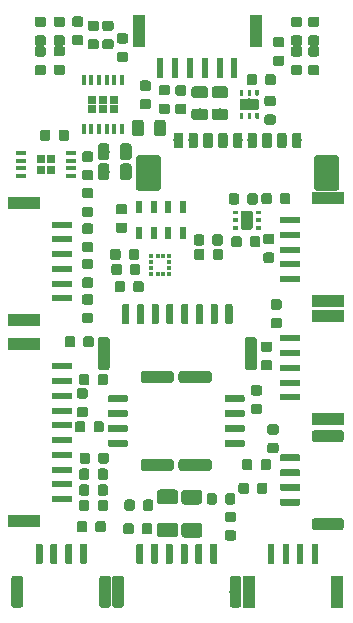
<source format=gbr>
G04 #@! TF.GenerationSoftware,KiCad,Pcbnew,(5.1.0-0)*
G04 #@! TF.CreationDate,2019-05-27T15:35:51-07:00*
G04 #@! TF.ProjectId,Nanopilot,4e616e6f-7069-46c6-9f74-2e6b69636164,rev?*
G04 #@! TF.SameCoordinates,Original*
G04 #@! TF.FileFunction,Paste,Top*
G04 #@! TF.FilePolarity,Positive*
%FSLAX46Y46*%
G04 Gerber Fmt 4.6, Leading zero omitted, Abs format (unit mm)*
G04 Created by KiCad (PCBNEW (5.1.0-0)) date 2019-05-27 15:35:51*
%MOMM*%
%LPD*%
G04 APERTURE LIST*
%ADD10C,0.100000*%
%ADD11C,0.875000*%
%ADD12C,1.000000*%
%ADD13C,0.600000*%
%ADD14R,0.600000X1.700000*%
%ADD15R,1.000000X2.700000*%
%ADD16C,0.300000*%
%ADD17C,1.250000*%
%ADD18R,0.660000X0.760000*%
%ADD19R,0.890000X0.420000*%
%ADD20C,0.975000*%
%ADD21C,2.100000*%
%ADD22C,0.800000*%
%ADD23R,2.700000X1.000000*%
%ADD24R,1.700000X0.600000*%
%ADD25R,0.420000X0.890000*%
%ADD26R,0.750000X0.680000*%
%ADD27R,0.350000X0.450000*%
%ADD28R,0.450000X0.350000*%
%ADD29R,0.600000X1.100000*%
G04 APERTURE END LIST*
D10*
G36*
X82452691Y-47426053D02*
G01*
X82473926Y-47429203D01*
X82494750Y-47434419D01*
X82514962Y-47441651D01*
X82534368Y-47450830D01*
X82552781Y-47461866D01*
X82570024Y-47474654D01*
X82585930Y-47489070D01*
X82600346Y-47504976D01*
X82613134Y-47522219D01*
X82624170Y-47540632D01*
X82633349Y-47560038D01*
X82640581Y-47580250D01*
X82645797Y-47601074D01*
X82648947Y-47622309D01*
X82650000Y-47643750D01*
X82650000Y-48156250D01*
X82648947Y-48177691D01*
X82645797Y-48198926D01*
X82640581Y-48219750D01*
X82633349Y-48239962D01*
X82624170Y-48259368D01*
X82613134Y-48277781D01*
X82600346Y-48295024D01*
X82585930Y-48310930D01*
X82570024Y-48325346D01*
X82552781Y-48338134D01*
X82534368Y-48349170D01*
X82514962Y-48358349D01*
X82494750Y-48365581D01*
X82473926Y-48370797D01*
X82452691Y-48373947D01*
X82431250Y-48375000D01*
X81993750Y-48375000D01*
X81972309Y-48373947D01*
X81951074Y-48370797D01*
X81930250Y-48365581D01*
X81910038Y-48358349D01*
X81890632Y-48349170D01*
X81872219Y-48338134D01*
X81854976Y-48325346D01*
X81839070Y-48310930D01*
X81824654Y-48295024D01*
X81811866Y-48277781D01*
X81800830Y-48259368D01*
X81791651Y-48239962D01*
X81784419Y-48219750D01*
X81779203Y-48198926D01*
X81776053Y-48177691D01*
X81775000Y-48156250D01*
X81775000Y-47643750D01*
X81776053Y-47622309D01*
X81779203Y-47601074D01*
X81784419Y-47580250D01*
X81791651Y-47560038D01*
X81800830Y-47540632D01*
X81811866Y-47522219D01*
X81824654Y-47504976D01*
X81839070Y-47489070D01*
X81854976Y-47474654D01*
X81872219Y-47461866D01*
X81890632Y-47450830D01*
X81910038Y-47441651D01*
X81930250Y-47434419D01*
X81951074Y-47429203D01*
X81972309Y-47426053D01*
X81993750Y-47425000D01*
X82431250Y-47425000D01*
X82452691Y-47426053D01*
X82452691Y-47426053D01*
G37*
D11*
X82212500Y-47900000D03*
D10*
G36*
X84027691Y-47426053D02*
G01*
X84048926Y-47429203D01*
X84069750Y-47434419D01*
X84089962Y-47441651D01*
X84109368Y-47450830D01*
X84127781Y-47461866D01*
X84145024Y-47474654D01*
X84160930Y-47489070D01*
X84175346Y-47504976D01*
X84188134Y-47522219D01*
X84199170Y-47540632D01*
X84208349Y-47560038D01*
X84215581Y-47580250D01*
X84220797Y-47601074D01*
X84223947Y-47622309D01*
X84225000Y-47643750D01*
X84225000Y-48156250D01*
X84223947Y-48177691D01*
X84220797Y-48198926D01*
X84215581Y-48219750D01*
X84208349Y-48239962D01*
X84199170Y-48259368D01*
X84188134Y-48277781D01*
X84175346Y-48295024D01*
X84160930Y-48310930D01*
X84145024Y-48325346D01*
X84127781Y-48338134D01*
X84109368Y-48349170D01*
X84089962Y-48358349D01*
X84069750Y-48365581D01*
X84048926Y-48370797D01*
X84027691Y-48373947D01*
X84006250Y-48375000D01*
X83568750Y-48375000D01*
X83547309Y-48373947D01*
X83526074Y-48370797D01*
X83505250Y-48365581D01*
X83485038Y-48358349D01*
X83465632Y-48349170D01*
X83447219Y-48338134D01*
X83429976Y-48325346D01*
X83414070Y-48310930D01*
X83399654Y-48295024D01*
X83386866Y-48277781D01*
X83375830Y-48259368D01*
X83366651Y-48239962D01*
X83359419Y-48219750D01*
X83354203Y-48198926D01*
X83351053Y-48177691D01*
X83350000Y-48156250D01*
X83350000Y-47643750D01*
X83351053Y-47622309D01*
X83354203Y-47601074D01*
X83359419Y-47580250D01*
X83366651Y-47560038D01*
X83375830Y-47540632D01*
X83386866Y-47522219D01*
X83399654Y-47504976D01*
X83414070Y-47489070D01*
X83429976Y-47474654D01*
X83447219Y-47461866D01*
X83465632Y-47450830D01*
X83485038Y-47441651D01*
X83505250Y-47434419D01*
X83526074Y-47429203D01*
X83547309Y-47426053D01*
X83568750Y-47425000D01*
X84006250Y-47425000D01*
X84027691Y-47426053D01*
X84027691Y-47426053D01*
G37*
D11*
X83787500Y-47900000D03*
D10*
G36*
X84002691Y-46201053D02*
G01*
X84023926Y-46204203D01*
X84044750Y-46209419D01*
X84064962Y-46216651D01*
X84084368Y-46225830D01*
X84102781Y-46236866D01*
X84120024Y-46249654D01*
X84135930Y-46264070D01*
X84150346Y-46279976D01*
X84163134Y-46297219D01*
X84174170Y-46315632D01*
X84183349Y-46335038D01*
X84190581Y-46355250D01*
X84195797Y-46376074D01*
X84198947Y-46397309D01*
X84200000Y-46418750D01*
X84200000Y-46931250D01*
X84198947Y-46952691D01*
X84195797Y-46973926D01*
X84190581Y-46994750D01*
X84183349Y-47014962D01*
X84174170Y-47034368D01*
X84163134Y-47052781D01*
X84150346Y-47070024D01*
X84135930Y-47085930D01*
X84120024Y-47100346D01*
X84102781Y-47113134D01*
X84084368Y-47124170D01*
X84064962Y-47133349D01*
X84044750Y-47140581D01*
X84023926Y-47145797D01*
X84002691Y-47148947D01*
X83981250Y-47150000D01*
X83543750Y-47150000D01*
X83522309Y-47148947D01*
X83501074Y-47145797D01*
X83480250Y-47140581D01*
X83460038Y-47133349D01*
X83440632Y-47124170D01*
X83422219Y-47113134D01*
X83404976Y-47100346D01*
X83389070Y-47085930D01*
X83374654Y-47070024D01*
X83361866Y-47052781D01*
X83350830Y-47034368D01*
X83341651Y-47014962D01*
X83334419Y-46994750D01*
X83329203Y-46973926D01*
X83326053Y-46952691D01*
X83325000Y-46931250D01*
X83325000Y-46418750D01*
X83326053Y-46397309D01*
X83329203Y-46376074D01*
X83334419Y-46355250D01*
X83341651Y-46335038D01*
X83350830Y-46315632D01*
X83361866Y-46297219D01*
X83374654Y-46279976D01*
X83389070Y-46264070D01*
X83404976Y-46249654D01*
X83422219Y-46236866D01*
X83440632Y-46225830D01*
X83460038Y-46216651D01*
X83480250Y-46209419D01*
X83501074Y-46204203D01*
X83522309Y-46201053D01*
X83543750Y-46200000D01*
X83981250Y-46200000D01*
X84002691Y-46201053D01*
X84002691Y-46201053D01*
G37*
D11*
X83762500Y-46675000D03*
D10*
G36*
X82427691Y-46201053D02*
G01*
X82448926Y-46204203D01*
X82469750Y-46209419D01*
X82489962Y-46216651D01*
X82509368Y-46225830D01*
X82527781Y-46236866D01*
X82545024Y-46249654D01*
X82560930Y-46264070D01*
X82575346Y-46279976D01*
X82588134Y-46297219D01*
X82599170Y-46315632D01*
X82608349Y-46335038D01*
X82615581Y-46355250D01*
X82620797Y-46376074D01*
X82623947Y-46397309D01*
X82625000Y-46418750D01*
X82625000Y-46931250D01*
X82623947Y-46952691D01*
X82620797Y-46973926D01*
X82615581Y-46994750D01*
X82608349Y-47014962D01*
X82599170Y-47034368D01*
X82588134Y-47052781D01*
X82575346Y-47070024D01*
X82560930Y-47085930D01*
X82545024Y-47100346D01*
X82527781Y-47113134D01*
X82509368Y-47124170D01*
X82489962Y-47133349D01*
X82469750Y-47140581D01*
X82448926Y-47145797D01*
X82427691Y-47148947D01*
X82406250Y-47150000D01*
X81968750Y-47150000D01*
X81947309Y-47148947D01*
X81926074Y-47145797D01*
X81905250Y-47140581D01*
X81885038Y-47133349D01*
X81865632Y-47124170D01*
X81847219Y-47113134D01*
X81829976Y-47100346D01*
X81814070Y-47085930D01*
X81799654Y-47070024D01*
X81786866Y-47052781D01*
X81775830Y-47034368D01*
X81766651Y-47014962D01*
X81759419Y-46994750D01*
X81754203Y-46973926D01*
X81751053Y-46952691D01*
X81750000Y-46931250D01*
X81750000Y-46418750D01*
X81751053Y-46397309D01*
X81754203Y-46376074D01*
X81759419Y-46355250D01*
X81766651Y-46335038D01*
X81775830Y-46315632D01*
X81786866Y-46297219D01*
X81799654Y-46279976D01*
X81814070Y-46264070D01*
X81829976Y-46249654D01*
X81847219Y-46236866D01*
X81865632Y-46225830D01*
X81885038Y-46216651D01*
X81905250Y-46209419D01*
X81926074Y-46204203D01*
X81947309Y-46201053D01*
X81968750Y-46200000D01*
X82406250Y-46200000D01*
X82427691Y-46201053D01*
X82427691Y-46201053D01*
G37*
D11*
X82187500Y-46675000D03*
D10*
G36*
X73502691Y-28101053D02*
G01*
X73523926Y-28104203D01*
X73544750Y-28109419D01*
X73564962Y-28116651D01*
X73584368Y-28125830D01*
X73602781Y-28136866D01*
X73620024Y-28149654D01*
X73635930Y-28164070D01*
X73650346Y-28179976D01*
X73663134Y-28197219D01*
X73674170Y-28215632D01*
X73683349Y-28235038D01*
X73690581Y-28255250D01*
X73695797Y-28276074D01*
X73698947Y-28297309D01*
X73700000Y-28318750D01*
X73700000Y-28756250D01*
X73698947Y-28777691D01*
X73695797Y-28798926D01*
X73690581Y-28819750D01*
X73683349Y-28839962D01*
X73674170Y-28859368D01*
X73663134Y-28877781D01*
X73650346Y-28895024D01*
X73635930Y-28910930D01*
X73620024Y-28925346D01*
X73602781Y-28938134D01*
X73584368Y-28949170D01*
X73564962Y-28958349D01*
X73544750Y-28965581D01*
X73523926Y-28970797D01*
X73502691Y-28973947D01*
X73481250Y-28975000D01*
X72968750Y-28975000D01*
X72947309Y-28973947D01*
X72926074Y-28970797D01*
X72905250Y-28965581D01*
X72885038Y-28958349D01*
X72865632Y-28949170D01*
X72847219Y-28938134D01*
X72829976Y-28925346D01*
X72814070Y-28910930D01*
X72799654Y-28895024D01*
X72786866Y-28877781D01*
X72775830Y-28859368D01*
X72766651Y-28839962D01*
X72759419Y-28819750D01*
X72754203Y-28798926D01*
X72751053Y-28777691D01*
X72750000Y-28756250D01*
X72750000Y-28318750D01*
X72751053Y-28297309D01*
X72754203Y-28276074D01*
X72759419Y-28255250D01*
X72766651Y-28235038D01*
X72775830Y-28215632D01*
X72786866Y-28197219D01*
X72799654Y-28179976D01*
X72814070Y-28164070D01*
X72829976Y-28149654D01*
X72847219Y-28136866D01*
X72865632Y-28125830D01*
X72885038Y-28116651D01*
X72905250Y-28109419D01*
X72926074Y-28104203D01*
X72947309Y-28101053D01*
X72968750Y-28100000D01*
X73481250Y-28100000D01*
X73502691Y-28101053D01*
X73502691Y-28101053D01*
G37*
D11*
X73225000Y-28537500D03*
D10*
G36*
X73502691Y-29676053D02*
G01*
X73523926Y-29679203D01*
X73544750Y-29684419D01*
X73564962Y-29691651D01*
X73584368Y-29700830D01*
X73602781Y-29711866D01*
X73620024Y-29724654D01*
X73635930Y-29739070D01*
X73650346Y-29754976D01*
X73663134Y-29772219D01*
X73674170Y-29790632D01*
X73683349Y-29810038D01*
X73690581Y-29830250D01*
X73695797Y-29851074D01*
X73698947Y-29872309D01*
X73700000Y-29893750D01*
X73700000Y-30331250D01*
X73698947Y-30352691D01*
X73695797Y-30373926D01*
X73690581Y-30394750D01*
X73683349Y-30414962D01*
X73674170Y-30434368D01*
X73663134Y-30452781D01*
X73650346Y-30470024D01*
X73635930Y-30485930D01*
X73620024Y-30500346D01*
X73602781Y-30513134D01*
X73584368Y-30524170D01*
X73564962Y-30533349D01*
X73544750Y-30540581D01*
X73523926Y-30545797D01*
X73502691Y-30548947D01*
X73481250Y-30550000D01*
X72968750Y-30550000D01*
X72947309Y-30548947D01*
X72926074Y-30545797D01*
X72905250Y-30540581D01*
X72885038Y-30533349D01*
X72865632Y-30524170D01*
X72847219Y-30513134D01*
X72829976Y-30500346D01*
X72814070Y-30485930D01*
X72799654Y-30470024D01*
X72786866Y-30452781D01*
X72775830Y-30434368D01*
X72766651Y-30414962D01*
X72759419Y-30394750D01*
X72754203Y-30373926D01*
X72751053Y-30352691D01*
X72750000Y-30331250D01*
X72750000Y-29893750D01*
X72751053Y-29872309D01*
X72754203Y-29851074D01*
X72759419Y-29830250D01*
X72766651Y-29810038D01*
X72775830Y-29790632D01*
X72786866Y-29772219D01*
X72799654Y-29754976D01*
X72814070Y-29739070D01*
X72829976Y-29724654D01*
X72847219Y-29711866D01*
X72865632Y-29700830D01*
X72885038Y-29691651D01*
X72905250Y-29684419D01*
X72926074Y-29679203D01*
X72947309Y-29676053D01*
X72968750Y-29675000D01*
X73481250Y-29675000D01*
X73502691Y-29676053D01*
X73502691Y-29676053D01*
G37*
D11*
X73225000Y-30112500D03*
D10*
G36*
X72202691Y-27751053D02*
G01*
X72223926Y-27754203D01*
X72244750Y-27759419D01*
X72264962Y-27766651D01*
X72284368Y-27775830D01*
X72302781Y-27786866D01*
X72320024Y-27799654D01*
X72335930Y-27814070D01*
X72350346Y-27829976D01*
X72363134Y-27847219D01*
X72374170Y-27865632D01*
X72383349Y-27885038D01*
X72390581Y-27905250D01*
X72395797Y-27926074D01*
X72398947Y-27947309D01*
X72400000Y-27968750D01*
X72400000Y-28406250D01*
X72398947Y-28427691D01*
X72395797Y-28448926D01*
X72390581Y-28469750D01*
X72383349Y-28489962D01*
X72374170Y-28509368D01*
X72363134Y-28527781D01*
X72350346Y-28545024D01*
X72335930Y-28560930D01*
X72320024Y-28575346D01*
X72302781Y-28588134D01*
X72284368Y-28599170D01*
X72264962Y-28608349D01*
X72244750Y-28615581D01*
X72223926Y-28620797D01*
X72202691Y-28623947D01*
X72181250Y-28625000D01*
X71668750Y-28625000D01*
X71647309Y-28623947D01*
X71626074Y-28620797D01*
X71605250Y-28615581D01*
X71585038Y-28608349D01*
X71565632Y-28599170D01*
X71547219Y-28588134D01*
X71529976Y-28575346D01*
X71514070Y-28560930D01*
X71499654Y-28545024D01*
X71486866Y-28527781D01*
X71475830Y-28509368D01*
X71466651Y-28489962D01*
X71459419Y-28469750D01*
X71454203Y-28448926D01*
X71451053Y-28427691D01*
X71450000Y-28406250D01*
X71450000Y-27968750D01*
X71451053Y-27947309D01*
X71454203Y-27926074D01*
X71459419Y-27905250D01*
X71466651Y-27885038D01*
X71475830Y-27865632D01*
X71486866Y-27847219D01*
X71499654Y-27829976D01*
X71514070Y-27814070D01*
X71529976Y-27799654D01*
X71547219Y-27786866D01*
X71565632Y-27775830D01*
X71585038Y-27766651D01*
X71605250Y-27759419D01*
X71626074Y-27754203D01*
X71647309Y-27751053D01*
X71668750Y-27750000D01*
X72181250Y-27750000D01*
X72202691Y-27751053D01*
X72202691Y-27751053D01*
G37*
D11*
X71925000Y-28187500D03*
D10*
G36*
X72202691Y-29326053D02*
G01*
X72223926Y-29329203D01*
X72244750Y-29334419D01*
X72264962Y-29341651D01*
X72284368Y-29350830D01*
X72302781Y-29361866D01*
X72320024Y-29374654D01*
X72335930Y-29389070D01*
X72350346Y-29404976D01*
X72363134Y-29422219D01*
X72374170Y-29440632D01*
X72383349Y-29460038D01*
X72390581Y-29480250D01*
X72395797Y-29501074D01*
X72398947Y-29522309D01*
X72400000Y-29543750D01*
X72400000Y-29981250D01*
X72398947Y-30002691D01*
X72395797Y-30023926D01*
X72390581Y-30044750D01*
X72383349Y-30064962D01*
X72374170Y-30084368D01*
X72363134Y-30102781D01*
X72350346Y-30120024D01*
X72335930Y-30135930D01*
X72320024Y-30150346D01*
X72302781Y-30163134D01*
X72284368Y-30174170D01*
X72264962Y-30183349D01*
X72244750Y-30190581D01*
X72223926Y-30195797D01*
X72202691Y-30198947D01*
X72181250Y-30200000D01*
X71668750Y-30200000D01*
X71647309Y-30198947D01*
X71626074Y-30195797D01*
X71605250Y-30190581D01*
X71585038Y-30183349D01*
X71565632Y-30174170D01*
X71547219Y-30163134D01*
X71529976Y-30150346D01*
X71514070Y-30135930D01*
X71499654Y-30120024D01*
X71486866Y-30102781D01*
X71475830Y-30084368D01*
X71466651Y-30064962D01*
X71459419Y-30044750D01*
X71454203Y-30023926D01*
X71451053Y-30002691D01*
X71450000Y-29981250D01*
X71450000Y-29543750D01*
X71451053Y-29522309D01*
X71454203Y-29501074D01*
X71459419Y-29480250D01*
X71466651Y-29460038D01*
X71475830Y-29440632D01*
X71486866Y-29422219D01*
X71499654Y-29404976D01*
X71514070Y-29389070D01*
X71529976Y-29374654D01*
X71547219Y-29361866D01*
X71565632Y-29350830D01*
X71585038Y-29341651D01*
X71605250Y-29334419D01*
X71626074Y-29329203D01*
X71647309Y-29326053D01*
X71668750Y-29325000D01*
X72181250Y-29325000D01*
X72202691Y-29326053D01*
X72202691Y-29326053D01*
G37*
D11*
X71925000Y-29762500D03*
D10*
G36*
X94224504Y-62776204D02*
G01*
X94248773Y-62779804D01*
X94272571Y-62785765D01*
X94295671Y-62794030D01*
X94317849Y-62804520D01*
X94338893Y-62817133D01*
X94358598Y-62831747D01*
X94376777Y-62848223D01*
X94393253Y-62866402D01*
X94407867Y-62886107D01*
X94420480Y-62907151D01*
X94430970Y-62929329D01*
X94439235Y-62952429D01*
X94445196Y-62976227D01*
X94448796Y-63000496D01*
X94450000Y-63025000D01*
X94450000Y-63525000D01*
X94448796Y-63549504D01*
X94445196Y-63573773D01*
X94439235Y-63597571D01*
X94430970Y-63620671D01*
X94420480Y-63642849D01*
X94407867Y-63663893D01*
X94393253Y-63683598D01*
X94376777Y-63701777D01*
X94358598Y-63718253D01*
X94338893Y-63732867D01*
X94317849Y-63745480D01*
X94295671Y-63755970D01*
X94272571Y-63764235D01*
X94248773Y-63770196D01*
X94224504Y-63773796D01*
X94200000Y-63775000D01*
X92000000Y-63775000D01*
X91975496Y-63773796D01*
X91951227Y-63770196D01*
X91927429Y-63764235D01*
X91904329Y-63755970D01*
X91882151Y-63745480D01*
X91861107Y-63732867D01*
X91841402Y-63718253D01*
X91823223Y-63701777D01*
X91806747Y-63683598D01*
X91792133Y-63663893D01*
X91779520Y-63642849D01*
X91769030Y-63620671D01*
X91760765Y-63597571D01*
X91754804Y-63573773D01*
X91751204Y-63549504D01*
X91750000Y-63525000D01*
X91750000Y-63025000D01*
X91751204Y-63000496D01*
X91754804Y-62976227D01*
X91760765Y-62952429D01*
X91769030Y-62929329D01*
X91779520Y-62907151D01*
X91792133Y-62886107D01*
X91806747Y-62866402D01*
X91823223Y-62848223D01*
X91841402Y-62831747D01*
X91861107Y-62817133D01*
X91882151Y-62804520D01*
X91904329Y-62794030D01*
X91927429Y-62785765D01*
X91951227Y-62779804D01*
X91975496Y-62776204D01*
X92000000Y-62775000D01*
X94200000Y-62775000D01*
X94224504Y-62776204D01*
X94224504Y-62776204D01*
G37*
D12*
X93100000Y-63275000D03*
D10*
G36*
X94224504Y-70226204D02*
G01*
X94248773Y-70229804D01*
X94272571Y-70235765D01*
X94295671Y-70244030D01*
X94317849Y-70254520D01*
X94338893Y-70267133D01*
X94358598Y-70281747D01*
X94376777Y-70298223D01*
X94393253Y-70316402D01*
X94407867Y-70336107D01*
X94420480Y-70357151D01*
X94430970Y-70379329D01*
X94439235Y-70402429D01*
X94445196Y-70426227D01*
X94448796Y-70450496D01*
X94450000Y-70475000D01*
X94450000Y-70975000D01*
X94448796Y-70999504D01*
X94445196Y-71023773D01*
X94439235Y-71047571D01*
X94430970Y-71070671D01*
X94420480Y-71092849D01*
X94407867Y-71113893D01*
X94393253Y-71133598D01*
X94376777Y-71151777D01*
X94358598Y-71168253D01*
X94338893Y-71182867D01*
X94317849Y-71195480D01*
X94295671Y-71205970D01*
X94272571Y-71214235D01*
X94248773Y-71220196D01*
X94224504Y-71223796D01*
X94200000Y-71225000D01*
X92000000Y-71225000D01*
X91975496Y-71223796D01*
X91951227Y-71220196D01*
X91927429Y-71214235D01*
X91904329Y-71205970D01*
X91882151Y-71195480D01*
X91861107Y-71182867D01*
X91841402Y-71168253D01*
X91823223Y-71151777D01*
X91806747Y-71133598D01*
X91792133Y-71113893D01*
X91779520Y-71092849D01*
X91769030Y-71070671D01*
X91760765Y-71047571D01*
X91754804Y-71023773D01*
X91751204Y-70999504D01*
X91750000Y-70975000D01*
X91750000Y-70475000D01*
X91751204Y-70450496D01*
X91754804Y-70426227D01*
X91760765Y-70402429D01*
X91769030Y-70379329D01*
X91779520Y-70357151D01*
X91792133Y-70336107D01*
X91806747Y-70316402D01*
X91823223Y-70298223D01*
X91841402Y-70281747D01*
X91861107Y-70267133D01*
X91882151Y-70254520D01*
X91904329Y-70244030D01*
X91927429Y-70235765D01*
X91951227Y-70229804D01*
X91975496Y-70226204D01*
X92000000Y-70225000D01*
X94200000Y-70225000D01*
X94224504Y-70226204D01*
X94224504Y-70226204D01*
G37*
D12*
X93100000Y-70725000D03*
D10*
G36*
X90614703Y-64825722D02*
G01*
X90629264Y-64827882D01*
X90643543Y-64831459D01*
X90657403Y-64836418D01*
X90670710Y-64842712D01*
X90683336Y-64850280D01*
X90695159Y-64859048D01*
X90706066Y-64868934D01*
X90715952Y-64879841D01*
X90724720Y-64891664D01*
X90732288Y-64904290D01*
X90738582Y-64917597D01*
X90743541Y-64931457D01*
X90747118Y-64945736D01*
X90749278Y-64960297D01*
X90750000Y-64975000D01*
X90750000Y-65275000D01*
X90749278Y-65289703D01*
X90747118Y-65304264D01*
X90743541Y-65318543D01*
X90738582Y-65332403D01*
X90732288Y-65345710D01*
X90724720Y-65358336D01*
X90715952Y-65370159D01*
X90706066Y-65381066D01*
X90695159Y-65390952D01*
X90683336Y-65399720D01*
X90670710Y-65407288D01*
X90657403Y-65413582D01*
X90643543Y-65418541D01*
X90629264Y-65422118D01*
X90614703Y-65424278D01*
X90600000Y-65425000D01*
X89200000Y-65425000D01*
X89185297Y-65424278D01*
X89170736Y-65422118D01*
X89156457Y-65418541D01*
X89142597Y-65413582D01*
X89129290Y-65407288D01*
X89116664Y-65399720D01*
X89104841Y-65390952D01*
X89093934Y-65381066D01*
X89084048Y-65370159D01*
X89075280Y-65358336D01*
X89067712Y-65345710D01*
X89061418Y-65332403D01*
X89056459Y-65318543D01*
X89052882Y-65304264D01*
X89050722Y-65289703D01*
X89050000Y-65275000D01*
X89050000Y-64975000D01*
X89050722Y-64960297D01*
X89052882Y-64945736D01*
X89056459Y-64931457D01*
X89061418Y-64917597D01*
X89067712Y-64904290D01*
X89075280Y-64891664D01*
X89084048Y-64879841D01*
X89093934Y-64868934D01*
X89104841Y-64859048D01*
X89116664Y-64850280D01*
X89129290Y-64842712D01*
X89142597Y-64836418D01*
X89156457Y-64831459D01*
X89170736Y-64827882D01*
X89185297Y-64825722D01*
X89200000Y-64825000D01*
X90600000Y-64825000D01*
X90614703Y-64825722D01*
X90614703Y-64825722D01*
G37*
D13*
X89900000Y-65125000D03*
D10*
G36*
X90614703Y-66075722D02*
G01*
X90629264Y-66077882D01*
X90643543Y-66081459D01*
X90657403Y-66086418D01*
X90670710Y-66092712D01*
X90683336Y-66100280D01*
X90695159Y-66109048D01*
X90706066Y-66118934D01*
X90715952Y-66129841D01*
X90724720Y-66141664D01*
X90732288Y-66154290D01*
X90738582Y-66167597D01*
X90743541Y-66181457D01*
X90747118Y-66195736D01*
X90749278Y-66210297D01*
X90750000Y-66225000D01*
X90750000Y-66525000D01*
X90749278Y-66539703D01*
X90747118Y-66554264D01*
X90743541Y-66568543D01*
X90738582Y-66582403D01*
X90732288Y-66595710D01*
X90724720Y-66608336D01*
X90715952Y-66620159D01*
X90706066Y-66631066D01*
X90695159Y-66640952D01*
X90683336Y-66649720D01*
X90670710Y-66657288D01*
X90657403Y-66663582D01*
X90643543Y-66668541D01*
X90629264Y-66672118D01*
X90614703Y-66674278D01*
X90600000Y-66675000D01*
X89200000Y-66675000D01*
X89185297Y-66674278D01*
X89170736Y-66672118D01*
X89156457Y-66668541D01*
X89142597Y-66663582D01*
X89129290Y-66657288D01*
X89116664Y-66649720D01*
X89104841Y-66640952D01*
X89093934Y-66631066D01*
X89084048Y-66620159D01*
X89075280Y-66608336D01*
X89067712Y-66595710D01*
X89061418Y-66582403D01*
X89056459Y-66568543D01*
X89052882Y-66554264D01*
X89050722Y-66539703D01*
X89050000Y-66525000D01*
X89050000Y-66225000D01*
X89050722Y-66210297D01*
X89052882Y-66195736D01*
X89056459Y-66181457D01*
X89061418Y-66167597D01*
X89067712Y-66154290D01*
X89075280Y-66141664D01*
X89084048Y-66129841D01*
X89093934Y-66118934D01*
X89104841Y-66109048D01*
X89116664Y-66100280D01*
X89129290Y-66092712D01*
X89142597Y-66086418D01*
X89156457Y-66081459D01*
X89170736Y-66077882D01*
X89185297Y-66075722D01*
X89200000Y-66075000D01*
X90600000Y-66075000D01*
X90614703Y-66075722D01*
X90614703Y-66075722D01*
G37*
D13*
X89900000Y-66375000D03*
D10*
G36*
X90614703Y-67325722D02*
G01*
X90629264Y-67327882D01*
X90643543Y-67331459D01*
X90657403Y-67336418D01*
X90670710Y-67342712D01*
X90683336Y-67350280D01*
X90695159Y-67359048D01*
X90706066Y-67368934D01*
X90715952Y-67379841D01*
X90724720Y-67391664D01*
X90732288Y-67404290D01*
X90738582Y-67417597D01*
X90743541Y-67431457D01*
X90747118Y-67445736D01*
X90749278Y-67460297D01*
X90750000Y-67475000D01*
X90750000Y-67775000D01*
X90749278Y-67789703D01*
X90747118Y-67804264D01*
X90743541Y-67818543D01*
X90738582Y-67832403D01*
X90732288Y-67845710D01*
X90724720Y-67858336D01*
X90715952Y-67870159D01*
X90706066Y-67881066D01*
X90695159Y-67890952D01*
X90683336Y-67899720D01*
X90670710Y-67907288D01*
X90657403Y-67913582D01*
X90643543Y-67918541D01*
X90629264Y-67922118D01*
X90614703Y-67924278D01*
X90600000Y-67925000D01*
X89200000Y-67925000D01*
X89185297Y-67924278D01*
X89170736Y-67922118D01*
X89156457Y-67918541D01*
X89142597Y-67913582D01*
X89129290Y-67907288D01*
X89116664Y-67899720D01*
X89104841Y-67890952D01*
X89093934Y-67881066D01*
X89084048Y-67870159D01*
X89075280Y-67858336D01*
X89067712Y-67845710D01*
X89061418Y-67832403D01*
X89056459Y-67818543D01*
X89052882Y-67804264D01*
X89050722Y-67789703D01*
X89050000Y-67775000D01*
X89050000Y-67475000D01*
X89050722Y-67460297D01*
X89052882Y-67445736D01*
X89056459Y-67431457D01*
X89061418Y-67417597D01*
X89067712Y-67404290D01*
X89075280Y-67391664D01*
X89084048Y-67379841D01*
X89093934Y-67368934D01*
X89104841Y-67359048D01*
X89116664Y-67350280D01*
X89129290Y-67342712D01*
X89142597Y-67336418D01*
X89156457Y-67331459D01*
X89170736Y-67327882D01*
X89185297Y-67325722D01*
X89200000Y-67325000D01*
X90600000Y-67325000D01*
X90614703Y-67325722D01*
X90614703Y-67325722D01*
G37*
D13*
X89900000Y-67625000D03*
D10*
G36*
X90614703Y-68575722D02*
G01*
X90629264Y-68577882D01*
X90643543Y-68581459D01*
X90657403Y-68586418D01*
X90670710Y-68592712D01*
X90683336Y-68600280D01*
X90695159Y-68609048D01*
X90706066Y-68618934D01*
X90715952Y-68629841D01*
X90724720Y-68641664D01*
X90732288Y-68654290D01*
X90738582Y-68667597D01*
X90743541Y-68681457D01*
X90747118Y-68695736D01*
X90749278Y-68710297D01*
X90750000Y-68725000D01*
X90750000Y-69025000D01*
X90749278Y-69039703D01*
X90747118Y-69054264D01*
X90743541Y-69068543D01*
X90738582Y-69082403D01*
X90732288Y-69095710D01*
X90724720Y-69108336D01*
X90715952Y-69120159D01*
X90706066Y-69131066D01*
X90695159Y-69140952D01*
X90683336Y-69149720D01*
X90670710Y-69157288D01*
X90657403Y-69163582D01*
X90643543Y-69168541D01*
X90629264Y-69172118D01*
X90614703Y-69174278D01*
X90600000Y-69175000D01*
X89200000Y-69175000D01*
X89185297Y-69174278D01*
X89170736Y-69172118D01*
X89156457Y-69168541D01*
X89142597Y-69163582D01*
X89129290Y-69157288D01*
X89116664Y-69149720D01*
X89104841Y-69140952D01*
X89093934Y-69131066D01*
X89084048Y-69120159D01*
X89075280Y-69108336D01*
X89067712Y-69095710D01*
X89061418Y-69082403D01*
X89056459Y-69068543D01*
X89052882Y-69054264D01*
X89050722Y-69039703D01*
X89050000Y-69025000D01*
X89050000Y-68725000D01*
X89050722Y-68710297D01*
X89052882Y-68695736D01*
X89056459Y-68681457D01*
X89061418Y-68667597D01*
X89067712Y-68654290D01*
X89075280Y-68641664D01*
X89084048Y-68629841D01*
X89093934Y-68618934D01*
X89104841Y-68609048D01*
X89116664Y-68600280D01*
X89129290Y-68592712D01*
X89142597Y-68586418D01*
X89156457Y-68581459D01*
X89170736Y-68577882D01*
X89185297Y-68575722D01*
X89200000Y-68575000D01*
X90600000Y-68575000D01*
X90614703Y-68575722D01*
X90614703Y-68575722D01*
G37*
D13*
X89900000Y-68875000D03*
D10*
G36*
X74524504Y-75101204D02*
G01*
X74548773Y-75104804D01*
X74572571Y-75110765D01*
X74595671Y-75119030D01*
X74617849Y-75129520D01*
X74638893Y-75142133D01*
X74658598Y-75156747D01*
X74676777Y-75173223D01*
X74693253Y-75191402D01*
X74707867Y-75211107D01*
X74720480Y-75232151D01*
X74730970Y-75254329D01*
X74739235Y-75277429D01*
X74745196Y-75301227D01*
X74748796Y-75325496D01*
X74750000Y-75350000D01*
X74750000Y-77550000D01*
X74748796Y-77574504D01*
X74745196Y-77598773D01*
X74739235Y-77622571D01*
X74730970Y-77645671D01*
X74720480Y-77667849D01*
X74707867Y-77688893D01*
X74693253Y-77708598D01*
X74676777Y-77726777D01*
X74658598Y-77743253D01*
X74638893Y-77757867D01*
X74617849Y-77770480D01*
X74595671Y-77780970D01*
X74572571Y-77789235D01*
X74548773Y-77795196D01*
X74524504Y-77798796D01*
X74500000Y-77800000D01*
X74000000Y-77800000D01*
X73975496Y-77798796D01*
X73951227Y-77795196D01*
X73927429Y-77789235D01*
X73904329Y-77780970D01*
X73882151Y-77770480D01*
X73861107Y-77757867D01*
X73841402Y-77743253D01*
X73823223Y-77726777D01*
X73806747Y-77708598D01*
X73792133Y-77688893D01*
X73779520Y-77667849D01*
X73769030Y-77645671D01*
X73760765Y-77622571D01*
X73754804Y-77598773D01*
X73751204Y-77574504D01*
X73750000Y-77550000D01*
X73750000Y-75350000D01*
X73751204Y-75325496D01*
X73754804Y-75301227D01*
X73760765Y-75277429D01*
X73769030Y-75254329D01*
X73779520Y-75232151D01*
X73792133Y-75211107D01*
X73806747Y-75191402D01*
X73823223Y-75173223D01*
X73841402Y-75156747D01*
X73861107Y-75142133D01*
X73882151Y-75129520D01*
X73904329Y-75119030D01*
X73927429Y-75110765D01*
X73951227Y-75104804D01*
X73975496Y-75101204D01*
X74000000Y-75100000D01*
X74500000Y-75100000D01*
X74524504Y-75101204D01*
X74524504Y-75101204D01*
G37*
D12*
X74250000Y-76450000D03*
D10*
G36*
X67074504Y-75101204D02*
G01*
X67098773Y-75104804D01*
X67122571Y-75110765D01*
X67145671Y-75119030D01*
X67167849Y-75129520D01*
X67188893Y-75142133D01*
X67208598Y-75156747D01*
X67226777Y-75173223D01*
X67243253Y-75191402D01*
X67257867Y-75211107D01*
X67270480Y-75232151D01*
X67280970Y-75254329D01*
X67289235Y-75277429D01*
X67295196Y-75301227D01*
X67298796Y-75325496D01*
X67300000Y-75350000D01*
X67300000Y-77550000D01*
X67298796Y-77574504D01*
X67295196Y-77598773D01*
X67289235Y-77622571D01*
X67280970Y-77645671D01*
X67270480Y-77667849D01*
X67257867Y-77688893D01*
X67243253Y-77708598D01*
X67226777Y-77726777D01*
X67208598Y-77743253D01*
X67188893Y-77757867D01*
X67167849Y-77770480D01*
X67145671Y-77780970D01*
X67122571Y-77789235D01*
X67098773Y-77795196D01*
X67074504Y-77798796D01*
X67050000Y-77800000D01*
X66550000Y-77800000D01*
X66525496Y-77798796D01*
X66501227Y-77795196D01*
X66477429Y-77789235D01*
X66454329Y-77780970D01*
X66432151Y-77770480D01*
X66411107Y-77757867D01*
X66391402Y-77743253D01*
X66373223Y-77726777D01*
X66356747Y-77708598D01*
X66342133Y-77688893D01*
X66329520Y-77667849D01*
X66319030Y-77645671D01*
X66310765Y-77622571D01*
X66304804Y-77598773D01*
X66301204Y-77574504D01*
X66300000Y-77550000D01*
X66300000Y-75350000D01*
X66301204Y-75325496D01*
X66304804Y-75301227D01*
X66310765Y-75277429D01*
X66319030Y-75254329D01*
X66329520Y-75232151D01*
X66342133Y-75211107D01*
X66356747Y-75191402D01*
X66373223Y-75173223D01*
X66391402Y-75156747D01*
X66411107Y-75142133D01*
X66432151Y-75129520D01*
X66454329Y-75119030D01*
X66477429Y-75110765D01*
X66501227Y-75104804D01*
X66525496Y-75101204D01*
X66550000Y-75100000D01*
X67050000Y-75100000D01*
X67074504Y-75101204D01*
X67074504Y-75101204D01*
G37*
D12*
X66800000Y-76450000D03*
D10*
G36*
X72564703Y-72400722D02*
G01*
X72579264Y-72402882D01*
X72593543Y-72406459D01*
X72607403Y-72411418D01*
X72620710Y-72417712D01*
X72633336Y-72425280D01*
X72645159Y-72434048D01*
X72656066Y-72443934D01*
X72665952Y-72454841D01*
X72674720Y-72466664D01*
X72682288Y-72479290D01*
X72688582Y-72492597D01*
X72693541Y-72506457D01*
X72697118Y-72520736D01*
X72699278Y-72535297D01*
X72700000Y-72550000D01*
X72700000Y-73950000D01*
X72699278Y-73964703D01*
X72697118Y-73979264D01*
X72693541Y-73993543D01*
X72688582Y-74007403D01*
X72682288Y-74020710D01*
X72674720Y-74033336D01*
X72665952Y-74045159D01*
X72656066Y-74056066D01*
X72645159Y-74065952D01*
X72633336Y-74074720D01*
X72620710Y-74082288D01*
X72607403Y-74088582D01*
X72593543Y-74093541D01*
X72579264Y-74097118D01*
X72564703Y-74099278D01*
X72550000Y-74100000D01*
X72250000Y-74100000D01*
X72235297Y-74099278D01*
X72220736Y-74097118D01*
X72206457Y-74093541D01*
X72192597Y-74088582D01*
X72179290Y-74082288D01*
X72166664Y-74074720D01*
X72154841Y-74065952D01*
X72143934Y-74056066D01*
X72134048Y-74045159D01*
X72125280Y-74033336D01*
X72117712Y-74020710D01*
X72111418Y-74007403D01*
X72106459Y-73993543D01*
X72102882Y-73979264D01*
X72100722Y-73964703D01*
X72100000Y-73950000D01*
X72100000Y-72550000D01*
X72100722Y-72535297D01*
X72102882Y-72520736D01*
X72106459Y-72506457D01*
X72111418Y-72492597D01*
X72117712Y-72479290D01*
X72125280Y-72466664D01*
X72134048Y-72454841D01*
X72143934Y-72443934D01*
X72154841Y-72434048D01*
X72166664Y-72425280D01*
X72179290Y-72417712D01*
X72192597Y-72411418D01*
X72206457Y-72406459D01*
X72220736Y-72402882D01*
X72235297Y-72400722D01*
X72250000Y-72400000D01*
X72550000Y-72400000D01*
X72564703Y-72400722D01*
X72564703Y-72400722D01*
G37*
D13*
X72400000Y-73250000D03*
D10*
G36*
X71314703Y-72400722D02*
G01*
X71329264Y-72402882D01*
X71343543Y-72406459D01*
X71357403Y-72411418D01*
X71370710Y-72417712D01*
X71383336Y-72425280D01*
X71395159Y-72434048D01*
X71406066Y-72443934D01*
X71415952Y-72454841D01*
X71424720Y-72466664D01*
X71432288Y-72479290D01*
X71438582Y-72492597D01*
X71443541Y-72506457D01*
X71447118Y-72520736D01*
X71449278Y-72535297D01*
X71450000Y-72550000D01*
X71450000Y-73950000D01*
X71449278Y-73964703D01*
X71447118Y-73979264D01*
X71443541Y-73993543D01*
X71438582Y-74007403D01*
X71432288Y-74020710D01*
X71424720Y-74033336D01*
X71415952Y-74045159D01*
X71406066Y-74056066D01*
X71395159Y-74065952D01*
X71383336Y-74074720D01*
X71370710Y-74082288D01*
X71357403Y-74088582D01*
X71343543Y-74093541D01*
X71329264Y-74097118D01*
X71314703Y-74099278D01*
X71300000Y-74100000D01*
X71000000Y-74100000D01*
X70985297Y-74099278D01*
X70970736Y-74097118D01*
X70956457Y-74093541D01*
X70942597Y-74088582D01*
X70929290Y-74082288D01*
X70916664Y-74074720D01*
X70904841Y-74065952D01*
X70893934Y-74056066D01*
X70884048Y-74045159D01*
X70875280Y-74033336D01*
X70867712Y-74020710D01*
X70861418Y-74007403D01*
X70856459Y-73993543D01*
X70852882Y-73979264D01*
X70850722Y-73964703D01*
X70850000Y-73950000D01*
X70850000Y-72550000D01*
X70850722Y-72535297D01*
X70852882Y-72520736D01*
X70856459Y-72506457D01*
X70861418Y-72492597D01*
X70867712Y-72479290D01*
X70875280Y-72466664D01*
X70884048Y-72454841D01*
X70893934Y-72443934D01*
X70904841Y-72434048D01*
X70916664Y-72425280D01*
X70929290Y-72417712D01*
X70942597Y-72411418D01*
X70956457Y-72406459D01*
X70970736Y-72402882D01*
X70985297Y-72400722D01*
X71000000Y-72400000D01*
X71300000Y-72400000D01*
X71314703Y-72400722D01*
X71314703Y-72400722D01*
G37*
D13*
X71150000Y-73250000D03*
D10*
G36*
X70064703Y-72400722D02*
G01*
X70079264Y-72402882D01*
X70093543Y-72406459D01*
X70107403Y-72411418D01*
X70120710Y-72417712D01*
X70133336Y-72425280D01*
X70145159Y-72434048D01*
X70156066Y-72443934D01*
X70165952Y-72454841D01*
X70174720Y-72466664D01*
X70182288Y-72479290D01*
X70188582Y-72492597D01*
X70193541Y-72506457D01*
X70197118Y-72520736D01*
X70199278Y-72535297D01*
X70200000Y-72550000D01*
X70200000Y-73950000D01*
X70199278Y-73964703D01*
X70197118Y-73979264D01*
X70193541Y-73993543D01*
X70188582Y-74007403D01*
X70182288Y-74020710D01*
X70174720Y-74033336D01*
X70165952Y-74045159D01*
X70156066Y-74056066D01*
X70145159Y-74065952D01*
X70133336Y-74074720D01*
X70120710Y-74082288D01*
X70107403Y-74088582D01*
X70093543Y-74093541D01*
X70079264Y-74097118D01*
X70064703Y-74099278D01*
X70050000Y-74100000D01*
X69750000Y-74100000D01*
X69735297Y-74099278D01*
X69720736Y-74097118D01*
X69706457Y-74093541D01*
X69692597Y-74088582D01*
X69679290Y-74082288D01*
X69666664Y-74074720D01*
X69654841Y-74065952D01*
X69643934Y-74056066D01*
X69634048Y-74045159D01*
X69625280Y-74033336D01*
X69617712Y-74020710D01*
X69611418Y-74007403D01*
X69606459Y-73993543D01*
X69602882Y-73979264D01*
X69600722Y-73964703D01*
X69600000Y-73950000D01*
X69600000Y-72550000D01*
X69600722Y-72535297D01*
X69602882Y-72520736D01*
X69606459Y-72506457D01*
X69611418Y-72492597D01*
X69617712Y-72479290D01*
X69625280Y-72466664D01*
X69634048Y-72454841D01*
X69643934Y-72443934D01*
X69654841Y-72434048D01*
X69666664Y-72425280D01*
X69679290Y-72417712D01*
X69692597Y-72411418D01*
X69706457Y-72406459D01*
X69720736Y-72402882D01*
X69735297Y-72400722D01*
X69750000Y-72400000D01*
X70050000Y-72400000D01*
X70064703Y-72400722D01*
X70064703Y-72400722D01*
G37*
D13*
X69900000Y-73250000D03*
D10*
G36*
X68814703Y-72400722D02*
G01*
X68829264Y-72402882D01*
X68843543Y-72406459D01*
X68857403Y-72411418D01*
X68870710Y-72417712D01*
X68883336Y-72425280D01*
X68895159Y-72434048D01*
X68906066Y-72443934D01*
X68915952Y-72454841D01*
X68924720Y-72466664D01*
X68932288Y-72479290D01*
X68938582Y-72492597D01*
X68943541Y-72506457D01*
X68947118Y-72520736D01*
X68949278Y-72535297D01*
X68950000Y-72550000D01*
X68950000Y-73950000D01*
X68949278Y-73964703D01*
X68947118Y-73979264D01*
X68943541Y-73993543D01*
X68938582Y-74007403D01*
X68932288Y-74020710D01*
X68924720Y-74033336D01*
X68915952Y-74045159D01*
X68906066Y-74056066D01*
X68895159Y-74065952D01*
X68883336Y-74074720D01*
X68870710Y-74082288D01*
X68857403Y-74088582D01*
X68843543Y-74093541D01*
X68829264Y-74097118D01*
X68814703Y-74099278D01*
X68800000Y-74100000D01*
X68500000Y-74100000D01*
X68485297Y-74099278D01*
X68470736Y-74097118D01*
X68456457Y-74093541D01*
X68442597Y-74088582D01*
X68429290Y-74082288D01*
X68416664Y-74074720D01*
X68404841Y-74065952D01*
X68393934Y-74056066D01*
X68384048Y-74045159D01*
X68375280Y-74033336D01*
X68367712Y-74020710D01*
X68361418Y-74007403D01*
X68356459Y-73993543D01*
X68352882Y-73979264D01*
X68350722Y-73964703D01*
X68350000Y-73950000D01*
X68350000Y-72550000D01*
X68350722Y-72535297D01*
X68352882Y-72520736D01*
X68356459Y-72506457D01*
X68361418Y-72492597D01*
X68367712Y-72479290D01*
X68375280Y-72466664D01*
X68384048Y-72454841D01*
X68393934Y-72443934D01*
X68404841Y-72434048D01*
X68416664Y-72425280D01*
X68429290Y-72417712D01*
X68442597Y-72411418D01*
X68456457Y-72406459D01*
X68470736Y-72402882D01*
X68485297Y-72400722D01*
X68500000Y-72400000D01*
X68800000Y-72400000D01*
X68814703Y-72400722D01*
X68814703Y-72400722D01*
G37*
D13*
X68650000Y-73250000D03*
D10*
G36*
X74399504Y-54901204D02*
G01*
X74423773Y-54904804D01*
X74447571Y-54910765D01*
X74470671Y-54919030D01*
X74492849Y-54929520D01*
X74513893Y-54942133D01*
X74533598Y-54956747D01*
X74551777Y-54973223D01*
X74568253Y-54991402D01*
X74582867Y-55011107D01*
X74595480Y-55032151D01*
X74605970Y-55054329D01*
X74614235Y-55077429D01*
X74620196Y-55101227D01*
X74623796Y-55125496D01*
X74625000Y-55150000D01*
X74625000Y-57450000D01*
X74623796Y-57474504D01*
X74620196Y-57498773D01*
X74614235Y-57522571D01*
X74605970Y-57545671D01*
X74595480Y-57567849D01*
X74582867Y-57588893D01*
X74568253Y-57608598D01*
X74551777Y-57626777D01*
X74533598Y-57643253D01*
X74513893Y-57657867D01*
X74492849Y-57670480D01*
X74470671Y-57680970D01*
X74447571Y-57689235D01*
X74423773Y-57695196D01*
X74399504Y-57698796D01*
X74375000Y-57700000D01*
X73875000Y-57700000D01*
X73850496Y-57698796D01*
X73826227Y-57695196D01*
X73802429Y-57689235D01*
X73779329Y-57680970D01*
X73757151Y-57670480D01*
X73736107Y-57657867D01*
X73716402Y-57643253D01*
X73698223Y-57626777D01*
X73681747Y-57608598D01*
X73667133Y-57588893D01*
X73654520Y-57567849D01*
X73644030Y-57545671D01*
X73635765Y-57522571D01*
X73629804Y-57498773D01*
X73626204Y-57474504D01*
X73625000Y-57450000D01*
X73625000Y-55150000D01*
X73626204Y-55125496D01*
X73629804Y-55101227D01*
X73635765Y-55077429D01*
X73644030Y-55054329D01*
X73654520Y-55032151D01*
X73667133Y-55011107D01*
X73681747Y-54991402D01*
X73698223Y-54973223D01*
X73716402Y-54956747D01*
X73736107Y-54942133D01*
X73757151Y-54929520D01*
X73779329Y-54919030D01*
X73802429Y-54910765D01*
X73826227Y-54904804D01*
X73850496Y-54901204D01*
X73875000Y-54900000D01*
X74375000Y-54900000D01*
X74399504Y-54901204D01*
X74399504Y-54901204D01*
G37*
D12*
X74125000Y-56300000D03*
D10*
G36*
X86849504Y-54901204D02*
G01*
X86873773Y-54904804D01*
X86897571Y-54910765D01*
X86920671Y-54919030D01*
X86942849Y-54929520D01*
X86963893Y-54942133D01*
X86983598Y-54956747D01*
X87001777Y-54973223D01*
X87018253Y-54991402D01*
X87032867Y-55011107D01*
X87045480Y-55032151D01*
X87055970Y-55054329D01*
X87064235Y-55077429D01*
X87070196Y-55101227D01*
X87073796Y-55125496D01*
X87075000Y-55150000D01*
X87075000Y-57450000D01*
X87073796Y-57474504D01*
X87070196Y-57498773D01*
X87064235Y-57522571D01*
X87055970Y-57545671D01*
X87045480Y-57567849D01*
X87032867Y-57588893D01*
X87018253Y-57608598D01*
X87001777Y-57626777D01*
X86983598Y-57643253D01*
X86963893Y-57657867D01*
X86942849Y-57670480D01*
X86920671Y-57680970D01*
X86897571Y-57689235D01*
X86873773Y-57695196D01*
X86849504Y-57698796D01*
X86825000Y-57700000D01*
X86325000Y-57700000D01*
X86300496Y-57698796D01*
X86276227Y-57695196D01*
X86252429Y-57689235D01*
X86229329Y-57680970D01*
X86207151Y-57670480D01*
X86186107Y-57657867D01*
X86166402Y-57643253D01*
X86148223Y-57626777D01*
X86131747Y-57608598D01*
X86117133Y-57588893D01*
X86104520Y-57567849D01*
X86094030Y-57545671D01*
X86085765Y-57522571D01*
X86079804Y-57498773D01*
X86076204Y-57474504D01*
X86075000Y-57450000D01*
X86075000Y-55150000D01*
X86076204Y-55125496D01*
X86079804Y-55101227D01*
X86085765Y-55077429D01*
X86094030Y-55054329D01*
X86104520Y-55032151D01*
X86117133Y-55011107D01*
X86131747Y-54991402D01*
X86148223Y-54973223D01*
X86166402Y-54956747D01*
X86186107Y-54942133D01*
X86207151Y-54929520D01*
X86229329Y-54919030D01*
X86252429Y-54910765D01*
X86276227Y-54904804D01*
X86300496Y-54901204D01*
X86325000Y-54900000D01*
X86825000Y-54900000D01*
X86849504Y-54901204D01*
X86849504Y-54901204D01*
G37*
D12*
X86575000Y-56300000D03*
D10*
G36*
X76139703Y-52100722D02*
G01*
X76154264Y-52102882D01*
X76168543Y-52106459D01*
X76182403Y-52111418D01*
X76195710Y-52117712D01*
X76208336Y-52125280D01*
X76220159Y-52134048D01*
X76231066Y-52143934D01*
X76240952Y-52154841D01*
X76249720Y-52166664D01*
X76257288Y-52179290D01*
X76263582Y-52192597D01*
X76268541Y-52206457D01*
X76272118Y-52220736D01*
X76274278Y-52235297D01*
X76275000Y-52250000D01*
X76275000Y-53650000D01*
X76274278Y-53664703D01*
X76272118Y-53679264D01*
X76268541Y-53693543D01*
X76263582Y-53707403D01*
X76257288Y-53720710D01*
X76249720Y-53733336D01*
X76240952Y-53745159D01*
X76231066Y-53756066D01*
X76220159Y-53765952D01*
X76208336Y-53774720D01*
X76195710Y-53782288D01*
X76182403Y-53788582D01*
X76168543Y-53793541D01*
X76154264Y-53797118D01*
X76139703Y-53799278D01*
X76125000Y-53800000D01*
X75825000Y-53800000D01*
X75810297Y-53799278D01*
X75795736Y-53797118D01*
X75781457Y-53793541D01*
X75767597Y-53788582D01*
X75754290Y-53782288D01*
X75741664Y-53774720D01*
X75729841Y-53765952D01*
X75718934Y-53756066D01*
X75709048Y-53745159D01*
X75700280Y-53733336D01*
X75692712Y-53720710D01*
X75686418Y-53707403D01*
X75681459Y-53693543D01*
X75677882Y-53679264D01*
X75675722Y-53664703D01*
X75675000Y-53650000D01*
X75675000Y-52250000D01*
X75675722Y-52235297D01*
X75677882Y-52220736D01*
X75681459Y-52206457D01*
X75686418Y-52192597D01*
X75692712Y-52179290D01*
X75700280Y-52166664D01*
X75709048Y-52154841D01*
X75718934Y-52143934D01*
X75729841Y-52134048D01*
X75741664Y-52125280D01*
X75754290Y-52117712D01*
X75767597Y-52111418D01*
X75781457Y-52106459D01*
X75795736Y-52102882D01*
X75810297Y-52100722D01*
X75825000Y-52100000D01*
X76125000Y-52100000D01*
X76139703Y-52100722D01*
X76139703Y-52100722D01*
G37*
D13*
X75975000Y-52950000D03*
D10*
G36*
X77389703Y-52100722D02*
G01*
X77404264Y-52102882D01*
X77418543Y-52106459D01*
X77432403Y-52111418D01*
X77445710Y-52117712D01*
X77458336Y-52125280D01*
X77470159Y-52134048D01*
X77481066Y-52143934D01*
X77490952Y-52154841D01*
X77499720Y-52166664D01*
X77507288Y-52179290D01*
X77513582Y-52192597D01*
X77518541Y-52206457D01*
X77522118Y-52220736D01*
X77524278Y-52235297D01*
X77525000Y-52250000D01*
X77525000Y-53650000D01*
X77524278Y-53664703D01*
X77522118Y-53679264D01*
X77518541Y-53693543D01*
X77513582Y-53707403D01*
X77507288Y-53720710D01*
X77499720Y-53733336D01*
X77490952Y-53745159D01*
X77481066Y-53756066D01*
X77470159Y-53765952D01*
X77458336Y-53774720D01*
X77445710Y-53782288D01*
X77432403Y-53788582D01*
X77418543Y-53793541D01*
X77404264Y-53797118D01*
X77389703Y-53799278D01*
X77375000Y-53800000D01*
X77075000Y-53800000D01*
X77060297Y-53799278D01*
X77045736Y-53797118D01*
X77031457Y-53793541D01*
X77017597Y-53788582D01*
X77004290Y-53782288D01*
X76991664Y-53774720D01*
X76979841Y-53765952D01*
X76968934Y-53756066D01*
X76959048Y-53745159D01*
X76950280Y-53733336D01*
X76942712Y-53720710D01*
X76936418Y-53707403D01*
X76931459Y-53693543D01*
X76927882Y-53679264D01*
X76925722Y-53664703D01*
X76925000Y-53650000D01*
X76925000Y-52250000D01*
X76925722Y-52235297D01*
X76927882Y-52220736D01*
X76931459Y-52206457D01*
X76936418Y-52192597D01*
X76942712Y-52179290D01*
X76950280Y-52166664D01*
X76959048Y-52154841D01*
X76968934Y-52143934D01*
X76979841Y-52134048D01*
X76991664Y-52125280D01*
X77004290Y-52117712D01*
X77017597Y-52111418D01*
X77031457Y-52106459D01*
X77045736Y-52102882D01*
X77060297Y-52100722D01*
X77075000Y-52100000D01*
X77375000Y-52100000D01*
X77389703Y-52100722D01*
X77389703Y-52100722D01*
G37*
D13*
X77225000Y-52950000D03*
D10*
G36*
X78639703Y-52100722D02*
G01*
X78654264Y-52102882D01*
X78668543Y-52106459D01*
X78682403Y-52111418D01*
X78695710Y-52117712D01*
X78708336Y-52125280D01*
X78720159Y-52134048D01*
X78731066Y-52143934D01*
X78740952Y-52154841D01*
X78749720Y-52166664D01*
X78757288Y-52179290D01*
X78763582Y-52192597D01*
X78768541Y-52206457D01*
X78772118Y-52220736D01*
X78774278Y-52235297D01*
X78775000Y-52250000D01*
X78775000Y-53650000D01*
X78774278Y-53664703D01*
X78772118Y-53679264D01*
X78768541Y-53693543D01*
X78763582Y-53707403D01*
X78757288Y-53720710D01*
X78749720Y-53733336D01*
X78740952Y-53745159D01*
X78731066Y-53756066D01*
X78720159Y-53765952D01*
X78708336Y-53774720D01*
X78695710Y-53782288D01*
X78682403Y-53788582D01*
X78668543Y-53793541D01*
X78654264Y-53797118D01*
X78639703Y-53799278D01*
X78625000Y-53800000D01*
X78325000Y-53800000D01*
X78310297Y-53799278D01*
X78295736Y-53797118D01*
X78281457Y-53793541D01*
X78267597Y-53788582D01*
X78254290Y-53782288D01*
X78241664Y-53774720D01*
X78229841Y-53765952D01*
X78218934Y-53756066D01*
X78209048Y-53745159D01*
X78200280Y-53733336D01*
X78192712Y-53720710D01*
X78186418Y-53707403D01*
X78181459Y-53693543D01*
X78177882Y-53679264D01*
X78175722Y-53664703D01*
X78175000Y-53650000D01*
X78175000Y-52250000D01*
X78175722Y-52235297D01*
X78177882Y-52220736D01*
X78181459Y-52206457D01*
X78186418Y-52192597D01*
X78192712Y-52179290D01*
X78200280Y-52166664D01*
X78209048Y-52154841D01*
X78218934Y-52143934D01*
X78229841Y-52134048D01*
X78241664Y-52125280D01*
X78254290Y-52117712D01*
X78267597Y-52111418D01*
X78281457Y-52106459D01*
X78295736Y-52102882D01*
X78310297Y-52100722D01*
X78325000Y-52100000D01*
X78625000Y-52100000D01*
X78639703Y-52100722D01*
X78639703Y-52100722D01*
G37*
D13*
X78475000Y-52950000D03*
D10*
G36*
X79889703Y-52100722D02*
G01*
X79904264Y-52102882D01*
X79918543Y-52106459D01*
X79932403Y-52111418D01*
X79945710Y-52117712D01*
X79958336Y-52125280D01*
X79970159Y-52134048D01*
X79981066Y-52143934D01*
X79990952Y-52154841D01*
X79999720Y-52166664D01*
X80007288Y-52179290D01*
X80013582Y-52192597D01*
X80018541Y-52206457D01*
X80022118Y-52220736D01*
X80024278Y-52235297D01*
X80025000Y-52250000D01*
X80025000Y-53650000D01*
X80024278Y-53664703D01*
X80022118Y-53679264D01*
X80018541Y-53693543D01*
X80013582Y-53707403D01*
X80007288Y-53720710D01*
X79999720Y-53733336D01*
X79990952Y-53745159D01*
X79981066Y-53756066D01*
X79970159Y-53765952D01*
X79958336Y-53774720D01*
X79945710Y-53782288D01*
X79932403Y-53788582D01*
X79918543Y-53793541D01*
X79904264Y-53797118D01*
X79889703Y-53799278D01*
X79875000Y-53800000D01*
X79575000Y-53800000D01*
X79560297Y-53799278D01*
X79545736Y-53797118D01*
X79531457Y-53793541D01*
X79517597Y-53788582D01*
X79504290Y-53782288D01*
X79491664Y-53774720D01*
X79479841Y-53765952D01*
X79468934Y-53756066D01*
X79459048Y-53745159D01*
X79450280Y-53733336D01*
X79442712Y-53720710D01*
X79436418Y-53707403D01*
X79431459Y-53693543D01*
X79427882Y-53679264D01*
X79425722Y-53664703D01*
X79425000Y-53650000D01*
X79425000Y-52250000D01*
X79425722Y-52235297D01*
X79427882Y-52220736D01*
X79431459Y-52206457D01*
X79436418Y-52192597D01*
X79442712Y-52179290D01*
X79450280Y-52166664D01*
X79459048Y-52154841D01*
X79468934Y-52143934D01*
X79479841Y-52134048D01*
X79491664Y-52125280D01*
X79504290Y-52117712D01*
X79517597Y-52111418D01*
X79531457Y-52106459D01*
X79545736Y-52102882D01*
X79560297Y-52100722D01*
X79575000Y-52100000D01*
X79875000Y-52100000D01*
X79889703Y-52100722D01*
X79889703Y-52100722D01*
G37*
D13*
X79725000Y-52950000D03*
D10*
G36*
X81139703Y-52100722D02*
G01*
X81154264Y-52102882D01*
X81168543Y-52106459D01*
X81182403Y-52111418D01*
X81195710Y-52117712D01*
X81208336Y-52125280D01*
X81220159Y-52134048D01*
X81231066Y-52143934D01*
X81240952Y-52154841D01*
X81249720Y-52166664D01*
X81257288Y-52179290D01*
X81263582Y-52192597D01*
X81268541Y-52206457D01*
X81272118Y-52220736D01*
X81274278Y-52235297D01*
X81275000Y-52250000D01*
X81275000Y-53650000D01*
X81274278Y-53664703D01*
X81272118Y-53679264D01*
X81268541Y-53693543D01*
X81263582Y-53707403D01*
X81257288Y-53720710D01*
X81249720Y-53733336D01*
X81240952Y-53745159D01*
X81231066Y-53756066D01*
X81220159Y-53765952D01*
X81208336Y-53774720D01*
X81195710Y-53782288D01*
X81182403Y-53788582D01*
X81168543Y-53793541D01*
X81154264Y-53797118D01*
X81139703Y-53799278D01*
X81125000Y-53800000D01*
X80825000Y-53800000D01*
X80810297Y-53799278D01*
X80795736Y-53797118D01*
X80781457Y-53793541D01*
X80767597Y-53788582D01*
X80754290Y-53782288D01*
X80741664Y-53774720D01*
X80729841Y-53765952D01*
X80718934Y-53756066D01*
X80709048Y-53745159D01*
X80700280Y-53733336D01*
X80692712Y-53720710D01*
X80686418Y-53707403D01*
X80681459Y-53693543D01*
X80677882Y-53679264D01*
X80675722Y-53664703D01*
X80675000Y-53650000D01*
X80675000Y-52250000D01*
X80675722Y-52235297D01*
X80677882Y-52220736D01*
X80681459Y-52206457D01*
X80686418Y-52192597D01*
X80692712Y-52179290D01*
X80700280Y-52166664D01*
X80709048Y-52154841D01*
X80718934Y-52143934D01*
X80729841Y-52134048D01*
X80741664Y-52125280D01*
X80754290Y-52117712D01*
X80767597Y-52111418D01*
X80781457Y-52106459D01*
X80795736Y-52102882D01*
X80810297Y-52100722D01*
X80825000Y-52100000D01*
X81125000Y-52100000D01*
X81139703Y-52100722D01*
X81139703Y-52100722D01*
G37*
D13*
X80975000Y-52950000D03*
D10*
G36*
X82389703Y-52100722D02*
G01*
X82404264Y-52102882D01*
X82418543Y-52106459D01*
X82432403Y-52111418D01*
X82445710Y-52117712D01*
X82458336Y-52125280D01*
X82470159Y-52134048D01*
X82481066Y-52143934D01*
X82490952Y-52154841D01*
X82499720Y-52166664D01*
X82507288Y-52179290D01*
X82513582Y-52192597D01*
X82518541Y-52206457D01*
X82522118Y-52220736D01*
X82524278Y-52235297D01*
X82525000Y-52250000D01*
X82525000Y-53650000D01*
X82524278Y-53664703D01*
X82522118Y-53679264D01*
X82518541Y-53693543D01*
X82513582Y-53707403D01*
X82507288Y-53720710D01*
X82499720Y-53733336D01*
X82490952Y-53745159D01*
X82481066Y-53756066D01*
X82470159Y-53765952D01*
X82458336Y-53774720D01*
X82445710Y-53782288D01*
X82432403Y-53788582D01*
X82418543Y-53793541D01*
X82404264Y-53797118D01*
X82389703Y-53799278D01*
X82375000Y-53800000D01*
X82075000Y-53800000D01*
X82060297Y-53799278D01*
X82045736Y-53797118D01*
X82031457Y-53793541D01*
X82017597Y-53788582D01*
X82004290Y-53782288D01*
X81991664Y-53774720D01*
X81979841Y-53765952D01*
X81968934Y-53756066D01*
X81959048Y-53745159D01*
X81950280Y-53733336D01*
X81942712Y-53720710D01*
X81936418Y-53707403D01*
X81931459Y-53693543D01*
X81927882Y-53679264D01*
X81925722Y-53664703D01*
X81925000Y-53650000D01*
X81925000Y-52250000D01*
X81925722Y-52235297D01*
X81927882Y-52220736D01*
X81931459Y-52206457D01*
X81936418Y-52192597D01*
X81942712Y-52179290D01*
X81950280Y-52166664D01*
X81959048Y-52154841D01*
X81968934Y-52143934D01*
X81979841Y-52134048D01*
X81991664Y-52125280D01*
X82004290Y-52117712D01*
X82017597Y-52111418D01*
X82031457Y-52106459D01*
X82045736Y-52102882D01*
X82060297Y-52100722D01*
X82075000Y-52100000D01*
X82375000Y-52100000D01*
X82389703Y-52100722D01*
X82389703Y-52100722D01*
G37*
D13*
X82225000Y-52950000D03*
D10*
G36*
X83639703Y-52100722D02*
G01*
X83654264Y-52102882D01*
X83668543Y-52106459D01*
X83682403Y-52111418D01*
X83695710Y-52117712D01*
X83708336Y-52125280D01*
X83720159Y-52134048D01*
X83731066Y-52143934D01*
X83740952Y-52154841D01*
X83749720Y-52166664D01*
X83757288Y-52179290D01*
X83763582Y-52192597D01*
X83768541Y-52206457D01*
X83772118Y-52220736D01*
X83774278Y-52235297D01*
X83775000Y-52250000D01*
X83775000Y-53650000D01*
X83774278Y-53664703D01*
X83772118Y-53679264D01*
X83768541Y-53693543D01*
X83763582Y-53707403D01*
X83757288Y-53720710D01*
X83749720Y-53733336D01*
X83740952Y-53745159D01*
X83731066Y-53756066D01*
X83720159Y-53765952D01*
X83708336Y-53774720D01*
X83695710Y-53782288D01*
X83682403Y-53788582D01*
X83668543Y-53793541D01*
X83654264Y-53797118D01*
X83639703Y-53799278D01*
X83625000Y-53800000D01*
X83325000Y-53800000D01*
X83310297Y-53799278D01*
X83295736Y-53797118D01*
X83281457Y-53793541D01*
X83267597Y-53788582D01*
X83254290Y-53782288D01*
X83241664Y-53774720D01*
X83229841Y-53765952D01*
X83218934Y-53756066D01*
X83209048Y-53745159D01*
X83200280Y-53733336D01*
X83192712Y-53720710D01*
X83186418Y-53707403D01*
X83181459Y-53693543D01*
X83177882Y-53679264D01*
X83175722Y-53664703D01*
X83175000Y-53650000D01*
X83175000Y-52250000D01*
X83175722Y-52235297D01*
X83177882Y-52220736D01*
X83181459Y-52206457D01*
X83186418Y-52192597D01*
X83192712Y-52179290D01*
X83200280Y-52166664D01*
X83209048Y-52154841D01*
X83218934Y-52143934D01*
X83229841Y-52134048D01*
X83241664Y-52125280D01*
X83254290Y-52117712D01*
X83267597Y-52111418D01*
X83281457Y-52106459D01*
X83295736Y-52102882D01*
X83310297Y-52100722D01*
X83325000Y-52100000D01*
X83625000Y-52100000D01*
X83639703Y-52100722D01*
X83639703Y-52100722D01*
G37*
D13*
X83475000Y-52950000D03*
D10*
G36*
X84889703Y-52100722D02*
G01*
X84904264Y-52102882D01*
X84918543Y-52106459D01*
X84932403Y-52111418D01*
X84945710Y-52117712D01*
X84958336Y-52125280D01*
X84970159Y-52134048D01*
X84981066Y-52143934D01*
X84990952Y-52154841D01*
X84999720Y-52166664D01*
X85007288Y-52179290D01*
X85013582Y-52192597D01*
X85018541Y-52206457D01*
X85022118Y-52220736D01*
X85024278Y-52235297D01*
X85025000Y-52250000D01*
X85025000Y-53650000D01*
X85024278Y-53664703D01*
X85022118Y-53679264D01*
X85018541Y-53693543D01*
X85013582Y-53707403D01*
X85007288Y-53720710D01*
X84999720Y-53733336D01*
X84990952Y-53745159D01*
X84981066Y-53756066D01*
X84970159Y-53765952D01*
X84958336Y-53774720D01*
X84945710Y-53782288D01*
X84932403Y-53788582D01*
X84918543Y-53793541D01*
X84904264Y-53797118D01*
X84889703Y-53799278D01*
X84875000Y-53800000D01*
X84575000Y-53800000D01*
X84560297Y-53799278D01*
X84545736Y-53797118D01*
X84531457Y-53793541D01*
X84517597Y-53788582D01*
X84504290Y-53782288D01*
X84491664Y-53774720D01*
X84479841Y-53765952D01*
X84468934Y-53756066D01*
X84459048Y-53745159D01*
X84450280Y-53733336D01*
X84442712Y-53720710D01*
X84436418Y-53707403D01*
X84431459Y-53693543D01*
X84427882Y-53679264D01*
X84425722Y-53664703D01*
X84425000Y-53650000D01*
X84425000Y-52250000D01*
X84425722Y-52235297D01*
X84427882Y-52220736D01*
X84431459Y-52206457D01*
X84436418Y-52192597D01*
X84442712Y-52179290D01*
X84450280Y-52166664D01*
X84459048Y-52154841D01*
X84468934Y-52143934D01*
X84479841Y-52134048D01*
X84491664Y-52125280D01*
X84504290Y-52117712D01*
X84517597Y-52111418D01*
X84531457Y-52106459D01*
X84545736Y-52102882D01*
X84560297Y-52100722D01*
X84575000Y-52100000D01*
X84875000Y-52100000D01*
X84889703Y-52100722D01*
X84889703Y-52100722D01*
G37*
D13*
X84725000Y-52950000D03*
D14*
X88275000Y-73250000D03*
X89525000Y-73250000D03*
X90775000Y-73250000D03*
X92025000Y-73250000D03*
D15*
X86425000Y-76450000D03*
X93875000Y-76450000D03*
D10*
G36*
X86571663Y-44200819D02*
G01*
X86588165Y-44203267D01*
X86604348Y-44207320D01*
X86620056Y-44212940D01*
X86635137Y-44220073D01*
X86649447Y-44228650D01*
X86662847Y-44238588D01*
X86675208Y-44249792D01*
X86686412Y-44262153D01*
X86696350Y-44275553D01*
X86704927Y-44289863D01*
X86712060Y-44304944D01*
X86717680Y-44320652D01*
X86721733Y-44336835D01*
X86724181Y-44353337D01*
X86725000Y-44370000D01*
X86725000Y-45630000D01*
X86724181Y-45646663D01*
X86721733Y-45663165D01*
X86717680Y-45679348D01*
X86712060Y-45695056D01*
X86704927Y-45710137D01*
X86696350Y-45724447D01*
X86686412Y-45737847D01*
X86675208Y-45750208D01*
X86662847Y-45761412D01*
X86649447Y-45771350D01*
X86635137Y-45779927D01*
X86620056Y-45787060D01*
X86604348Y-45792680D01*
X86588165Y-45796733D01*
X86571663Y-45799181D01*
X86555000Y-45800000D01*
X85895000Y-45800000D01*
X85878337Y-45799181D01*
X85861835Y-45796733D01*
X85845652Y-45792680D01*
X85829944Y-45787060D01*
X85814863Y-45779927D01*
X85800553Y-45771350D01*
X85787153Y-45761412D01*
X85774792Y-45750208D01*
X85763588Y-45737847D01*
X85753650Y-45724447D01*
X85745073Y-45710137D01*
X85737940Y-45695056D01*
X85732320Y-45679348D01*
X85728267Y-45663165D01*
X85725819Y-45646663D01*
X85725000Y-45630000D01*
X85725000Y-44370000D01*
X85725819Y-44353337D01*
X85728267Y-44336835D01*
X85732320Y-44320652D01*
X85737940Y-44304944D01*
X85745073Y-44289863D01*
X85753650Y-44275553D01*
X85763588Y-44262153D01*
X85774792Y-44249792D01*
X85787153Y-44238588D01*
X85800553Y-44228650D01*
X85814863Y-44220073D01*
X85829944Y-44212940D01*
X85845652Y-44207320D01*
X85861835Y-44203267D01*
X85878337Y-44200819D01*
X85895000Y-44200000D01*
X86555000Y-44200000D01*
X86571663Y-44200819D01*
X86571663Y-44200819D01*
G37*
D12*
X86225000Y-45000000D03*
D16*
X86225000Y-44450000D03*
X86225000Y-45550000D03*
D10*
G36*
X85428999Y-45500246D02*
G01*
X85433950Y-45500980D01*
X85438805Y-45502196D01*
X85443517Y-45503882D01*
X85448041Y-45506022D01*
X85452334Y-45508595D01*
X85456354Y-45511576D01*
X85460062Y-45514938D01*
X85463424Y-45518646D01*
X85466405Y-45522666D01*
X85468978Y-45526959D01*
X85471118Y-45531483D01*
X85472804Y-45536195D01*
X85474020Y-45541050D01*
X85474754Y-45546001D01*
X85475000Y-45551000D01*
X85475000Y-45749000D01*
X85474754Y-45753999D01*
X85474020Y-45758950D01*
X85472804Y-45763805D01*
X85471118Y-45768517D01*
X85468978Y-45773041D01*
X85466405Y-45777334D01*
X85463424Y-45781354D01*
X85460062Y-45785062D01*
X85456354Y-45788424D01*
X85452334Y-45791405D01*
X85448041Y-45793978D01*
X85443517Y-45796118D01*
X85438805Y-45797804D01*
X85433950Y-45799020D01*
X85428999Y-45799754D01*
X85424000Y-45800000D01*
X85076000Y-45800000D01*
X85071001Y-45799754D01*
X85066050Y-45799020D01*
X85061195Y-45797804D01*
X85056483Y-45796118D01*
X85051959Y-45793978D01*
X85047666Y-45791405D01*
X85043646Y-45788424D01*
X85039938Y-45785062D01*
X85036576Y-45781354D01*
X85033595Y-45777334D01*
X85031022Y-45773041D01*
X85028882Y-45768517D01*
X85027196Y-45763805D01*
X85025980Y-45758950D01*
X85025246Y-45753999D01*
X85025000Y-45749000D01*
X85025000Y-45551000D01*
X85025246Y-45546001D01*
X85025980Y-45541050D01*
X85027196Y-45536195D01*
X85028882Y-45531483D01*
X85031022Y-45526959D01*
X85033595Y-45522666D01*
X85036576Y-45518646D01*
X85039938Y-45514938D01*
X85043646Y-45511576D01*
X85047666Y-45508595D01*
X85051959Y-45506022D01*
X85056483Y-45503882D01*
X85061195Y-45502196D01*
X85066050Y-45500980D01*
X85071001Y-45500246D01*
X85076000Y-45500000D01*
X85424000Y-45500000D01*
X85428999Y-45500246D01*
X85428999Y-45500246D01*
G37*
D16*
X85250000Y-45650000D03*
D10*
G36*
X85428999Y-44850246D02*
G01*
X85433950Y-44850980D01*
X85438805Y-44852196D01*
X85443517Y-44853882D01*
X85448041Y-44856022D01*
X85452334Y-44858595D01*
X85456354Y-44861576D01*
X85460062Y-44864938D01*
X85463424Y-44868646D01*
X85466405Y-44872666D01*
X85468978Y-44876959D01*
X85471118Y-44881483D01*
X85472804Y-44886195D01*
X85474020Y-44891050D01*
X85474754Y-44896001D01*
X85475000Y-44901000D01*
X85475000Y-45099000D01*
X85474754Y-45103999D01*
X85474020Y-45108950D01*
X85472804Y-45113805D01*
X85471118Y-45118517D01*
X85468978Y-45123041D01*
X85466405Y-45127334D01*
X85463424Y-45131354D01*
X85460062Y-45135062D01*
X85456354Y-45138424D01*
X85452334Y-45141405D01*
X85448041Y-45143978D01*
X85443517Y-45146118D01*
X85438805Y-45147804D01*
X85433950Y-45149020D01*
X85428999Y-45149754D01*
X85424000Y-45150000D01*
X85076000Y-45150000D01*
X85071001Y-45149754D01*
X85066050Y-45149020D01*
X85061195Y-45147804D01*
X85056483Y-45146118D01*
X85051959Y-45143978D01*
X85047666Y-45141405D01*
X85043646Y-45138424D01*
X85039938Y-45135062D01*
X85036576Y-45131354D01*
X85033595Y-45127334D01*
X85031022Y-45123041D01*
X85028882Y-45118517D01*
X85027196Y-45113805D01*
X85025980Y-45108950D01*
X85025246Y-45103999D01*
X85025000Y-45099000D01*
X85025000Y-44901000D01*
X85025246Y-44896001D01*
X85025980Y-44891050D01*
X85027196Y-44886195D01*
X85028882Y-44881483D01*
X85031022Y-44876959D01*
X85033595Y-44872666D01*
X85036576Y-44868646D01*
X85039938Y-44864938D01*
X85043646Y-44861576D01*
X85047666Y-44858595D01*
X85051959Y-44856022D01*
X85056483Y-44853882D01*
X85061195Y-44852196D01*
X85066050Y-44850980D01*
X85071001Y-44850246D01*
X85076000Y-44850000D01*
X85424000Y-44850000D01*
X85428999Y-44850246D01*
X85428999Y-44850246D01*
G37*
D16*
X85250000Y-45000000D03*
D10*
G36*
X85428999Y-44200246D02*
G01*
X85433950Y-44200980D01*
X85438805Y-44202196D01*
X85443517Y-44203882D01*
X85448041Y-44206022D01*
X85452334Y-44208595D01*
X85456354Y-44211576D01*
X85460062Y-44214938D01*
X85463424Y-44218646D01*
X85466405Y-44222666D01*
X85468978Y-44226959D01*
X85471118Y-44231483D01*
X85472804Y-44236195D01*
X85474020Y-44241050D01*
X85474754Y-44246001D01*
X85475000Y-44251000D01*
X85475000Y-44449000D01*
X85474754Y-44453999D01*
X85474020Y-44458950D01*
X85472804Y-44463805D01*
X85471118Y-44468517D01*
X85468978Y-44473041D01*
X85466405Y-44477334D01*
X85463424Y-44481354D01*
X85460062Y-44485062D01*
X85456354Y-44488424D01*
X85452334Y-44491405D01*
X85448041Y-44493978D01*
X85443517Y-44496118D01*
X85438805Y-44497804D01*
X85433950Y-44499020D01*
X85428999Y-44499754D01*
X85424000Y-44500000D01*
X85076000Y-44500000D01*
X85071001Y-44499754D01*
X85066050Y-44499020D01*
X85061195Y-44497804D01*
X85056483Y-44496118D01*
X85051959Y-44493978D01*
X85047666Y-44491405D01*
X85043646Y-44488424D01*
X85039938Y-44485062D01*
X85036576Y-44481354D01*
X85033595Y-44477334D01*
X85031022Y-44473041D01*
X85028882Y-44468517D01*
X85027196Y-44463805D01*
X85025980Y-44458950D01*
X85025246Y-44453999D01*
X85025000Y-44449000D01*
X85025000Y-44251000D01*
X85025246Y-44246001D01*
X85025980Y-44241050D01*
X85027196Y-44236195D01*
X85028882Y-44231483D01*
X85031022Y-44226959D01*
X85033595Y-44222666D01*
X85036576Y-44218646D01*
X85039938Y-44214938D01*
X85043646Y-44211576D01*
X85047666Y-44208595D01*
X85051959Y-44206022D01*
X85056483Y-44203882D01*
X85061195Y-44202196D01*
X85066050Y-44200980D01*
X85071001Y-44200246D01*
X85076000Y-44200000D01*
X85424000Y-44200000D01*
X85428999Y-44200246D01*
X85428999Y-44200246D01*
G37*
D16*
X85250000Y-44350000D03*
D10*
G36*
X87378999Y-44200246D02*
G01*
X87383950Y-44200980D01*
X87388805Y-44202196D01*
X87393517Y-44203882D01*
X87398041Y-44206022D01*
X87402334Y-44208595D01*
X87406354Y-44211576D01*
X87410062Y-44214938D01*
X87413424Y-44218646D01*
X87416405Y-44222666D01*
X87418978Y-44226959D01*
X87421118Y-44231483D01*
X87422804Y-44236195D01*
X87424020Y-44241050D01*
X87424754Y-44246001D01*
X87425000Y-44251000D01*
X87425000Y-44449000D01*
X87424754Y-44453999D01*
X87424020Y-44458950D01*
X87422804Y-44463805D01*
X87421118Y-44468517D01*
X87418978Y-44473041D01*
X87416405Y-44477334D01*
X87413424Y-44481354D01*
X87410062Y-44485062D01*
X87406354Y-44488424D01*
X87402334Y-44491405D01*
X87398041Y-44493978D01*
X87393517Y-44496118D01*
X87388805Y-44497804D01*
X87383950Y-44499020D01*
X87378999Y-44499754D01*
X87374000Y-44500000D01*
X87026000Y-44500000D01*
X87021001Y-44499754D01*
X87016050Y-44499020D01*
X87011195Y-44497804D01*
X87006483Y-44496118D01*
X87001959Y-44493978D01*
X86997666Y-44491405D01*
X86993646Y-44488424D01*
X86989938Y-44485062D01*
X86986576Y-44481354D01*
X86983595Y-44477334D01*
X86981022Y-44473041D01*
X86978882Y-44468517D01*
X86977196Y-44463805D01*
X86975980Y-44458950D01*
X86975246Y-44453999D01*
X86975000Y-44449000D01*
X86975000Y-44251000D01*
X86975246Y-44246001D01*
X86975980Y-44241050D01*
X86977196Y-44236195D01*
X86978882Y-44231483D01*
X86981022Y-44226959D01*
X86983595Y-44222666D01*
X86986576Y-44218646D01*
X86989938Y-44214938D01*
X86993646Y-44211576D01*
X86997666Y-44208595D01*
X87001959Y-44206022D01*
X87006483Y-44203882D01*
X87011195Y-44202196D01*
X87016050Y-44200980D01*
X87021001Y-44200246D01*
X87026000Y-44200000D01*
X87374000Y-44200000D01*
X87378999Y-44200246D01*
X87378999Y-44200246D01*
G37*
D16*
X87200000Y-44350000D03*
D10*
G36*
X87378999Y-44850246D02*
G01*
X87383950Y-44850980D01*
X87388805Y-44852196D01*
X87393517Y-44853882D01*
X87398041Y-44856022D01*
X87402334Y-44858595D01*
X87406354Y-44861576D01*
X87410062Y-44864938D01*
X87413424Y-44868646D01*
X87416405Y-44872666D01*
X87418978Y-44876959D01*
X87421118Y-44881483D01*
X87422804Y-44886195D01*
X87424020Y-44891050D01*
X87424754Y-44896001D01*
X87425000Y-44901000D01*
X87425000Y-45099000D01*
X87424754Y-45103999D01*
X87424020Y-45108950D01*
X87422804Y-45113805D01*
X87421118Y-45118517D01*
X87418978Y-45123041D01*
X87416405Y-45127334D01*
X87413424Y-45131354D01*
X87410062Y-45135062D01*
X87406354Y-45138424D01*
X87402334Y-45141405D01*
X87398041Y-45143978D01*
X87393517Y-45146118D01*
X87388805Y-45147804D01*
X87383950Y-45149020D01*
X87378999Y-45149754D01*
X87374000Y-45150000D01*
X87026000Y-45150000D01*
X87021001Y-45149754D01*
X87016050Y-45149020D01*
X87011195Y-45147804D01*
X87006483Y-45146118D01*
X87001959Y-45143978D01*
X86997666Y-45141405D01*
X86993646Y-45138424D01*
X86989938Y-45135062D01*
X86986576Y-45131354D01*
X86983595Y-45127334D01*
X86981022Y-45123041D01*
X86978882Y-45118517D01*
X86977196Y-45113805D01*
X86975980Y-45108950D01*
X86975246Y-45103999D01*
X86975000Y-45099000D01*
X86975000Y-44901000D01*
X86975246Y-44896001D01*
X86975980Y-44891050D01*
X86977196Y-44886195D01*
X86978882Y-44881483D01*
X86981022Y-44876959D01*
X86983595Y-44872666D01*
X86986576Y-44868646D01*
X86989938Y-44864938D01*
X86993646Y-44861576D01*
X86997666Y-44858595D01*
X87001959Y-44856022D01*
X87006483Y-44853882D01*
X87011195Y-44852196D01*
X87016050Y-44850980D01*
X87021001Y-44850246D01*
X87026000Y-44850000D01*
X87374000Y-44850000D01*
X87378999Y-44850246D01*
X87378999Y-44850246D01*
G37*
D16*
X87200000Y-45000000D03*
D10*
G36*
X87378999Y-45500246D02*
G01*
X87383950Y-45500980D01*
X87388805Y-45502196D01*
X87393517Y-45503882D01*
X87398041Y-45506022D01*
X87402334Y-45508595D01*
X87406354Y-45511576D01*
X87410062Y-45514938D01*
X87413424Y-45518646D01*
X87416405Y-45522666D01*
X87418978Y-45526959D01*
X87421118Y-45531483D01*
X87422804Y-45536195D01*
X87424020Y-45541050D01*
X87424754Y-45546001D01*
X87425000Y-45551000D01*
X87425000Y-45749000D01*
X87424754Y-45753999D01*
X87424020Y-45758950D01*
X87422804Y-45763805D01*
X87421118Y-45768517D01*
X87418978Y-45773041D01*
X87416405Y-45777334D01*
X87413424Y-45781354D01*
X87410062Y-45785062D01*
X87406354Y-45788424D01*
X87402334Y-45791405D01*
X87398041Y-45793978D01*
X87393517Y-45796118D01*
X87388805Y-45797804D01*
X87383950Y-45799020D01*
X87378999Y-45799754D01*
X87374000Y-45800000D01*
X87026000Y-45800000D01*
X87021001Y-45799754D01*
X87016050Y-45799020D01*
X87011195Y-45797804D01*
X87006483Y-45796118D01*
X87001959Y-45793978D01*
X86997666Y-45791405D01*
X86993646Y-45788424D01*
X86989938Y-45785062D01*
X86986576Y-45781354D01*
X86983595Y-45777334D01*
X86981022Y-45773041D01*
X86978882Y-45768517D01*
X86977196Y-45763805D01*
X86975980Y-45758950D01*
X86975246Y-45753999D01*
X86975000Y-45749000D01*
X86975000Y-45551000D01*
X86975246Y-45546001D01*
X86975980Y-45541050D01*
X86977196Y-45536195D01*
X86978882Y-45531483D01*
X86981022Y-45526959D01*
X86983595Y-45522666D01*
X86986576Y-45518646D01*
X86989938Y-45514938D01*
X86993646Y-45511576D01*
X86997666Y-45508595D01*
X87001959Y-45506022D01*
X87006483Y-45503882D01*
X87011195Y-45502196D01*
X87016050Y-45500980D01*
X87021001Y-45500246D01*
X87026000Y-45500000D01*
X87374000Y-45500000D01*
X87378999Y-45500246D01*
X87378999Y-45500246D01*
G37*
D16*
X87200000Y-45650000D03*
D10*
G36*
X85077691Y-68126053D02*
G01*
X85098926Y-68129203D01*
X85119750Y-68134419D01*
X85139962Y-68141651D01*
X85159368Y-68150830D01*
X85177781Y-68161866D01*
X85195024Y-68174654D01*
X85210930Y-68189070D01*
X85225346Y-68204976D01*
X85238134Y-68222219D01*
X85249170Y-68240632D01*
X85258349Y-68260038D01*
X85265581Y-68280250D01*
X85270797Y-68301074D01*
X85273947Y-68322309D01*
X85275000Y-68343750D01*
X85275000Y-68856250D01*
X85273947Y-68877691D01*
X85270797Y-68898926D01*
X85265581Y-68919750D01*
X85258349Y-68939962D01*
X85249170Y-68959368D01*
X85238134Y-68977781D01*
X85225346Y-68995024D01*
X85210930Y-69010930D01*
X85195024Y-69025346D01*
X85177781Y-69038134D01*
X85159368Y-69049170D01*
X85139962Y-69058349D01*
X85119750Y-69065581D01*
X85098926Y-69070797D01*
X85077691Y-69073947D01*
X85056250Y-69075000D01*
X84618750Y-69075000D01*
X84597309Y-69073947D01*
X84576074Y-69070797D01*
X84555250Y-69065581D01*
X84535038Y-69058349D01*
X84515632Y-69049170D01*
X84497219Y-69038134D01*
X84479976Y-69025346D01*
X84464070Y-69010930D01*
X84449654Y-68995024D01*
X84436866Y-68977781D01*
X84425830Y-68959368D01*
X84416651Y-68939962D01*
X84409419Y-68919750D01*
X84404203Y-68898926D01*
X84401053Y-68877691D01*
X84400000Y-68856250D01*
X84400000Y-68343750D01*
X84401053Y-68322309D01*
X84404203Y-68301074D01*
X84409419Y-68280250D01*
X84416651Y-68260038D01*
X84425830Y-68240632D01*
X84436866Y-68222219D01*
X84449654Y-68204976D01*
X84464070Y-68189070D01*
X84479976Y-68174654D01*
X84497219Y-68161866D01*
X84515632Y-68150830D01*
X84535038Y-68141651D01*
X84555250Y-68134419D01*
X84576074Y-68129203D01*
X84597309Y-68126053D01*
X84618750Y-68125000D01*
X85056250Y-68125000D01*
X85077691Y-68126053D01*
X85077691Y-68126053D01*
G37*
D11*
X84837500Y-68600000D03*
D10*
G36*
X83502691Y-68126053D02*
G01*
X83523926Y-68129203D01*
X83544750Y-68134419D01*
X83564962Y-68141651D01*
X83584368Y-68150830D01*
X83602781Y-68161866D01*
X83620024Y-68174654D01*
X83635930Y-68189070D01*
X83650346Y-68204976D01*
X83663134Y-68222219D01*
X83674170Y-68240632D01*
X83683349Y-68260038D01*
X83690581Y-68280250D01*
X83695797Y-68301074D01*
X83698947Y-68322309D01*
X83700000Y-68343750D01*
X83700000Y-68856250D01*
X83698947Y-68877691D01*
X83695797Y-68898926D01*
X83690581Y-68919750D01*
X83683349Y-68939962D01*
X83674170Y-68959368D01*
X83663134Y-68977781D01*
X83650346Y-68995024D01*
X83635930Y-69010930D01*
X83620024Y-69025346D01*
X83602781Y-69038134D01*
X83584368Y-69049170D01*
X83564962Y-69058349D01*
X83544750Y-69065581D01*
X83523926Y-69070797D01*
X83502691Y-69073947D01*
X83481250Y-69075000D01*
X83043750Y-69075000D01*
X83022309Y-69073947D01*
X83001074Y-69070797D01*
X82980250Y-69065581D01*
X82960038Y-69058349D01*
X82940632Y-69049170D01*
X82922219Y-69038134D01*
X82904976Y-69025346D01*
X82889070Y-69010930D01*
X82874654Y-68995024D01*
X82861866Y-68977781D01*
X82850830Y-68959368D01*
X82841651Y-68939962D01*
X82834419Y-68919750D01*
X82829203Y-68898926D01*
X82826053Y-68877691D01*
X82825000Y-68856250D01*
X82825000Y-68343750D01*
X82826053Y-68322309D01*
X82829203Y-68301074D01*
X82834419Y-68280250D01*
X82841651Y-68260038D01*
X82850830Y-68240632D01*
X82861866Y-68222219D01*
X82874654Y-68204976D01*
X82889070Y-68189070D01*
X82904976Y-68174654D01*
X82922219Y-68161866D01*
X82940632Y-68150830D01*
X82960038Y-68141651D01*
X82980250Y-68134419D01*
X83001074Y-68129203D01*
X83022309Y-68126053D01*
X83043750Y-68125000D01*
X83481250Y-68125000D01*
X83502691Y-68126053D01*
X83502691Y-68126053D01*
G37*
D11*
X83262500Y-68600000D03*
D10*
G36*
X82224504Y-67826204D02*
G01*
X82248773Y-67829804D01*
X82272571Y-67835765D01*
X82295671Y-67844030D01*
X82317849Y-67854520D01*
X82338893Y-67867133D01*
X82358598Y-67881747D01*
X82376777Y-67898223D01*
X82393253Y-67916402D01*
X82407867Y-67936107D01*
X82420480Y-67957151D01*
X82430970Y-67979329D01*
X82439235Y-68002429D01*
X82445196Y-68026227D01*
X82448796Y-68050496D01*
X82450000Y-68075000D01*
X82450000Y-68825000D01*
X82448796Y-68849504D01*
X82445196Y-68873773D01*
X82439235Y-68897571D01*
X82430970Y-68920671D01*
X82420480Y-68942849D01*
X82407867Y-68963893D01*
X82393253Y-68983598D01*
X82376777Y-69001777D01*
X82358598Y-69018253D01*
X82338893Y-69032867D01*
X82317849Y-69045480D01*
X82295671Y-69055970D01*
X82272571Y-69064235D01*
X82248773Y-69070196D01*
X82224504Y-69073796D01*
X82200000Y-69075000D01*
X80950000Y-69075000D01*
X80925496Y-69073796D01*
X80901227Y-69070196D01*
X80877429Y-69064235D01*
X80854329Y-69055970D01*
X80832151Y-69045480D01*
X80811107Y-69032867D01*
X80791402Y-69018253D01*
X80773223Y-69001777D01*
X80756747Y-68983598D01*
X80742133Y-68963893D01*
X80729520Y-68942849D01*
X80719030Y-68920671D01*
X80710765Y-68897571D01*
X80704804Y-68873773D01*
X80701204Y-68849504D01*
X80700000Y-68825000D01*
X80700000Y-68075000D01*
X80701204Y-68050496D01*
X80704804Y-68026227D01*
X80710765Y-68002429D01*
X80719030Y-67979329D01*
X80729520Y-67957151D01*
X80742133Y-67936107D01*
X80756747Y-67916402D01*
X80773223Y-67898223D01*
X80791402Y-67881747D01*
X80811107Y-67867133D01*
X80832151Y-67854520D01*
X80854329Y-67844030D01*
X80877429Y-67835765D01*
X80901227Y-67829804D01*
X80925496Y-67826204D01*
X80950000Y-67825000D01*
X82200000Y-67825000D01*
X82224504Y-67826204D01*
X82224504Y-67826204D01*
G37*
D17*
X81575000Y-68450000D03*
D10*
G36*
X82224504Y-70626204D02*
G01*
X82248773Y-70629804D01*
X82272571Y-70635765D01*
X82295671Y-70644030D01*
X82317849Y-70654520D01*
X82338893Y-70667133D01*
X82358598Y-70681747D01*
X82376777Y-70698223D01*
X82393253Y-70716402D01*
X82407867Y-70736107D01*
X82420480Y-70757151D01*
X82430970Y-70779329D01*
X82439235Y-70802429D01*
X82445196Y-70826227D01*
X82448796Y-70850496D01*
X82450000Y-70875000D01*
X82450000Y-71625000D01*
X82448796Y-71649504D01*
X82445196Y-71673773D01*
X82439235Y-71697571D01*
X82430970Y-71720671D01*
X82420480Y-71742849D01*
X82407867Y-71763893D01*
X82393253Y-71783598D01*
X82376777Y-71801777D01*
X82358598Y-71818253D01*
X82338893Y-71832867D01*
X82317849Y-71845480D01*
X82295671Y-71855970D01*
X82272571Y-71864235D01*
X82248773Y-71870196D01*
X82224504Y-71873796D01*
X82200000Y-71875000D01*
X80950000Y-71875000D01*
X80925496Y-71873796D01*
X80901227Y-71870196D01*
X80877429Y-71864235D01*
X80854329Y-71855970D01*
X80832151Y-71845480D01*
X80811107Y-71832867D01*
X80791402Y-71818253D01*
X80773223Y-71801777D01*
X80756747Y-71783598D01*
X80742133Y-71763893D01*
X80729520Y-71742849D01*
X80719030Y-71720671D01*
X80710765Y-71697571D01*
X80704804Y-71673773D01*
X80701204Y-71649504D01*
X80700000Y-71625000D01*
X80700000Y-70875000D01*
X80701204Y-70850496D01*
X80704804Y-70826227D01*
X80710765Y-70802429D01*
X80719030Y-70779329D01*
X80729520Y-70757151D01*
X80742133Y-70736107D01*
X80756747Y-70716402D01*
X80773223Y-70698223D01*
X80791402Y-70681747D01*
X80811107Y-70667133D01*
X80832151Y-70654520D01*
X80854329Y-70644030D01*
X80877429Y-70635765D01*
X80901227Y-70629804D01*
X80925496Y-70626204D01*
X80950000Y-70625000D01*
X82200000Y-70625000D01*
X82224504Y-70626204D01*
X82224504Y-70626204D01*
G37*
D17*
X81575000Y-71250000D03*
D10*
G36*
X78027691Y-70651053D02*
G01*
X78048926Y-70654203D01*
X78069750Y-70659419D01*
X78089962Y-70666651D01*
X78109368Y-70675830D01*
X78127781Y-70686866D01*
X78145024Y-70699654D01*
X78160930Y-70714070D01*
X78175346Y-70729976D01*
X78188134Y-70747219D01*
X78199170Y-70765632D01*
X78208349Y-70785038D01*
X78215581Y-70805250D01*
X78220797Y-70826074D01*
X78223947Y-70847309D01*
X78225000Y-70868750D01*
X78225000Y-71381250D01*
X78223947Y-71402691D01*
X78220797Y-71423926D01*
X78215581Y-71444750D01*
X78208349Y-71464962D01*
X78199170Y-71484368D01*
X78188134Y-71502781D01*
X78175346Y-71520024D01*
X78160930Y-71535930D01*
X78145024Y-71550346D01*
X78127781Y-71563134D01*
X78109368Y-71574170D01*
X78089962Y-71583349D01*
X78069750Y-71590581D01*
X78048926Y-71595797D01*
X78027691Y-71598947D01*
X78006250Y-71600000D01*
X77568750Y-71600000D01*
X77547309Y-71598947D01*
X77526074Y-71595797D01*
X77505250Y-71590581D01*
X77485038Y-71583349D01*
X77465632Y-71574170D01*
X77447219Y-71563134D01*
X77429976Y-71550346D01*
X77414070Y-71535930D01*
X77399654Y-71520024D01*
X77386866Y-71502781D01*
X77375830Y-71484368D01*
X77366651Y-71464962D01*
X77359419Y-71444750D01*
X77354203Y-71423926D01*
X77351053Y-71402691D01*
X77350000Y-71381250D01*
X77350000Y-70868750D01*
X77351053Y-70847309D01*
X77354203Y-70826074D01*
X77359419Y-70805250D01*
X77366651Y-70785038D01*
X77375830Y-70765632D01*
X77386866Y-70747219D01*
X77399654Y-70729976D01*
X77414070Y-70714070D01*
X77429976Y-70699654D01*
X77447219Y-70686866D01*
X77465632Y-70675830D01*
X77485038Y-70666651D01*
X77505250Y-70659419D01*
X77526074Y-70654203D01*
X77547309Y-70651053D01*
X77568750Y-70650000D01*
X78006250Y-70650000D01*
X78027691Y-70651053D01*
X78027691Y-70651053D01*
G37*
D11*
X77787500Y-71125000D03*
D10*
G36*
X76452691Y-70651053D02*
G01*
X76473926Y-70654203D01*
X76494750Y-70659419D01*
X76514962Y-70666651D01*
X76534368Y-70675830D01*
X76552781Y-70686866D01*
X76570024Y-70699654D01*
X76585930Y-70714070D01*
X76600346Y-70729976D01*
X76613134Y-70747219D01*
X76624170Y-70765632D01*
X76633349Y-70785038D01*
X76640581Y-70805250D01*
X76645797Y-70826074D01*
X76648947Y-70847309D01*
X76650000Y-70868750D01*
X76650000Y-71381250D01*
X76648947Y-71402691D01*
X76645797Y-71423926D01*
X76640581Y-71444750D01*
X76633349Y-71464962D01*
X76624170Y-71484368D01*
X76613134Y-71502781D01*
X76600346Y-71520024D01*
X76585930Y-71535930D01*
X76570024Y-71550346D01*
X76552781Y-71563134D01*
X76534368Y-71574170D01*
X76514962Y-71583349D01*
X76494750Y-71590581D01*
X76473926Y-71595797D01*
X76452691Y-71598947D01*
X76431250Y-71600000D01*
X75993750Y-71600000D01*
X75972309Y-71598947D01*
X75951074Y-71595797D01*
X75930250Y-71590581D01*
X75910038Y-71583349D01*
X75890632Y-71574170D01*
X75872219Y-71563134D01*
X75854976Y-71550346D01*
X75839070Y-71535930D01*
X75824654Y-71520024D01*
X75811866Y-71502781D01*
X75800830Y-71484368D01*
X75791651Y-71464962D01*
X75784419Y-71444750D01*
X75779203Y-71423926D01*
X75776053Y-71402691D01*
X75775000Y-71381250D01*
X75775000Y-70868750D01*
X75776053Y-70847309D01*
X75779203Y-70826074D01*
X75784419Y-70805250D01*
X75791651Y-70785038D01*
X75800830Y-70765632D01*
X75811866Y-70747219D01*
X75824654Y-70729976D01*
X75839070Y-70714070D01*
X75854976Y-70699654D01*
X75872219Y-70686866D01*
X75890632Y-70675830D01*
X75910038Y-70666651D01*
X75930250Y-70659419D01*
X75951074Y-70654203D01*
X75972309Y-70651053D01*
X75993750Y-70650000D01*
X76431250Y-70650000D01*
X76452691Y-70651053D01*
X76452691Y-70651053D01*
G37*
D11*
X76212500Y-71125000D03*
D10*
G36*
X85127691Y-69676053D02*
G01*
X85148926Y-69679203D01*
X85169750Y-69684419D01*
X85189962Y-69691651D01*
X85209368Y-69700830D01*
X85227781Y-69711866D01*
X85245024Y-69724654D01*
X85260930Y-69739070D01*
X85275346Y-69754976D01*
X85288134Y-69772219D01*
X85299170Y-69790632D01*
X85308349Y-69810038D01*
X85315581Y-69830250D01*
X85320797Y-69851074D01*
X85323947Y-69872309D01*
X85325000Y-69893750D01*
X85325000Y-70331250D01*
X85323947Y-70352691D01*
X85320797Y-70373926D01*
X85315581Y-70394750D01*
X85308349Y-70414962D01*
X85299170Y-70434368D01*
X85288134Y-70452781D01*
X85275346Y-70470024D01*
X85260930Y-70485930D01*
X85245024Y-70500346D01*
X85227781Y-70513134D01*
X85209368Y-70524170D01*
X85189962Y-70533349D01*
X85169750Y-70540581D01*
X85148926Y-70545797D01*
X85127691Y-70548947D01*
X85106250Y-70550000D01*
X84593750Y-70550000D01*
X84572309Y-70548947D01*
X84551074Y-70545797D01*
X84530250Y-70540581D01*
X84510038Y-70533349D01*
X84490632Y-70524170D01*
X84472219Y-70513134D01*
X84454976Y-70500346D01*
X84439070Y-70485930D01*
X84424654Y-70470024D01*
X84411866Y-70452781D01*
X84400830Y-70434368D01*
X84391651Y-70414962D01*
X84384419Y-70394750D01*
X84379203Y-70373926D01*
X84376053Y-70352691D01*
X84375000Y-70331250D01*
X84375000Y-69893750D01*
X84376053Y-69872309D01*
X84379203Y-69851074D01*
X84384419Y-69830250D01*
X84391651Y-69810038D01*
X84400830Y-69790632D01*
X84411866Y-69772219D01*
X84424654Y-69754976D01*
X84439070Y-69739070D01*
X84454976Y-69724654D01*
X84472219Y-69711866D01*
X84490632Y-69700830D01*
X84510038Y-69691651D01*
X84530250Y-69684419D01*
X84551074Y-69679203D01*
X84572309Y-69676053D01*
X84593750Y-69675000D01*
X85106250Y-69675000D01*
X85127691Y-69676053D01*
X85127691Y-69676053D01*
G37*
D11*
X84850000Y-70112500D03*
D10*
G36*
X85127691Y-71251053D02*
G01*
X85148926Y-71254203D01*
X85169750Y-71259419D01*
X85189962Y-71266651D01*
X85209368Y-71275830D01*
X85227781Y-71286866D01*
X85245024Y-71299654D01*
X85260930Y-71314070D01*
X85275346Y-71329976D01*
X85288134Y-71347219D01*
X85299170Y-71365632D01*
X85308349Y-71385038D01*
X85315581Y-71405250D01*
X85320797Y-71426074D01*
X85323947Y-71447309D01*
X85325000Y-71468750D01*
X85325000Y-71906250D01*
X85323947Y-71927691D01*
X85320797Y-71948926D01*
X85315581Y-71969750D01*
X85308349Y-71989962D01*
X85299170Y-72009368D01*
X85288134Y-72027781D01*
X85275346Y-72045024D01*
X85260930Y-72060930D01*
X85245024Y-72075346D01*
X85227781Y-72088134D01*
X85209368Y-72099170D01*
X85189962Y-72108349D01*
X85169750Y-72115581D01*
X85148926Y-72120797D01*
X85127691Y-72123947D01*
X85106250Y-72125000D01*
X84593750Y-72125000D01*
X84572309Y-72123947D01*
X84551074Y-72120797D01*
X84530250Y-72115581D01*
X84510038Y-72108349D01*
X84490632Y-72099170D01*
X84472219Y-72088134D01*
X84454976Y-72075346D01*
X84439070Y-72060930D01*
X84424654Y-72045024D01*
X84411866Y-72027781D01*
X84400830Y-72009368D01*
X84391651Y-71989962D01*
X84384419Y-71969750D01*
X84379203Y-71948926D01*
X84376053Y-71927691D01*
X84375000Y-71906250D01*
X84375000Y-71468750D01*
X84376053Y-71447309D01*
X84379203Y-71426074D01*
X84384419Y-71405250D01*
X84391651Y-71385038D01*
X84400830Y-71365632D01*
X84411866Y-71347219D01*
X84424654Y-71329976D01*
X84439070Y-71314070D01*
X84454976Y-71299654D01*
X84472219Y-71286866D01*
X84490632Y-71275830D01*
X84510038Y-71266651D01*
X84530250Y-71259419D01*
X84551074Y-71254203D01*
X84572309Y-71251053D01*
X84593750Y-71250000D01*
X85106250Y-71250000D01*
X85127691Y-71251053D01*
X85127691Y-71251053D01*
G37*
D11*
X84850000Y-71687500D03*
D10*
G36*
X80174504Y-70601204D02*
G01*
X80198773Y-70604804D01*
X80222571Y-70610765D01*
X80245671Y-70619030D01*
X80267849Y-70629520D01*
X80288893Y-70642133D01*
X80308598Y-70656747D01*
X80326777Y-70673223D01*
X80343253Y-70691402D01*
X80357867Y-70711107D01*
X80370480Y-70732151D01*
X80380970Y-70754329D01*
X80389235Y-70777429D01*
X80395196Y-70801227D01*
X80398796Y-70825496D01*
X80400000Y-70850000D01*
X80400000Y-71600000D01*
X80398796Y-71624504D01*
X80395196Y-71648773D01*
X80389235Y-71672571D01*
X80380970Y-71695671D01*
X80370480Y-71717849D01*
X80357867Y-71738893D01*
X80343253Y-71758598D01*
X80326777Y-71776777D01*
X80308598Y-71793253D01*
X80288893Y-71807867D01*
X80267849Y-71820480D01*
X80245671Y-71830970D01*
X80222571Y-71839235D01*
X80198773Y-71845196D01*
X80174504Y-71848796D01*
X80150000Y-71850000D01*
X78900000Y-71850000D01*
X78875496Y-71848796D01*
X78851227Y-71845196D01*
X78827429Y-71839235D01*
X78804329Y-71830970D01*
X78782151Y-71820480D01*
X78761107Y-71807867D01*
X78741402Y-71793253D01*
X78723223Y-71776777D01*
X78706747Y-71758598D01*
X78692133Y-71738893D01*
X78679520Y-71717849D01*
X78669030Y-71695671D01*
X78660765Y-71672571D01*
X78654804Y-71648773D01*
X78651204Y-71624504D01*
X78650000Y-71600000D01*
X78650000Y-70850000D01*
X78651204Y-70825496D01*
X78654804Y-70801227D01*
X78660765Y-70777429D01*
X78669030Y-70754329D01*
X78679520Y-70732151D01*
X78692133Y-70711107D01*
X78706747Y-70691402D01*
X78723223Y-70673223D01*
X78741402Y-70656747D01*
X78761107Y-70642133D01*
X78782151Y-70629520D01*
X78804329Y-70619030D01*
X78827429Y-70610765D01*
X78851227Y-70604804D01*
X78875496Y-70601204D01*
X78900000Y-70600000D01*
X80150000Y-70600000D01*
X80174504Y-70601204D01*
X80174504Y-70601204D01*
G37*
D17*
X79525000Y-71225000D03*
D10*
G36*
X80174504Y-67801204D02*
G01*
X80198773Y-67804804D01*
X80222571Y-67810765D01*
X80245671Y-67819030D01*
X80267849Y-67829520D01*
X80288893Y-67842133D01*
X80308598Y-67856747D01*
X80326777Y-67873223D01*
X80343253Y-67891402D01*
X80357867Y-67911107D01*
X80370480Y-67932151D01*
X80380970Y-67954329D01*
X80389235Y-67977429D01*
X80395196Y-68001227D01*
X80398796Y-68025496D01*
X80400000Y-68050000D01*
X80400000Y-68800000D01*
X80398796Y-68824504D01*
X80395196Y-68848773D01*
X80389235Y-68872571D01*
X80380970Y-68895671D01*
X80370480Y-68917849D01*
X80357867Y-68938893D01*
X80343253Y-68958598D01*
X80326777Y-68976777D01*
X80308598Y-68993253D01*
X80288893Y-69007867D01*
X80267849Y-69020480D01*
X80245671Y-69030970D01*
X80222571Y-69039235D01*
X80198773Y-69045196D01*
X80174504Y-69048796D01*
X80150000Y-69050000D01*
X78900000Y-69050000D01*
X78875496Y-69048796D01*
X78851227Y-69045196D01*
X78827429Y-69039235D01*
X78804329Y-69030970D01*
X78782151Y-69020480D01*
X78761107Y-69007867D01*
X78741402Y-68993253D01*
X78723223Y-68976777D01*
X78706747Y-68958598D01*
X78692133Y-68938893D01*
X78679520Y-68917849D01*
X78669030Y-68895671D01*
X78660765Y-68872571D01*
X78654804Y-68848773D01*
X78651204Y-68824504D01*
X78650000Y-68800000D01*
X78650000Y-68050000D01*
X78651204Y-68025496D01*
X78654804Y-68001227D01*
X78660765Y-67977429D01*
X78669030Y-67954329D01*
X78679520Y-67932151D01*
X78692133Y-67911107D01*
X78706747Y-67891402D01*
X78723223Y-67873223D01*
X78741402Y-67856747D01*
X78761107Y-67842133D01*
X78782151Y-67829520D01*
X78804329Y-67819030D01*
X78827429Y-67810765D01*
X78851227Y-67804804D01*
X78875496Y-67801204D01*
X78900000Y-67800000D01*
X80150000Y-67800000D01*
X80174504Y-67801204D01*
X80174504Y-67801204D01*
G37*
D17*
X79525000Y-68425000D03*
D10*
G36*
X78127691Y-68651053D02*
G01*
X78148926Y-68654203D01*
X78169750Y-68659419D01*
X78189962Y-68666651D01*
X78209368Y-68675830D01*
X78227781Y-68686866D01*
X78245024Y-68699654D01*
X78260930Y-68714070D01*
X78275346Y-68729976D01*
X78288134Y-68747219D01*
X78299170Y-68765632D01*
X78308349Y-68785038D01*
X78315581Y-68805250D01*
X78320797Y-68826074D01*
X78323947Y-68847309D01*
X78325000Y-68868750D01*
X78325000Y-69381250D01*
X78323947Y-69402691D01*
X78320797Y-69423926D01*
X78315581Y-69444750D01*
X78308349Y-69464962D01*
X78299170Y-69484368D01*
X78288134Y-69502781D01*
X78275346Y-69520024D01*
X78260930Y-69535930D01*
X78245024Y-69550346D01*
X78227781Y-69563134D01*
X78209368Y-69574170D01*
X78189962Y-69583349D01*
X78169750Y-69590581D01*
X78148926Y-69595797D01*
X78127691Y-69598947D01*
X78106250Y-69600000D01*
X77668750Y-69600000D01*
X77647309Y-69598947D01*
X77626074Y-69595797D01*
X77605250Y-69590581D01*
X77585038Y-69583349D01*
X77565632Y-69574170D01*
X77547219Y-69563134D01*
X77529976Y-69550346D01*
X77514070Y-69535930D01*
X77499654Y-69520024D01*
X77486866Y-69502781D01*
X77475830Y-69484368D01*
X77466651Y-69464962D01*
X77459419Y-69444750D01*
X77454203Y-69423926D01*
X77451053Y-69402691D01*
X77450000Y-69381250D01*
X77450000Y-68868750D01*
X77451053Y-68847309D01*
X77454203Y-68826074D01*
X77459419Y-68805250D01*
X77466651Y-68785038D01*
X77475830Y-68765632D01*
X77486866Y-68747219D01*
X77499654Y-68729976D01*
X77514070Y-68714070D01*
X77529976Y-68699654D01*
X77547219Y-68686866D01*
X77565632Y-68675830D01*
X77585038Y-68666651D01*
X77605250Y-68659419D01*
X77626074Y-68654203D01*
X77647309Y-68651053D01*
X77668750Y-68650000D01*
X78106250Y-68650000D01*
X78127691Y-68651053D01*
X78127691Y-68651053D01*
G37*
D11*
X77887500Y-69125000D03*
D10*
G36*
X76552691Y-68651053D02*
G01*
X76573926Y-68654203D01*
X76594750Y-68659419D01*
X76614962Y-68666651D01*
X76634368Y-68675830D01*
X76652781Y-68686866D01*
X76670024Y-68699654D01*
X76685930Y-68714070D01*
X76700346Y-68729976D01*
X76713134Y-68747219D01*
X76724170Y-68765632D01*
X76733349Y-68785038D01*
X76740581Y-68805250D01*
X76745797Y-68826074D01*
X76748947Y-68847309D01*
X76750000Y-68868750D01*
X76750000Y-69381250D01*
X76748947Y-69402691D01*
X76745797Y-69423926D01*
X76740581Y-69444750D01*
X76733349Y-69464962D01*
X76724170Y-69484368D01*
X76713134Y-69502781D01*
X76700346Y-69520024D01*
X76685930Y-69535930D01*
X76670024Y-69550346D01*
X76652781Y-69563134D01*
X76634368Y-69574170D01*
X76614962Y-69583349D01*
X76594750Y-69590581D01*
X76573926Y-69595797D01*
X76552691Y-69598947D01*
X76531250Y-69600000D01*
X76093750Y-69600000D01*
X76072309Y-69598947D01*
X76051074Y-69595797D01*
X76030250Y-69590581D01*
X76010038Y-69583349D01*
X75990632Y-69574170D01*
X75972219Y-69563134D01*
X75954976Y-69550346D01*
X75939070Y-69535930D01*
X75924654Y-69520024D01*
X75911866Y-69502781D01*
X75900830Y-69484368D01*
X75891651Y-69464962D01*
X75884419Y-69444750D01*
X75879203Y-69423926D01*
X75876053Y-69402691D01*
X75875000Y-69381250D01*
X75875000Y-68868750D01*
X75876053Y-68847309D01*
X75879203Y-68826074D01*
X75884419Y-68805250D01*
X75891651Y-68785038D01*
X75900830Y-68765632D01*
X75911866Y-68747219D01*
X75924654Y-68729976D01*
X75939070Y-68714070D01*
X75954976Y-68699654D01*
X75972219Y-68686866D01*
X75990632Y-68675830D01*
X76010038Y-68666651D01*
X76030250Y-68659419D01*
X76051074Y-68654203D01*
X76072309Y-68651053D01*
X76093750Y-68650000D01*
X76531250Y-68650000D01*
X76552691Y-68651053D01*
X76552691Y-68651053D01*
G37*
D11*
X76312500Y-69125000D03*
D10*
G36*
X77339703Y-72400722D02*
G01*
X77354264Y-72402882D01*
X77368543Y-72406459D01*
X77382403Y-72411418D01*
X77395710Y-72417712D01*
X77408336Y-72425280D01*
X77420159Y-72434048D01*
X77431066Y-72443934D01*
X77440952Y-72454841D01*
X77449720Y-72466664D01*
X77457288Y-72479290D01*
X77463582Y-72492597D01*
X77468541Y-72506457D01*
X77472118Y-72520736D01*
X77474278Y-72535297D01*
X77475000Y-72550000D01*
X77475000Y-73950000D01*
X77474278Y-73964703D01*
X77472118Y-73979264D01*
X77468541Y-73993543D01*
X77463582Y-74007403D01*
X77457288Y-74020710D01*
X77449720Y-74033336D01*
X77440952Y-74045159D01*
X77431066Y-74056066D01*
X77420159Y-74065952D01*
X77408336Y-74074720D01*
X77395710Y-74082288D01*
X77382403Y-74088582D01*
X77368543Y-74093541D01*
X77354264Y-74097118D01*
X77339703Y-74099278D01*
X77325000Y-74100000D01*
X77025000Y-74100000D01*
X77010297Y-74099278D01*
X76995736Y-74097118D01*
X76981457Y-74093541D01*
X76967597Y-74088582D01*
X76954290Y-74082288D01*
X76941664Y-74074720D01*
X76929841Y-74065952D01*
X76918934Y-74056066D01*
X76909048Y-74045159D01*
X76900280Y-74033336D01*
X76892712Y-74020710D01*
X76886418Y-74007403D01*
X76881459Y-73993543D01*
X76877882Y-73979264D01*
X76875722Y-73964703D01*
X76875000Y-73950000D01*
X76875000Y-72550000D01*
X76875722Y-72535297D01*
X76877882Y-72520736D01*
X76881459Y-72506457D01*
X76886418Y-72492597D01*
X76892712Y-72479290D01*
X76900280Y-72466664D01*
X76909048Y-72454841D01*
X76918934Y-72443934D01*
X76929841Y-72434048D01*
X76941664Y-72425280D01*
X76954290Y-72417712D01*
X76967597Y-72411418D01*
X76981457Y-72406459D01*
X76995736Y-72402882D01*
X77010297Y-72400722D01*
X77025000Y-72400000D01*
X77325000Y-72400000D01*
X77339703Y-72400722D01*
X77339703Y-72400722D01*
G37*
D13*
X77175000Y-73250000D03*
D10*
G36*
X78589703Y-72400722D02*
G01*
X78604264Y-72402882D01*
X78618543Y-72406459D01*
X78632403Y-72411418D01*
X78645710Y-72417712D01*
X78658336Y-72425280D01*
X78670159Y-72434048D01*
X78681066Y-72443934D01*
X78690952Y-72454841D01*
X78699720Y-72466664D01*
X78707288Y-72479290D01*
X78713582Y-72492597D01*
X78718541Y-72506457D01*
X78722118Y-72520736D01*
X78724278Y-72535297D01*
X78725000Y-72550000D01*
X78725000Y-73950000D01*
X78724278Y-73964703D01*
X78722118Y-73979264D01*
X78718541Y-73993543D01*
X78713582Y-74007403D01*
X78707288Y-74020710D01*
X78699720Y-74033336D01*
X78690952Y-74045159D01*
X78681066Y-74056066D01*
X78670159Y-74065952D01*
X78658336Y-74074720D01*
X78645710Y-74082288D01*
X78632403Y-74088582D01*
X78618543Y-74093541D01*
X78604264Y-74097118D01*
X78589703Y-74099278D01*
X78575000Y-74100000D01*
X78275000Y-74100000D01*
X78260297Y-74099278D01*
X78245736Y-74097118D01*
X78231457Y-74093541D01*
X78217597Y-74088582D01*
X78204290Y-74082288D01*
X78191664Y-74074720D01*
X78179841Y-74065952D01*
X78168934Y-74056066D01*
X78159048Y-74045159D01*
X78150280Y-74033336D01*
X78142712Y-74020710D01*
X78136418Y-74007403D01*
X78131459Y-73993543D01*
X78127882Y-73979264D01*
X78125722Y-73964703D01*
X78125000Y-73950000D01*
X78125000Y-72550000D01*
X78125722Y-72535297D01*
X78127882Y-72520736D01*
X78131459Y-72506457D01*
X78136418Y-72492597D01*
X78142712Y-72479290D01*
X78150280Y-72466664D01*
X78159048Y-72454841D01*
X78168934Y-72443934D01*
X78179841Y-72434048D01*
X78191664Y-72425280D01*
X78204290Y-72417712D01*
X78217597Y-72411418D01*
X78231457Y-72406459D01*
X78245736Y-72402882D01*
X78260297Y-72400722D01*
X78275000Y-72400000D01*
X78575000Y-72400000D01*
X78589703Y-72400722D01*
X78589703Y-72400722D01*
G37*
D13*
X78425000Y-73250000D03*
D10*
G36*
X79839703Y-72400722D02*
G01*
X79854264Y-72402882D01*
X79868543Y-72406459D01*
X79882403Y-72411418D01*
X79895710Y-72417712D01*
X79908336Y-72425280D01*
X79920159Y-72434048D01*
X79931066Y-72443934D01*
X79940952Y-72454841D01*
X79949720Y-72466664D01*
X79957288Y-72479290D01*
X79963582Y-72492597D01*
X79968541Y-72506457D01*
X79972118Y-72520736D01*
X79974278Y-72535297D01*
X79975000Y-72550000D01*
X79975000Y-73950000D01*
X79974278Y-73964703D01*
X79972118Y-73979264D01*
X79968541Y-73993543D01*
X79963582Y-74007403D01*
X79957288Y-74020710D01*
X79949720Y-74033336D01*
X79940952Y-74045159D01*
X79931066Y-74056066D01*
X79920159Y-74065952D01*
X79908336Y-74074720D01*
X79895710Y-74082288D01*
X79882403Y-74088582D01*
X79868543Y-74093541D01*
X79854264Y-74097118D01*
X79839703Y-74099278D01*
X79825000Y-74100000D01*
X79525000Y-74100000D01*
X79510297Y-74099278D01*
X79495736Y-74097118D01*
X79481457Y-74093541D01*
X79467597Y-74088582D01*
X79454290Y-74082288D01*
X79441664Y-74074720D01*
X79429841Y-74065952D01*
X79418934Y-74056066D01*
X79409048Y-74045159D01*
X79400280Y-74033336D01*
X79392712Y-74020710D01*
X79386418Y-74007403D01*
X79381459Y-73993543D01*
X79377882Y-73979264D01*
X79375722Y-73964703D01*
X79375000Y-73950000D01*
X79375000Y-72550000D01*
X79375722Y-72535297D01*
X79377882Y-72520736D01*
X79381459Y-72506457D01*
X79386418Y-72492597D01*
X79392712Y-72479290D01*
X79400280Y-72466664D01*
X79409048Y-72454841D01*
X79418934Y-72443934D01*
X79429841Y-72434048D01*
X79441664Y-72425280D01*
X79454290Y-72417712D01*
X79467597Y-72411418D01*
X79481457Y-72406459D01*
X79495736Y-72402882D01*
X79510297Y-72400722D01*
X79525000Y-72400000D01*
X79825000Y-72400000D01*
X79839703Y-72400722D01*
X79839703Y-72400722D01*
G37*
D13*
X79675000Y-73250000D03*
D10*
G36*
X81089703Y-72400722D02*
G01*
X81104264Y-72402882D01*
X81118543Y-72406459D01*
X81132403Y-72411418D01*
X81145710Y-72417712D01*
X81158336Y-72425280D01*
X81170159Y-72434048D01*
X81181066Y-72443934D01*
X81190952Y-72454841D01*
X81199720Y-72466664D01*
X81207288Y-72479290D01*
X81213582Y-72492597D01*
X81218541Y-72506457D01*
X81222118Y-72520736D01*
X81224278Y-72535297D01*
X81225000Y-72550000D01*
X81225000Y-73950000D01*
X81224278Y-73964703D01*
X81222118Y-73979264D01*
X81218541Y-73993543D01*
X81213582Y-74007403D01*
X81207288Y-74020710D01*
X81199720Y-74033336D01*
X81190952Y-74045159D01*
X81181066Y-74056066D01*
X81170159Y-74065952D01*
X81158336Y-74074720D01*
X81145710Y-74082288D01*
X81132403Y-74088582D01*
X81118543Y-74093541D01*
X81104264Y-74097118D01*
X81089703Y-74099278D01*
X81075000Y-74100000D01*
X80775000Y-74100000D01*
X80760297Y-74099278D01*
X80745736Y-74097118D01*
X80731457Y-74093541D01*
X80717597Y-74088582D01*
X80704290Y-74082288D01*
X80691664Y-74074720D01*
X80679841Y-74065952D01*
X80668934Y-74056066D01*
X80659048Y-74045159D01*
X80650280Y-74033336D01*
X80642712Y-74020710D01*
X80636418Y-74007403D01*
X80631459Y-73993543D01*
X80627882Y-73979264D01*
X80625722Y-73964703D01*
X80625000Y-73950000D01*
X80625000Y-72550000D01*
X80625722Y-72535297D01*
X80627882Y-72520736D01*
X80631459Y-72506457D01*
X80636418Y-72492597D01*
X80642712Y-72479290D01*
X80650280Y-72466664D01*
X80659048Y-72454841D01*
X80668934Y-72443934D01*
X80679841Y-72434048D01*
X80691664Y-72425280D01*
X80704290Y-72417712D01*
X80717597Y-72411418D01*
X80731457Y-72406459D01*
X80745736Y-72402882D01*
X80760297Y-72400722D01*
X80775000Y-72400000D01*
X81075000Y-72400000D01*
X81089703Y-72400722D01*
X81089703Y-72400722D01*
G37*
D13*
X80925000Y-73250000D03*
D10*
G36*
X82339703Y-72400722D02*
G01*
X82354264Y-72402882D01*
X82368543Y-72406459D01*
X82382403Y-72411418D01*
X82395710Y-72417712D01*
X82408336Y-72425280D01*
X82420159Y-72434048D01*
X82431066Y-72443934D01*
X82440952Y-72454841D01*
X82449720Y-72466664D01*
X82457288Y-72479290D01*
X82463582Y-72492597D01*
X82468541Y-72506457D01*
X82472118Y-72520736D01*
X82474278Y-72535297D01*
X82475000Y-72550000D01*
X82475000Y-73950000D01*
X82474278Y-73964703D01*
X82472118Y-73979264D01*
X82468541Y-73993543D01*
X82463582Y-74007403D01*
X82457288Y-74020710D01*
X82449720Y-74033336D01*
X82440952Y-74045159D01*
X82431066Y-74056066D01*
X82420159Y-74065952D01*
X82408336Y-74074720D01*
X82395710Y-74082288D01*
X82382403Y-74088582D01*
X82368543Y-74093541D01*
X82354264Y-74097118D01*
X82339703Y-74099278D01*
X82325000Y-74100000D01*
X82025000Y-74100000D01*
X82010297Y-74099278D01*
X81995736Y-74097118D01*
X81981457Y-74093541D01*
X81967597Y-74088582D01*
X81954290Y-74082288D01*
X81941664Y-74074720D01*
X81929841Y-74065952D01*
X81918934Y-74056066D01*
X81909048Y-74045159D01*
X81900280Y-74033336D01*
X81892712Y-74020710D01*
X81886418Y-74007403D01*
X81881459Y-73993543D01*
X81877882Y-73979264D01*
X81875722Y-73964703D01*
X81875000Y-73950000D01*
X81875000Y-72550000D01*
X81875722Y-72535297D01*
X81877882Y-72520736D01*
X81881459Y-72506457D01*
X81886418Y-72492597D01*
X81892712Y-72479290D01*
X81900280Y-72466664D01*
X81909048Y-72454841D01*
X81918934Y-72443934D01*
X81929841Y-72434048D01*
X81941664Y-72425280D01*
X81954290Y-72417712D01*
X81967597Y-72411418D01*
X81981457Y-72406459D01*
X81995736Y-72402882D01*
X82010297Y-72400722D01*
X82025000Y-72400000D01*
X82325000Y-72400000D01*
X82339703Y-72400722D01*
X82339703Y-72400722D01*
G37*
D13*
X82175000Y-73250000D03*
D10*
G36*
X83589703Y-72400722D02*
G01*
X83604264Y-72402882D01*
X83618543Y-72406459D01*
X83632403Y-72411418D01*
X83645710Y-72417712D01*
X83658336Y-72425280D01*
X83670159Y-72434048D01*
X83681066Y-72443934D01*
X83690952Y-72454841D01*
X83699720Y-72466664D01*
X83707288Y-72479290D01*
X83713582Y-72492597D01*
X83718541Y-72506457D01*
X83722118Y-72520736D01*
X83724278Y-72535297D01*
X83725000Y-72550000D01*
X83725000Y-73950000D01*
X83724278Y-73964703D01*
X83722118Y-73979264D01*
X83718541Y-73993543D01*
X83713582Y-74007403D01*
X83707288Y-74020710D01*
X83699720Y-74033336D01*
X83690952Y-74045159D01*
X83681066Y-74056066D01*
X83670159Y-74065952D01*
X83658336Y-74074720D01*
X83645710Y-74082288D01*
X83632403Y-74088582D01*
X83618543Y-74093541D01*
X83604264Y-74097118D01*
X83589703Y-74099278D01*
X83575000Y-74100000D01*
X83275000Y-74100000D01*
X83260297Y-74099278D01*
X83245736Y-74097118D01*
X83231457Y-74093541D01*
X83217597Y-74088582D01*
X83204290Y-74082288D01*
X83191664Y-74074720D01*
X83179841Y-74065952D01*
X83168934Y-74056066D01*
X83159048Y-74045159D01*
X83150280Y-74033336D01*
X83142712Y-74020710D01*
X83136418Y-74007403D01*
X83131459Y-73993543D01*
X83127882Y-73979264D01*
X83125722Y-73964703D01*
X83125000Y-73950000D01*
X83125000Y-72550000D01*
X83125722Y-72535297D01*
X83127882Y-72520736D01*
X83131459Y-72506457D01*
X83136418Y-72492597D01*
X83142712Y-72479290D01*
X83150280Y-72466664D01*
X83159048Y-72454841D01*
X83168934Y-72443934D01*
X83179841Y-72434048D01*
X83191664Y-72425280D01*
X83204290Y-72417712D01*
X83217597Y-72411418D01*
X83231457Y-72406459D01*
X83245736Y-72402882D01*
X83260297Y-72400722D01*
X83275000Y-72400000D01*
X83575000Y-72400000D01*
X83589703Y-72400722D01*
X83589703Y-72400722D01*
G37*
D13*
X83425000Y-73250000D03*
D10*
G36*
X75599504Y-75101204D02*
G01*
X75623773Y-75104804D01*
X75647571Y-75110765D01*
X75670671Y-75119030D01*
X75692849Y-75129520D01*
X75713893Y-75142133D01*
X75733598Y-75156747D01*
X75751777Y-75173223D01*
X75768253Y-75191402D01*
X75782867Y-75211107D01*
X75795480Y-75232151D01*
X75805970Y-75254329D01*
X75814235Y-75277429D01*
X75820196Y-75301227D01*
X75823796Y-75325496D01*
X75825000Y-75350000D01*
X75825000Y-77550000D01*
X75823796Y-77574504D01*
X75820196Y-77598773D01*
X75814235Y-77622571D01*
X75805970Y-77645671D01*
X75795480Y-77667849D01*
X75782867Y-77688893D01*
X75768253Y-77708598D01*
X75751777Y-77726777D01*
X75733598Y-77743253D01*
X75713893Y-77757867D01*
X75692849Y-77770480D01*
X75670671Y-77780970D01*
X75647571Y-77789235D01*
X75623773Y-77795196D01*
X75599504Y-77798796D01*
X75575000Y-77800000D01*
X75075000Y-77800000D01*
X75050496Y-77798796D01*
X75026227Y-77795196D01*
X75002429Y-77789235D01*
X74979329Y-77780970D01*
X74957151Y-77770480D01*
X74936107Y-77757867D01*
X74916402Y-77743253D01*
X74898223Y-77726777D01*
X74881747Y-77708598D01*
X74867133Y-77688893D01*
X74854520Y-77667849D01*
X74844030Y-77645671D01*
X74835765Y-77622571D01*
X74829804Y-77598773D01*
X74826204Y-77574504D01*
X74825000Y-77550000D01*
X74825000Y-75350000D01*
X74826204Y-75325496D01*
X74829804Y-75301227D01*
X74835765Y-75277429D01*
X74844030Y-75254329D01*
X74854520Y-75232151D01*
X74867133Y-75211107D01*
X74881747Y-75191402D01*
X74898223Y-75173223D01*
X74916402Y-75156747D01*
X74936107Y-75142133D01*
X74957151Y-75129520D01*
X74979329Y-75119030D01*
X75002429Y-75110765D01*
X75026227Y-75104804D01*
X75050496Y-75101204D01*
X75075000Y-75100000D01*
X75575000Y-75100000D01*
X75599504Y-75101204D01*
X75599504Y-75101204D01*
G37*
D12*
X75325000Y-76450000D03*
D10*
G36*
X85549504Y-75101204D02*
G01*
X85573773Y-75104804D01*
X85597571Y-75110765D01*
X85620671Y-75119030D01*
X85642849Y-75129520D01*
X85663893Y-75142133D01*
X85683598Y-75156747D01*
X85701777Y-75173223D01*
X85718253Y-75191402D01*
X85732867Y-75211107D01*
X85745480Y-75232151D01*
X85755970Y-75254329D01*
X85764235Y-75277429D01*
X85770196Y-75301227D01*
X85773796Y-75325496D01*
X85775000Y-75350000D01*
X85775000Y-77550000D01*
X85773796Y-77574504D01*
X85770196Y-77598773D01*
X85764235Y-77622571D01*
X85755970Y-77645671D01*
X85745480Y-77667849D01*
X85732867Y-77688893D01*
X85718253Y-77708598D01*
X85701777Y-77726777D01*
X85683598Y-77743253D01*
X85663893Y-77757867D01*
X85642849Y-77770480D01*
X85620671Y-77780970D01*
X85597571Y-77789235D01*
X85573773Y-77795196D01*
X85549504Y-77798796D01*
X85525000Y-77800000D01*
X85025000Y-77800000D01*
X85000496Y-77798796D01*
X84976227Y-77795196D01*
X84952429Y-77789235D01*
X84929329Y-77780970D01*
X84907151Y-77770480D01*
X84886107Y-77757867D01*
X84866402Y-77743253D01*
X84848223Y-77726777D01*
X84831747Y-77708598D01*
X84817133Y-77688893D01*
X84804520Y-77667849D01*
X84794030Y-77645671D01*
X84785765Y-77622571D01*
X84779804Y-77598773D01*
X84776204Y-77574504D01*
X84775000Y-77550000D01*
X84775000Y-75350000D01*
X84776204Y-75325496D01*
X84779804Y-75301227D01*
X84785765Y-75277429D01*
X84794030Y-75254329D01*
X84804520Y-75232151D01*
X84817133Y-75211107D01*
X84831747Y-75191402D01*
X84848223Y-75173223D01*
X84866402Y-75156747D01*
X84886107Y-75142133D01*
X84907151Y-75129520D01*
X84929329Y-75119030D01*
X84952429Y-75110765D01*
X84976227Y-75104804D01*
X85000496Y-75101204D01*
X85025000Y-75100000D01*
X85525000Y-75100000D01*
X85549504Y-75101204D01*
X85549504Y-75101204D01*
G37*
D12*
X85275000Y-76450000D03*
D10*
G36*
X89002691Y-53276053D02*
G01*
X89023926Y-53279203D01*
X89044750Y-53284419D01*
X89064962Y-53291651D01*
X89084368Y-53300830D01*
X89102781Y-53311866D01*
X89120024Y-53324654D01*
X89135930Y-53339070D01*
X89150346Y-53354976D01*
X89163134Y-53372219D01*
X89174170Y-53390632D01*
X89183349Y-53410038D01*
X89190581Y-53430250D01*
X89195797Y-53451074D01*
X89198947Y-53472309D01*
X89200000Y-53493750D01*
X89200000Y-53931250D01*
X89198947Y-53952691D01*
X89195797Y-53973926D01*
X89190581Y-53994750D01*
X89183349Y-54014962D01*
X89174170Y-54034368D01*
X89163134Y-54052781D01*
X89150346Y-54070024D01*
X89135930Y-54085930D01*
X89120024Y-54100346D01*
X89102781Y-54113134D01*
X89084368Y-54124170D01*
X89064962Y-54133349D01*
X89044750Y-54140581D01*
X89023926Y-54145797D01*
X89002691Y-54148947D01*
X88981250Y-54150000D01*
X88468750Y-54150000D01*
X88447309Y-54148947D01*
X88426074Y-54145797D01*
X88405250Y-54140581D01*
X88385038Y-54133349D01*
X88365632Y-54124170D01*
X88347219Y-54113134D01*
X88329976Y-54100346D01*
X88314070Y-54085930D01*
X88299654Y-54070024D01*
X88286866Y-54052781D01*
X88275830Y-54034368D01*
X88266651Y-54014962D01*
X88259419Y-53994750D01*
X88254203Y-53973926D01*
X88251053Y-53952691D01*
X88250000Y-53931250D01*
X88250000Y-53493750D01*
X88251053Y-53472309D01*
X88254203Y-53451074D01*
X88259419Y-53430250D01*
X88266651Y-53410038D01*
X88275830Y-53390632D01*
X88286866Y-53372219D01*
X88299654Y-53354976D01*
X88314070Y-53339070D01*
X88329976Y-53324654D01*
X88347219Y-53311866D01*
X88365632Y-53300830D01*
X88385038Y-53291651D01*
X88405250Y-53284419D01*
X88426074Y-53279203D01*
X88447309Y-53276053D01*
X88468750Y-53275000D01*
X88981250Y-53275000D01*
X89002691Y-53276053D01*
X89002691Y-53276053D01*
G37*
D11*
X88725000Y-53712500D03*
D10*
G36*
X89002691Y-51701053D02*
G01*
X89023926Y-51704203D01*
X89044750Y-51709419D01*
X89064962Y-51716651D01*
X89084368Y-51725830D01*
X89102781Y-51736866D01*
X89120024Y-51749654D01*
X89135930Y-51764070D01*
X89150346Y-51779976D01*
X89163134Y-51797219D01*
X89174170Y-51815632D01*
X89183349Y-51835038D01*
X89190581Y-51855250D01*
X89195797Y-51876074D01*
X89198947Y-51897309D01*
X89200000Y-51918750D01*
X89200000Y-52356250D01*
X89198947Y-52377691D01*
X89195797Y-52398926D01*
X89190581Y-52419750D01*
X89183349Y-52439962D01*
X89174170Y-52459368D01*
X89163134Y-52477781D01*
X89150346Y-52495024D01*
X89135930Y-52510930D01*
X89120024Y-52525346D01*
X89102781Y-52538134D01*
X89084368Y-52549170D01*
X89064962Y-52558349D01*
X89044750Y-52565581D01*
X89023926Y-52570797D01*
X89002691Y-52573947D01*
X88981250Y-52575000D01*
X88468750Y-52575000D01*
X88447309Y-52573947D01*
X88426074Y-52570797D01*
X88405250Y-52565581D01*
X88385038Y-52558349D01*
X88365632Y-52549170D01*
X88347219Y-52538134D01*
X88329976Y-52525346D01*
X88314070Y-52510930D01*
X88299654Y-52495024D01*
X88286866Y-52477781D01*
X88275830Y-52459368D01*
X88266651Y-52439962D01*
X88259419Y-52419750D01*
X88254203Y-52398926D01*
X88251053Y-52377691D01*
X88250000Y-52356250D01*
X88250000Y-51918750D01*
X88251053Y-51897309D01*
X88254203Y-51876074D01*
X88259419Y-51855250D01*
X88266651Y-51835038D01*
X88275830Y-51815632D01*
X88286866Y-51797219D01*
X88299654Y-51779976D01*
X88314070Y-51764070D01*
X88329976Y-51749654D01*
X88347219Y-51736866D01*
X88365632Y-51725830D01*
X88385038Y-51716651D01*
X88405250Y-51709419D01*
X88426074Y-51704203D01*
X88447309Y-51701053D01*
X88468750Y-51700000D01*
X88981250Y-51700000D01*
X89002691Y-51701053D01*
X89002691Y-51701053D01*
G37*
D11*
X88725000Y-52137500D03*
D10*
G36*
X85602691Y-46351053D02*
G01*
X85623926Y-46354203D01*
X85644750Y-46359419D01*
X85664962Y-46366651D01*
X85684368Y-46375830D01*
X85702781Y-46386866D01*
X85720024Y-46399654D01*
X85735930Y-46414070D01*
X85750346Y-46429976D01*
X85763134Y-46447219D01*
X85774170Y-46465632D01*
X85783349Y-46485038D01*
X85790581Y-46505250D01*
X85795797Y-46526074D01*
X85798947Y-46547309D01*
X85800000Y-46568750D01*
X85800000Y-47081250D01*
X85798947Y-47102691D01*
X85795797Y-47123926D01*
X85790581Y-47144750D01*
X85783349Y-47164962D01*
X85774170Y-47184368D01*
X85763134Y-47202781D01*
X85750346Y-47220024D01*
X85735930Y-47235930D01*
X85720024Y-47250346D01*
X85702781Y-47263134D01*
X85684368Y-47274170D01*
X85664962Y-47283349D01*
X85644750Y-47290581D01*
X85623926Y-47295797D01*
X85602691Y-47298947D01*
X85581250Y-47300000D01*
X85143750Y-47300000D01*
X85122309Y-47298947D01*
X85101074Y-47295797D01*
X85080250Y-47290581D01*
X85060038Y-47283349D01*
X85040632Y-47274170D01*
X85022219Y-47263134D01*
X85004976Y-47250346D01*
X84989070Y-47235930D01*
X84974654Y-47220024D01*
X84961866Y-47202781D01*
X84950830Y-47184368D01*
X84941651Y-47164962D01*
X84934419Y-47144750D01*
X84929203Y-47123926D01*
X84926053Y-47102691D01*
X84925000Y-47081250D01*
X84925000Y-46568750D01*
X84926053Y-46547309D01*
X84929203Y-46526074D01*
X84934419Y-46505250D01*
X84941651Y-46485038D01*
X84950830Y-46465632D01*
X84961866Y-46447219D01*
X84974654Y-46429976D01*
X84989070Y-46414070D01*
X85004976Y-46399654D01*
X85022219Y-46386866D01*
X85040632Y-46375830D01*
X85060038Y-46366651D01*
X85080250Y-46359419D01*
X85101074Y-46354203D01*
X85122309Y-46351053D01*
X85143750Y-46350000D01*
X85581250Y-46350000D01*
X85602691Y-46351053D01*
X85602691Y-46351053D01*
G37*
D11*
X85362500Y-46825000D03*
D10*
G36*
X87177691Y-46351053D02*
G01*
X87198926Y-46354203D01*
X87219750Y-46359419D01*
X87239962Y-46366651D01*
X87259368Y-46375830D01*
X87277781Y-46386866D01*
X87295024Y-46399654D01*
X87310930Y-46414070D01*
X87325346Y-46429976D01*
X87338134Y-46447219D01*
X87349170Y-46465632D01*
X87358349Y-46485038D01*
X87365581Y-46505250D01*
X87370797Y-46526074D01*
X87373947Y-46547309D01*
X87375000Y-46568750D01*
X87375000Y-47081250D01*
X87373947Y-47102691D01*
X87370797Y-47123926D01*
X87365581Y-47144750D01*
X87358349Y-47164962D01*
X87349170Y-47184368D01*
X87338134Y-47202781D01*
X87325346Y-47220024D01*
X87310930Y-47235930D01*
X87295024Y-47250346D01*
X87277781Y-47263134D01*
X87259368Y-47274170D01*
X87239962Y-47283349D01*
X87219750Y-47290581D01*
X87198926Y-47295797D01*
X87177691Y-47298947D01*
X87156250Y-47300000D01*
X86718750Y-47300000D01*
X86697309Y-47298947D01*
X86676074Y-47295797D01*
X86655250Y-47290581D01*
X86635038Y-47283349D01*
X86615632Y-47274170D01*
X86597219Y-47263134D01*
X86579976Y-47250346D01*
X86564070Y-47235930D01*
X86549654Y-47220024D01*
X86536866Y-47202781D01*
X86525830Y-47184368D01*
X86516651Y-47164962D01*
X86509419Y-47144750D01*
X86504203Y-47123926D01*
X86501053Y-47102691D01*
X86500000Y-47081250D01*
X86500000Y-46568750D01*
X86501053Y-46547309D01*
X86504203Y-46526074D01*
X86509419Y-46505250D01*
X86516651Y-46485038D01*
X86525830Y-46465632D01*
X86536866Y-46447219D01*
X86549654Y-46429976D01*
X86564070Y-46414070D01*
X86579976Y-46399654D01*
X86597219Y-46386866D01*
X86615632Y-46375830D01*
X86635038Y-46366651D01*
X86655250Y-46359419D01*
X86676074Y-46354203D01*
X86697309Y-46351053D01*
X86718750Y-46350000D01*
X87156250Y-46350000D01*
X87177691Y-46351053D01*
X87177691Y-46351053D01*
G37*
D11*
X86937500Y-46825000D03*
D10*
G36*
X75727691Y-50151053D02*
G01*
X75748926Y-50154203D01*
X75769750Y-50159419D01*
X75789962Y-50166651D01*
X75809368Y-50175830D01*
X75827781Y-50186866D01*
X75845024Y-50199654D01*
X75860930Y-50214070D01*
X75875346Y-50229976D01*
X75888134Y-50247219D01*
X75899170Y-50265632D01*
X75908349Y-50285038D01*
X75915581Y-50305250D01*
X75920797Y-50326074D01*
X75923947Y-50347309D01*
X75925000Y-50368750D01*
X75925000Y-50881250D01*
X75923947Y-50902691D01*
X75920797Y-50923926D01*
X75915581Y-50944750D01*
X75908349Y-50964962D01*
X75899170Y-50984368D01*
X75888134Y-51002781D01*
X75875346Y-51020024D01*
X75860930Y-51035930D01*
X75845024Y-51050346D01*
X75827781Y-51063134D01*
X75809368Y-51074170D01*
X75789962Y-51083349D01*
X75769750Y-51090581D01*
X75748926Y-51095797D01*
X75727691Y-51098947D01*
X75706250Y-51100000D01*
X75268750Y-51100000D01*
X75247309Y-51098947D01*
X75226074Y-51095797D01*
X75205250Y-51090581D01*
X75185038Y-51083349D01*
X75165632Y-51074170D01*
X75147219Y-51063134D01*
X75129976Y-51050346D01*
X75114070Y-51035930D01*
X75099654Y-51020024D01*
X75086866Y-51002781D01*
X75075830Y-50984368D01*
X75066651Y-50964962D01*
X75059419Y-50944750D01*
X75054203Y-50923926D01*
X75051053Y-50902691D01*
X75050000Y-50881250D01*
X75050000Y-50368750D01*
X75051053Y-50347309D01*
X75054203Y-50326074D01*
X75059419Y-50305250D01*
X75066651Y-50285038D01*
X75075830Y-50265632D01*
X75086866Y-50247219D01*
X75099654Y-50229976D01*
X75114070Y-50214070D01*
X75129976Y-50199654D01*
X75147219Y-50186866D01*
X75165632Y-50175830D01*
X75185038Y-50166651D01*
X75205250Y-50159419D01*
X75226074Y-50154203D01*
X75247309Y-50151053D01*
X75268750Y-50150000D01*
X75706250Y-50150000D01*
X75727691Y-50151053D01*
X75727691Y-50151053D01*
G37*
D11*
X75487500Y-50625000D03*
D10*
G36*
X77302691Y-50151053D02*
G01*
X77323926Y-50154203D01*
X77344750Y-50159419D01*
X77364962Y-50166651D01*
X77384368Y-50175830D01*
X77402781Y-50186866D01*
X77420024Y-50199654D01*
X77435930Y-50214070D01*
X77450346Y-50229976D01*
X77463134Y-50247219D01*
X77474170Y-50265632D01*
X77483349Y-50285038D01*
X77490581Y-50305250D01*
X77495797Y-50326074D01*
X77498947Y-50347309D01*
X77500000Y-50368750D01*
X77500000Y-50881250D01*
X77498947Y-50902691D01*
X77495797Y-50923926D01*
X77490581Y-50944750D01*
X77483349Y-50964962D01*
X77474170Y-50984368D01*
X77463134Y-51002781D01*
X77450346Y-51020024D01*
X77435930Y-51035930D01*
X77420024Y-51050346D01*
X77402781Y-51063134D01*
X77384368Y-51074170D01*
X77364962Y-51083349D01*
X77344750Y-51090581D01*
X77323926Y-51095797D01*
X77302691Y-51098947D01*
X77281250Y-51100000D01*
X76843750Y-51100000D01*
X76822309Y-51098947D01*
X76801074Y-51095797D01*
X76780250Y-51090581D01*
X76760038Y-51083349D01*
X76740632Y-51074170D01*
X76722219Y-51063134D01*
X76704976Y-51050346D01*
X76689070Y-51035930D01*
X76674654Y-51020024D01*
X76661866Y-51002781D01*
X76650830Y-50984368D01*
X76641651Y-50964962D01*
X76634419Y-50944750D01*
X76629203Y-50923926D01*
X76626053Y-50902691D01*
X76625000Y-50881250D01*
X76625000Y-50368750D01*
X76626053Y-50347309D01*
X76629203Y-50326074D01*
X76634419Y-50305250D01*
X76641651Y-50285038D01*
X76650830Y-50265632D01*
X76661866Y-50247219D01*
X76674654Y-50229976D01*
X76689070Y-50214070D01*
X76704976Y-50199654D01*
X76722219Y-50186866D01*
X76740632Y-50175830D01*
X76760038Y-50166651D01*
X76780250Y-50159419D01*
X76801074Y-50154203D01*
X76822309Y-50151053D01*
X76843750Y-50150000D01*
X77281250Y-50150000D01*
X77302691Y-50151053D01*
X77302691Y-50151053D01*
G37*
D11*
X77062500Y-50625000D03*
D18*
X69670000Y-39830000D03*
X68830000Y-39830000D03*
X68830000Y-40770000D03*
X69670000Y-40770000D03*
D19*
X71355000Y-39325000D03*
X71355000Y-39975000D03*
X71355000Y-40625000D03*
X71355000Y-41275000D03*
X67145000Y-41275000D03*
X67145000Y-40625000D03*
X67145000Y-39975000D03*
X67145000Y-39325000D03*
D10*
G36*
X79155142Y-36501174D02*
G01*
X79178803Y-36504684D01*
X79202007Y-36510496D01*
X79224529Y-36518554D01*
X79246153Y-36528782D01*
X79266670Y-36541079D01*
X79285883Y-36555329D01*
X79303607Y-36571393D01*
X79319671Y-36589117D01*
X79333921Y-36608330D01*
X79346218Y-36628847D01*
X79356446Y-36650471D01*
X79364504Y-36672993D01*
X79370316Y-36696197D01*
X79373826Y-36719858D01*
X79375000Y-36743750D01*
X79375000Y-37656250D01*
X79373826Y-37680142D01*
X79370316Y-37703803D01*
X79364504Y-37727007D01*
X79356446Y-37749529D01*
X79346218Y-37771153D01*
X79333921Y-37791670D01*
X79319671Y-37810883D01*
X79303607Y-37828607D01*
X79285883Y-37844671D01*
X79266670Y-37858921D01*
X79246153Y-37871218D01*
X79224529Y-37881446D01*
X79202007Y-37889504D01*
X79178803Y-37895316D01*
X79155142Y-37898826D01*
X79131250Y-37900000D01*
X78643750Y-37900000D01*
X78619858Y-37898826D01*
X78596197Y-37895316D01*
X78572993Y-37889504D01*
X78550471Y-37881446D01*
X78528847Y-37871218D01*
X78508330Y-37858921D01*
X78489117Y-37844671D01*
X78471393Y-37828607D01*
X78455329Y-37810883D01*
X78441079Y-37791670D01*
X78428782Y-37771153D01*
X78418554Y-37749529D01*
X78410496Y-37727007D01*
X78404684Y-37703803D01*
X78401174Y-37680142D01*
X78400000Y-37656250D01*
X78400000Y-36743750D01*
X78401174Y-36719858D01*
X78404684Y-36696197D01*
X78410496Y-36672993D01*
X78418554Y-36650471D01*
X78428782Y-36628847D01*
X78441079Y-36608330D01*
X78455329Y-36589117D01*
X78471393Y-36571393D01*
X78489117Y-36555329D01*
X78508330Y-36541079D01*
X78528847Y-36528782D01*
X78550471Y-36518554D01*
X78572993Y-36510496D01*
X78596197Y-36504684D01*
X78619858Y-36501174D01*
X78643750Y-36500000D01*
X79131250Y-36500000D01*
X79155142Y-36501174D01*
X79155142Y-36501174D01*
G37*
D20*
X78887500Y-37200000D03*
D10*
G36*
X77280142Y-36501174D02*
G01*
X77303803Y-36504684D01*
X77327007Y-36510496D01*
X77349529Y-36518554D01*
X77371153Y-36528782D01*
X77391670Y-36541079D01*
X77410883Y-36555329D01*
X77428607Y-36571393D01*
X77444671Y-36589117D01*
X77458921Y-36608330D01*
X77471218Y-36628847D01*
X77481446Y-36650471D01*
X77489504Y-36672993D01*
X77495316Y-36696197D01*
X77498826Y-36719858D01*
X77500000Y-36743750D01*
X77500000Y-37656250D01*
X77498826Y-37680142D01*
X77495316Y-37703803D01*
X77489504Y-37727007D01*
X77481446Y-37749529D01*
X77471218Y-37771153D01*
X77458921Y-37791670D01*
X77444671Y-37810883D01*
X77428607Y-37828607D01*
X77410883Y-37844671D01*
X77391670Y-37858921D01*
X77371153Y-37871218D01*
X77349529Y-37881446D01*
X77327007Y-37889504D01*
X77303803Y-37895316D01*
X77280142Y-37898826D01*
X77256250Y-37900000D01*
X76768750Y-37900000D01*
X76744858Y-37898826D01*
X76721197Y-37895316D01*
X76697993Y-37889504D01*
X76675471Y-37881446D01*
X76653847Y-37871218D01*
X76633330Y-37858921D01*
X76614117Y-37844671D01*
X76596393Y-37828607D01*
X76580329Y-37810883D01*
X76566079Y-37791670D01*
X76553782Y-37771153D01*
X76543554Y-37749529D01*
X76535496Y-37727007D01*
X76529684Y-37703803D01*
X76526174Y-37680142D01*
X76525000Y-37656250D01*
X76525000Y-36743750D01*
X76526174Y-36719858D01*
X76529684Y-36696197D01*
X76535496Y-36672993D01*
X76543554Y-36650471D01*
X76553782Y-36628847D01*
X76566079Y-36608330D01*
X76580329Y-36589117D01*
X76596393Y-36571393D01*
X76614117Y-36555329D01*
X76633330Y-36541079D01*
X76653847Y-36528782D01*
X76675471Y-36518554D01*
X76697993Y-36510496D01*
X76721197Y-36504684D01*
X76744858Y-36501174D01*
X76768750Y-36500000D01*
X77256250Y-36500000D01*
X77280142Y-36501174D01*
X77280142Y-36501174D01*
G37*
D20*
X77012500Y-37200000D03*
D10*
G36*
X88152691Y-42701053D02*
G01*
X88173926Y-42704203D01*
X88194750Y-42709419D01*
X88214962Y-42716651D01*
X88234368Y-42725830D01*
X88252781Y-42736866D01*
X88270024Y-42749654D01*
X88285930Y-42764070D01*
X88300346Y-42779976D01*
X88313134Y-42797219D01*
X88324170Y-42815632D01*
X88333349Y-42835038D01*
X88340581Y-42855250D01*
X88345797Y-42876074D01*
X88348947Y-42897309D01*
X88350000Y-42918750D01*
X88350000Y-43431250D01*
X88348947Y-43452691D01*
X88345797Y-43473926D01*
X88340581Y-43494750D01*
X88333349Y-43514962D01*
X88324170Y-43534368D01*
X88313134Y-43552781D01*
X88300346Y-43570024D01*
X88285930Y-43585930D01*
X88270024Y-43600346D01*
X88252781Y-43613134D01*
X88234368Y-43624170D01*
X88214962Y-43633349D01*
X88194750Y-43640581D01*
X88173926Y-43645797D01*
X88152691Y-43648947D01*
X88131250Y-43650000D01*
X87693750Y-43650000D01*
X87672309Y-43648947D01*
X87651074Y-43645797D01*
X87630250Y-43640581D01*
X87610038Y-43633349D01*
X87590632Y-43624170D01*
X87572219Y-43613134D01*
X87554976Y-43600346D01*
X87539070Y-43585930D01*
X87524654Y-43570024D01*
X87511866Y-43552781D01*
X87500830Y-43534368D01*
X87491651Y-43514962D01*
X87484419Y-43494750D01*
X87479203Y-43473926D01*
X87476053Y-43452691D01*
X87475000Y-43431250D01*
X87475000Y-42918750D01*
X87476053Y-42897309D01*
X87479203Y-42876074D01*
X87484419Y-42855250D01*
X87491651Y-42835038D01*
X87500830Y-42815632D01*
X87511866Y-42797219D01*
X87524654Y-42779976D01*
X87539070Y-42764070D01*
X87554976Y-42749654D01*
X87572219Y-42736866D01*
X87590632Y-42725830D01*
X87610038Y-42716651D01*
X87630250Y-42709419D01*
X87651074Y-42704203D01*
X87672309Y-42701053D01*
X87693750Y-42700000D01*
X88131250Y-42700000D01*
X88152691Y-42701053D01*
X88152691Y-42701053D01*
G37*
D11*
X87912500Y-43175000D03*
D10*
G36*
X89727691Y-42701053D02*
G01*
X89748926Y-42704203D01*
X89769750Y-42709419D01*
X89789962Y-42716651D01*
X89809368Y-42725830D01*
X89827781Y-42736866D01*
X89845024Y-42749654D01*
X89860930Y-42764070D01*
X89875346Y-42779976D01*
X89888134Y-42797219D01*
X89899170Y-42815632D01*
X89908349Y-42835038D01*
X89915581Y-42855250D01*
X89920797Y-42876074D01*
X89923947Y-42897309D01*
X89925000Y-42918750D01*
X89925000Y-43431250D01*
X89923947Y-43452691D01*
X89920797Y-43473926D01*
X89915581Y-43494750D01*
X89908349Y-43514962D01*
X89899170Y-43534368D01*
X89888134Y-43552781D01*
X89875346Y-43570024D01*
X89860930Y-43585930D01*
X89845024Y-43600346D01*
X89827781Y-43613134D01*
X89809368Y-43624170D01*
X89789962Y-43633349D01*
X89769750Y-43640581D01*
X89748926Y-43645797D01*
X89727691Y-43648947D01*
X89706250Y-43650000D01*
X89268750Y-43650000D01*
X89247309Y-43648947D01*
X89226074Y-43645797D01*
X89205250Y-43640581D01*
X89185038Y-43633349D01*
X89165632Y-43624170D01*
X89147219Y-43613134D01*
X89129976Y-43600346D01*
X89114070Y-43585930D01*
X89099654Y-43570024D01*
X89086866Y-43552781D01*
X89075830Y-43534368D01*
X89066651Y-43514962D01*
X89059419Y-43494750D01*
X89054203Y-43473926D01*
X89051053Y-43452691D01*
X89050000Y-43431250D01*
X89050000Y-42918750D01*
X89051053Y-42897309D01*
X89054203Y-42876074D01*
X89059419Y-42855250D01*
X89066651Y-42835038D01*
X89075830Y-42815632D01*
X89086866Y-42797219D01*
X89099654Y-42779976D01*
X89114070Y-42764070D01*
X89129976Y-42749654D01*
X89147219Y-42736866D01*
X89165632Y-42725830D01*
X89185038Y-42716651D01*
X89205250Y-42709419D01*
X89226074Y-42704203D01*
X89247309Y-42701053D01*
X89268750Y-42700000D01*
X89706250Y-42700000D01*
X89727691Y-42701053D01*
X89727691Y-42701053D01*
G37*
D11*
X89487500Y-43175000D03*
D10*
G36*
X75977691Y-30751053D02*
G01*
X75998926Y-30754203D01*
X76019750Y-30759419D01*
X76039962Y-30766651D01*
X76059368Y-30775830D01*
X76077781Y-30786866D01*
X76095024Y-30799654D01*
X76110930Y-30814070D01*
X76125346Y-30829976D01*
X76138134Y-30847219D01*
X76149170Y-30865632D01*
X76158349Y-30885038D01*
X76165581Y-30905250D01*
X76170797Y-30926074D01*
X76173947Y-30947309D01*
X76175000Y-30968750D01*
X76175000Y-31406250D01*
X76173947Y-31427691D01*
X76170797Y-31448926D01*
X76165581Y-31469750D01*
X76158349Y-31489962D01*
X76149170Y-31509368D01*
X76138134Y-31527781D01*
X76125346Y-31545024D01*
X76110930Y-31560930D01*
X76095024Y-31575346D01*
X76077781Y-31588134D01*
X76059368Y-31599170D01*
X76039962Y-31608349D01*
X76019750Y-31615581D01*
X75998926Y-31620797D01*
X75977691Y-31623947D01*
X75956250Y-31625000D01*
X75443750Y-31625000D01*
X75422309Y-31623947D01*
X75401074Y-31620797D01*
X75380250Y-31615581D01*
X75360038Y-31608349D01*
X75340632Y-31599170D01*
X75322219Y-31588134D01*
X75304976Y-31575346D01*
X75289070Y-31560930D01*
X75274654Y-31545024D01*
X75261866Y-31527781D01*
X75250830Y-31509368D01*
X75241651Y-31489962D01*
X75234419Y-31469750D01*
X75229203Y-31448926D01*
X75226053Y-31427691D01*
X75225000Y-31406250D01*
X75225000Y-30968750D01*
X75226053Y-30947309D01*
X75229203Y-30926074D01*
X75234419Y-30905250D01*
X75241651Y-30885038D01*
X75250830Y-30865632D01*
X75261866Y-30847219D01*
X75274654Y-30829976D01*
X75289070Y-30814070D01*
X75304976Y-30799654D01*
X75322219Y-30786866D01*
X75340632Y-30775830D01*
X75360038Y-30766651D01*
X75380250Y-30759419D01*
X75401074Y-30754203D01*
X75422309Y-30751053D01*
X75443750Y-30750000D01*
X75956250Y-30750000D01*
X75977691Y-30751053D01*
X75977691Y-30751053D01*
G37*
D11*
X75700000Y-31187500D03*
D10*
G36*
X75977691Y-29176053D02*
G01*
X75998926Y-29179203D01*
X76019750Y-29184419D01*
X76039962Y-29191651D01*
X76059368Y-29200830D01*
X76077781Y-29211866D01*
X76095024Y-29224654D01*
X76110930Y-29239070D01*
X76125346Y-29254976D01*
X76138134Y-29272219D01*
X76149170Y-29290632D01*
X76158349Y-29310038D01*
X76165581Y-29330250D01*
X76170797Y-29351074D01*
X76173947Y-29372309D01*
X76175000Y-29393750D01*
X76175000Y-29831250D01*
X76173947Y-29852691D01*
X76170797Y-29873926D01*
X76165581Y-29894750D01*
X76158349Y-29914962D01*
X76149170Y-29934368D01*
X76138134Y-29952781D01*
X76125346Y-29970024D01*
X76110930Y-29985930D01*
X76095024Y-30000346D01*
X76077781Y-30013134D01*
X76059368Y-30024170D01*
X76039962Y-30033349D01*
X76019750Y-30040581D01*
X75998926Y-30045797D01*
X75977691Y-30048947D01*
X75956250Y-30050000D01*
X75443750Y-30050000D01*
X75422309Y-30048947D01*
X75401074Y-30045797D01*
X75380250Y-30040581D01*
X75360038Y-30033349D01*
X75340632Y-30024170D01*
X75322219Y-30013134D01*
X75304976Y-30000346D01*
X75289070Y-29985930D01*
X75274654Y-29970024D01*
X75261866Y-29952781D01*
X75250830Y-29934368D01*
X75241651Y-29914962D01*
X75234419Y-29894750D01*
X75229203Y-29873926D01*
X75226053Y-29852691D01*
X75225000Y-29831250D01*
X75225000Y-29393750D01*
X75226053Y-29372309D01*
X75229203Y-29351074D01*
X75234419Y-29330250D01*
X75241651Y-29310038D01*
X75250830Y-29290632D01*
X75261866Y-29272219D01*
X75274654Y-29254976D01*
X75289070Y-29239070D01*
X75304976Y-29224654D01*
X75322219Y-29211866D01*
X75340632Y-29200830D01*
X75360038Y-29191651D01*
X75380250Y-29184419D01*
X75401074Y-29179203D01*
X75422309Y-29176053D01*
X75443750Y-29175000D01*
X75956250Y-29175000D01*
X75977691Y-29176053D01*
X75977691Y-29176053D01*
G37*
D11*
X75700000Y-29612500D03*
D10*
G36*
X88377691Y-47738553D02*
G01*
X88398926Y-47741703D01*
X88419750Y-47746919D01*
X88439962Y-47754151D01*
X88459368Y-47763330D01*
X88477781Y-47774366D01*
X88495024Y-47787154D01*
X88510930Y-47801570D01*
X88525346Y-47817476D01*
X88538134Y-47834719D01*
X88549170Y-47853132D01*
X88558349Y-47872538D01*
X88565581Y-47892750D01*
X88570797Y-47913574D01*
X88573947Y-47934809D01*
X88575000Y-47956250D01*
X88575000Y-48393750D01*
X88573947Y-48415191D01*
X88570797Y-48436426D01*
X88565581Y-48457250D01*
X88558349Y-48477462D01*
X88549170Y-48496868D01*
X88538134Y-48515281D01*
X88525346Y-48532524D01*
X88510930Y-48548430D01*
X88495024Y-48562846D01*
X88477781Y-48575634D01*
X88459368Y-48586670D01*
X88439962Y-48595849D01*
X88419750Y-48603081D01*
X88398926Y-48608297D01*
X88377691Y-48611447D01*
X88356250Y-48612500D01*
X87843750Y-48612500D01*
X87822309Y-48611447D01*
X87801074Y-48608297D01*
X87780250Y-48603081D01*
X87760038Y-48595849D01*
X87740632Y-48586670D01*
X87722219Y-48575634D01*
X87704976Y-48562846D01*
X87689070Y-48548430D01*
X87674654Y-48532524D01*
X87661866Y-48515281D01*
X87650830Y-48496868D01*
X87641651Y-48477462D01*
X87634419Y-48457250D01*
X87629203Y-48436426D01*
X87626053Y-48415191D01*
X87625000Y-48393750D01*
X87625000Y-47956250D01*
X87626053Y-47934809D01*
X87629203Y-47913574D01*
X87634419Y-47892750D01*
X87641651Y-47872538D01*
X87650830Y-47853132D01*
X87661866Y-47834719D01*
X87674654Y-47817476D01*
X87689070Y-47801570D01*
X87704976Y-47787154D01*
X87722219Y-47774366D01*
X87740632Y-47763330D01*
X87760038Y-47754151D01*
X87780250Y-47746919D01*
X87801074Y-47741703D01*
X87822309Y-47738553D01*
X87843750Y-47737500D01*
X88356250Y-47737500D01*
X88377691Y-47738553D01*
X88377691Y-47738553D01*
G37*
D11*
X88100000Y-48175000D03*
D10*
G36*
X88377691Y-46163553D02*
G01*
X88398926Y-46166703D01*
X88419750Y-46171919D01*
X88439962Y-46179151D01*
X88459368Y-46188330D01*
X88477781Y-46199366D01*
X88495024Y-46212154D01*
X88510930Y-46226570D01*
X88525346Y-46242476D01*
X88538134Y-46259719D01*
X88549170Y-46278132D01*
X88558349Y-46297538D01*
X88565581Y-46317750D01*
X88570797Y-46338574D01*
X88573947Y-46359809D01*
X88575000Y-46381250D01*
X88575000Y-46818750D01*
X88573947Y-46840191D01*
X88570797Y-46861426D01*
X88565581Y-46882250D01*
X88558349Y-46902462D01*
X88549170Y-46921868D01*
X88538134Y-46940281D01*
X88525346Y-46957524D01*
X88510930Y-46973430D01*
X88495024Y-46987846D01*
X88477781Y-47000634D01*
X88459368Y-47011670D01*
X88439962Y-47020849D01*
X88419750Y-47028081D01*
X88398926Y-47033297D01*
X88377691Y-47036447D01*
X88356250Y-47037500D01*
X87843750Y-47037500D01*
X87822309Y-47036447D01*
X87801074Y-47033297D01*
X87780250Y-47028081D01*
X87760038Y-47020849D01*
X87740632Y-47011670D01*
X87722219Y-47000634D01*
X87704976Y-46987846D01*
X87689070Y-46973430D01*
X87674654Y-46957524D01*
X87661866Y-46940281D01*
X87650830Y-46921868D01*
X87641651Y-46902462D01*
X87634419Y-46882250D01*
X87629203Y-46861426D01*
X87626053Y-46840191D01*
X87625000Y-46818750D01*
X87625000Y-46381250D01*
X87626053Y-46359809D01*
X87629203Y-46338574D01*
X87634419Y-46317750D01*
X87641651Y-46297538D01*
X87650830Y-46278132D01*
X87661866Y-46259719D01*
X87674654Y-46242476D01*
X87689070Y-46226570D01*
X87704976Y-46212154D01*
X87722219Y-46199366D01*
X87740632Y-46188330D01*
X87760038Y-46179151D01*
X87780250Y-46171919D01*
X87801074Y-46166703D01*
X87822309Y-46163553D01*
X87843750Y-46162500D01*
X88356250Y-46162500D01*
X88377691Y-46163553D01*
X88377691Y-46163553D01*
G37*
D11*
X88100000Y-46600000D03*
D10*
G36*
X72577691Y-59226053D02*
G01*
X72598926Y-59229203D01*
X72619750Y-59234419D01*
X72639962Y-59241651D01*
X72659368Y-59250830D01*
X72677781Y-59261866D01*
X72695024Y-59274654D01*
X72710930Y-59289070D01*
X72725346Y-59304976D01*
X72738134Y-59322219D01*
X72749170Y-59340632D01*
X72758349Y-59360038D01*
X72765581Y-59380250D01*
X72770797Y-59401074D01*
X72773947Y-59422309D01*
X72775000Y-59443750D01*
X72775000Y-59881250D01*
X72773947Y-59902691D01*
X72770797Y-59923926D01*
X72765581Y-59944750D01*
X72758349Y-59964962D01*
X72749170Y-59984368D01*
X72738134Y-60002781D01*
X72725346Y-60020024D01*
X72710930Y-60035930D01*
X72695024Y-60050346D01*
X72677781Y-60063134D01*
X72659368Y-60074170D01*
X72639962Y-60083349D01*
X72619750Y-60090581D01*
X72598926Y-60095797D01*
X72577691Y-60098947D01*
X72556250Y-60100000D01*
X72043750Y-60100000D01*
X72022309Y-60098947D01*
X72001074Y-60095797D01*
X71980250Y-60090581D01*
X71960038Y-60083349D01*
X71940632Y-60074170D01*
X71922219Y-60063134D01*
X71904976Y-60050346D01*
X71889070Y-60035930D01*
X71874654Y-60020024D01*
X71861866Y-60002781D01*
X71850830Y-59984368D01*
X71841651Y-59964962D01*
X71834419Y-59944750D01*
X71829203Y-59923926D01*
X71826053Y-59902691D01*
X71825000Y-59881250D01*
X71825000Y-59443750D01*
X71826053Y-59422309D01*
X71829203Y-59401074D01*
X71834419Y-59380250D01*
X71841651Y-59360038D01*
X71850830Y-59340632D01*
X71861866Y-59322219D01*
X71874654Y-59304976D01*
X71889070Y-59289070D01*
X71904976Y-59274654D01*
X71922219Y-59261866D01*
X71940632Y-59250830D01*
X71960038Y-59241651D01*
X71980250Y-59234419D01*
X72001074Y-59229203D01*
X72022309Y-59226053D01*
X72043750Y-59225000D01*
X72556250Y-59225000D01*
X72577691Y-59226053D01*
X72577691Y-59226053D01*
G37*
D11*
X72300000Y-59662500D03*
D10*
G36*
X72577691Y-60801053D02*
G01*
X72598926Y-60804203D01*
X72619750Y-60809419D01*
X72639962Y-60816651D01*
X72659368Y-60825830D01*
X72677781Y-60836866D01*
X72695024Y-60849654D01*
X72710930Y-60864070D01*
X72725346Y-60879976D01*
X72738134Y-60897219D01*
X72749170Y-60915632D01*
X72758349Y-60935038D01*
X72765581Y-60955250D01*
X72770797Y-60976074D01*
X72773947Y-60997309D01*
X72775000Y-61018750D01*
X72775000Y-61456250D01*
X72773947Y-61477691D01*
X72770797Y-61498926D01*
X72765581Y-61519750D01*
X72758349Y-61539962D01*
X72749170Y-61559368D01*
X72738134Y-61577781D01*
X72725346Y-61595024D01*
X72710930Y-61610930D01*
X72695024Y-61625346D01*
X72677781Y-61638134D01*
X72659368Y-61649170D01*
X72639962Y-61658349D01*
X72619750Y-61665581D01*
X72598926Y-61670797D01*
X72577691Y-61673947D01*
X72556250Y-61675000D01*
X72043750Y-61675000D01*
X72022309Y-61673947D01*
X72001074Y-61670797D01*
X71980250Y-61665581D01*
X71960038Y-61658349D01*
X71940632Y-61649170D01*
X71922219Y-61638134D01*
X71904976Y-61625346D01*
X71889070Y-61610930D01*
X71874654Y-61595024D01*
X71861866Y-61577781D01*
X71850830Y-61559368D01*
X71841651Y-61539962D01*
X71834419Y-61519750D01*
X71829203Y-61498926D01*
X71826053Y-61477691D01*
X71825000Y-61456250D01*
X71825000Y-61018750D01*
X71826053Y-60997309D01*
X71829203Y-60976074D01*
X71834419Y-60955250D01*
X71841651Y-60935038D01*
X71850830Y-60915632D01*
X71861866Y-60897219D01*
X71874654Y-60879976D01*
X71889070Y-60864070D01*
X71904976Y-60849654D01*
X71922219Y-60836866D01*
X71940632Y-60825830D01*
X71960038Y-60816651D01*
X71980250Y-60809419D01*
X72001074Y-60804203D01*
X72022309Y-60801053D01*
X72043750Y-60800000D01*
X72556250Y-60800000D01*
X72577691Y-60801053D01*
X72577691Y-60801053D01*
G37*
D11*
X72300000Y-61237500D03*
D10*
G36*
X74752691Y-28101053D02*
G01*
X74773926Y-28104203D01*
X74794750Y-28109419D01*
X74814962Y-28116651D01*
X74834368Y-28125830D01*
X74852781Y-28136866D01*
X74870024Y-28149654D01*
X74885930Y-28164070D01*
X74900346Y-28179976D01*
X74913134Y-28197219D01*
X74924170Y-28215632D01*
X74933349Y-28235038D01*
X74940581Y-28255250D01*
X74945797Y-28276074D01*
X74948947Y-28297309D01*
X74950000Y-28318750D01*
X74950000Y-28756250D01*
X74948947Y-28777691D01*
X74945797Y-28798926D01*
X74940581Y-28819750D01*
X74933349Y-28839962D01*
X74924170Y-28859368D01*
X74913134Y-28877781D01*
X74900346Y-28895024D01*
X74885930Y-28910930D01*
X74870024Y-28925346D01*
X74852781Y-28938134D01*
X74834368Y-28949170D01*
X74814962Y-28958349D01*
X74794750Y-28965581D01*
X74773926Y-28970797D01*
X74752691Y-28973947D01*
X74731250Y-28975000D01*
X74218750Y-28975000D01*
X74197309Y-28973947D01*
X74176074Y-28970797D01*
X74155250Y-28965581D01*
X74135038Y-28958349D01*
X74115632Y-28949170D01*
X74097219Y-28938134D01*
X74079976Y-28925346D01*
X74064070Y-28910930D01*
X74049654Y-28895024D01*
X74036866Y-28877781D01*
X74025830Y-28859368D01*
X74016651Y-28839962D01*
X74009419Y-28819750D01*
X74004203Y-28798926D01*
X74001053Y-28777691D01*
X74000000Y-28756250D01*
X74000000Y-28318750D01*
X74001053Y-28297309D01*
X74004203Y-28276074D01*
X74009419Y-28255250D01*
X74016651Y-28235038D01*
X74025830Y-28215632D01*
X74036866Y-28197219D01*
X74049654Y-28179976D01*
X74064070Y-28164070D01*
X74079976Y-28149654D01*
X74097219Y-28136866D01*
X74115632Y-28125830D01*
X74135038Y-28116651D01*
X74155250Y-28109419D01*
X74176074Y-28104203D01*
X74197309Y-28101053D01*
X74218750Y-28100000D01*
X74731250Y-28100000D01*
X74752691Y-28101053D01*
X74752691Y-28101053D01*
G37*
D11*
X74475000Y-28537500D03*
D10*
G36*
X74752691Y-29676053D02*
G01*
X74773926Y-29679203D01*
X74794750Y-29684419D01*
X74814962Y-29691651D01*
X74834368Y-29700830D01*
X74852781Y-29711866D01*
X74870024Y-29724654D01*
X74885930Y-29739070D01*
X74900346Y-29754976D01*
X74913134Y-29772219D01*
X74924170Y-29790632D01*
X74933349Y-29810038D01*
X74940581Y-29830250D01*
X74945797Y-29851074D01*
X74948947Y-29872309D01*
X74950000Y-29893750D01*
X74950000Y-30331250D01*
X74948947Y-30352691D01*
X74945797Y-30373926D01*
X74940581Y-30394750D01*
X74933349Y-30414962D01*
X74924170Y-30434368D01*
X74913134Y-30452781D01*
X74900346Y-30470024D01*
X74885930Y-30485930D01*
X74870024Y-30500346D01*
X74852781Y-30513134D01*
X74834368Y-30524170D01*
X74814962Y-30533349D01*
X74794750Y-30540581D01*
X74773926Y-30545797D01*
X74752691Y-30548947D01*
X74731250Y-30550000D01*
X74218750Y-30550000D01*
X74197309Y-30548947D01*
X74176074Y-30545797D01*
X74155250Y-30540581D01*
X74135038Y-30533349D01*
X74115632Y-30524170D01*
X74097219Y-30513134D01*
X74079976Y-30500346D01*
X74064070Y-30485930D01*
X74049654Y-30470024D01*
X74036866Y-30452781D01*
X74025830Y-30434368D01*
X74016651Y-30414962D01*
X74009419Y-30394750D01*
X74004203Y-30373926D01*
X74001053Y-30352691D01*
X74000000Y-30331250D01*
X74000000Y-29893750D01*
X74001053Y-29872309D01*
X74004203Y-29851074D01*
X74009419Y-29830250D01*
X74016651Y-29810038D01*
X74025830Y-29790632D01*
X74036866Y-29772219D01*
X74049654Y-29754976D01*
X74064070Y-29739070D01*
X74079976Y-29724654D01*
X74097219Y-29711866D01*
X74115632Y-29700830D01*
X74135038Y-29691651D01*
X74155250Y-29684419D01*
X74176074Y-29679203D01*
X74197309Y-29676053D01*
X74218750Y-29675000D01*
X74731250Y-29675000D01*
X74752691Y-29676053D01*
X74752691Y-29676053D01*
G37*
D11*
X74475000Y-30112500D03*
D10*
G36*
X93824504Y-39501204D02*
G01*
X93848773Y-39504804D01*
X93872571Y-39510765D01*
X93895671Y-39519030D01*
X93917849Y-39529520D01*
X93938893Y-39542133D01*
X93958598Y-39556747D01*
X93976777Y-39573223D01*
X93993253Y-39591402D01*
X94007867Y-39611107D01*
X94020480Y-39632151D01*
X94030970Y-39654329D01*
X94039235Y-39677429D01*
X94045196Y-39701227D01*
X94048796Y-39725496D01*
X94050000Y-39750000D01*
X94050000Y-42250000D01*
X94048796Y-42274504D01*
X94045196Y-42298773D01*
X94039235Y-42322571D01*
X94030970Y-42345671D01*
X94020480Y-42367849D01*
X94007867Y-42388893D01*
X93993253Y-42408598D01*
X93976777Y-42426777D01*
X93958598Y-42443253D01*
X93938893Y-42457867D01*
X93917849Y-42470480D01*
X93895671Y-42480970D01*
X93872571Y-42489235D01*
X93848773Y-42495196D01*
X93824504Y-42498796D01*
X93800000Y-42500000D01*
X92200000Y-42500000D01*
X92175496Y-42498796D01*
X92151227Y-42495196D01*
X92127429Y-42489235D01*
X92104329Y-42480970D01*
X92082151Y-42470480D01*
X92061107Y-42457867D01*
X92041402Y-42443253D01*
X92023223Y-42426777D01*
X92006747Y-42408598D01*
X91992133Y-42388893D01*
X91979520Y-42367849D01*
X91969030Y-42345671D01*
X91960765Y-42322571D01*
X91954804Y-42298773D01*
X91951204Y-42274504D01*
X91950000Y-42250000D01*
X91950000Y-39750000D01*
X91951204Y-39725496D01*
X91954804Y-39701227D01*
X91960765Y-39677429D01*
X91969030Y-39654329D01*
X91979520Y-39632151D01*
X91992133Y-39611107D01*
X92006747Y-39591402D01*
X92023223Y-39573223D01*
X92041402Y-39556747D01*
X92061107Y-39542133D01*
X92082151Y-39529520D01*
X92104329Y-39519030D01*
X92127429Y-39510765D01*
X92151227Y-39504804D01*
X92175496Y-39501204D01*
X92200000Y-39500000D01*
X93800000Y-39500000D01*
X93824504Y-39501204D01*
X93824504Y-39501204D01*
G37*
D21*
X93000000Y-41000000D03*
D10*
G36*
X78724504Y-39501204D02*
G01*
X78748773Y-39504804D01*
X78772571Y-39510765D01*
X78795671Y-39519030D01*
X78817849Y-39529520D01*
X78838893Y-39542133D01*
X78858598Y-39556747D01*
X78876777Y-39573223D01*
X78893253Y-39591402D01*
X78907867Y-39611107D01*
X78920480Y-39632151D01*
X78930970Y-39654329D01*
X78939235Y-39677429D01*
X78945196Y-39701227D01*
X78948796Y-39725496D01*
X78950000Y-39750000D01*
X78950000Y-42250000D01*
X78948796Y-42274504D01*
X78945196Y-42298773D01*
X78939235Y-42322571D01*
X78930970Y-42345671D01*
X78920480Y-42367849D01*
X78907867Y-42388893D01*
X78893253Y-42408598D01*
X78876777Y-42426777D01*
X78858598Y-42443253D01*
X78838893Y-42457867D01*
X78817849Y-42470480D01*
X78795671Y-42480970D01*
X78772571Y-42489235D01*
X78748773Y-42495196D01*
X78724504Y-42498796D01*
X78700000Y-42500000D01*
X77100000Y-42500000D01*
X77075496Y-42498796D01*
X77051227Y-42495196D01*
X77027429Y-42489235D01*
X77004329Y-42480970D01*
X76982151Y-42470480D01*
X76961107Y-42457867D01*
X76941402Y-42443253D01*
X76923223Y-42426777D01*
X76906747Y-42408598D01*
X76892133Y-42388893D01*
X76879520Y-42367849D01*
X76869030Y-42345671D01*
X76860765Y-42322571D01*
X76854804Y-42298773D01*
X76851204Y-42274504D01*
X76850000Y-42250000D01*
X76850000Y-39750000D01*
X76851204Y-39725496D01*
X76854804Y-39701227D01*
X76860765Y-39677429D01*
X76869030Y-39654329D01*
X76879520Y-39632151D01*
X76892133Y-39611107D01*
X76906747Y-39591402D01*
X76923223Y-39573223D01*
X76941402Y-39556747D01*
X76961107Y-39542133D01*
X76982151Y-39529520D01*
X77004329Y-39519030D01*
X77027429Y-39510765D01*
X77051227Y-39504804D01*
X77075496Y-39501204D01*
X77100000Y-39500000D01*
X78700000Y-39500000D01*
X78724504Y-39501204D01*
X78724504Y-39501204D01*
G37*
D21*
X77900000Y-41000000D03*
D10*
G36*
X90669603Y-37600963D02*
G01*
X90689018Y-37603843D01*
X90708057Y-37608612D01*
X90726537Y-37615224D01*
X90744279Y-37623616D01*
X90761114Y-37633706D01*
X90776879Y-37645398D01*
X90791421Y-37658579D01*
X90804602Y-37673121D01*
X90816294Y-37688886D01*
X90826384Y-37705721D01*
X90834776Y-37723463D01*
X90841388Y-37741943D01*
X90846157Y-37760982D01*
X90849037Y-37780397D01*
X90850000Y-37800000D01*
X90850000Y-38700000D01*
X90849037Y-38719603D01*
X90846157Y-38739018D01*
X90841388Y-38758057D01*
X90834776Y-38776537D01*
X90826384Y-38794279D01*
X90816294Y-38811114D01*
X90804602Y-38826879D01*
X90791421Y-38841421D01*
X90776879Y-38854602D01*
X90761114Y-38866294D01*
X90744279Y-38876384D01*
X90726537Y-38884776D01*
X90708057Y-38891388D01*
X90689018Y-38896157D01*
X90669603Y-38899037D01*
X90650000Y-38900000D01*
X90250000Y-38900000D01*
X90230397Y-38899037D01*
X90210982Y-38896157D01*
X90191943Y-38891388D01*
X90173463Y-38884776D01*
X90155721Y-38876384D01*
X90138886Y-38866294D01*
X90123121Y-38854602D01*
X90108579Y-38841421D01*
X90095398Y-38826879D01*
X90083706Y-38811114D01*
X90073616Y-38794279D01*
X90065224Y-38776537D01*
X90058612Y-38758057D01*
X90053843Y-38739018D01*
X90050963Y-38719603D01*
X90050000Y-38700000D01*
X90050000Y-37800000D01*
X90050963Y-37780397D01*
X90053843Y-37760982D01*
X90058612Y-37741943D01*
X90065224Y-37723463D01*
X90073616Y-37705721D01*
X90083706Y-37688886D01*
X90095398Y-37673121D01*
X90108579Y-37658579D01*
X90123121Y-37645398D01*
X90138886Y-37633706D01*
X90155721Y-37623616D01*
X90173463Y-37615224D01*
X90191943Y-37608612D01*
X90210982Y-37603843D01*
X90230397Y-37600963D01*
X90250000Y-37600000D01*
X90650000Y-37600000D01*
X90669603Y-37600963D01*
X90669603Y-37600963D01*
G37*
D22*
X90450000Y-38250000D03*
D10*
G36*
X89419603Y-37600963D02*
G01*
X89439018Y-37603843D01*
X89458057Y-37608612D01*
X89476537Y-37615224D01*
X89494279Y-37623616D01*
X89511114Y-37633706D01*
X89526879Y-37645398D01*
X89541421Y-37658579D01*
X89554602Y-37673121D01*
X89566294Y-37688886D01*
X89576384Y-37705721D01*
X89584776Y-37723463D01*
X89591388Y-37741943D01*
X89596157Y-37760982D01*
X89599037Y-37780397D01*
X89600000Y-37800000D01*
X89600000Y-38700000D01*
X89599037Y-38719603D01*
X89596157Y-38739018D01*
X89591388Y-38758057D01*
X89584776Y-38776537D01*
X89576384Y-38794279D01*
X89566294Y-38811114D01*
X89554602Y-38826879D01*
X89541421Y-38841421D01*
X89526879Y-38854602D01*
X89511114Y-38866294D01*
X89494279Y-38876384D01*
X89476537Y-38884776D01*
X89458057Y-38891388D01*
X89439018Y-38896157D01*
X89419603Y-38899037D01*
X89400000Y-38900000D01*
X89000000Y-38900000D01*
X88980397Y-38899037D01*
X88960982Y-38896157D01*
X88941943Y-38891388D01*
X88923463Y-38884776D01*
X88905721Y-38876384D01*
X88888886Y-38866294D01*
X88873121Y-38854602D01*
X88858579Y-38841421D01*
X88845398Y-38826879D01*
X88833706Y-38811114D01*
X88823616Y-38794279D01*
X88815224Y-38776537D01*
X88808612Y-38758057D01*
X88803843Y-38739018D01*
X88800963Y-38719603D01*
X88800000Y-38700000D01*
X88800000Y-37800000D01*
X88800963Y-37780397D01*
X88803843Y-37760982D01*
X88808612Y-37741943D01*
X88815224Y-37723463D01*
X88823616Y-37705721D01*
X88833706Y-37688886D01*
X88845398Y-37673121D01*
X88858579Y-37658579D01*
X88873121Y-37645398D01*
X88888886Y-37633706D01*
X88905721Y-37623616D01*
X88923463Y-37615224D01*
X88941943Y-37608612D01*
X88960982Y-37603843D01*
X88980397Y-37600963D01*
X89000000Y-37600000D01*
X89400000Y-37600000D01*
X89419603Y-37600963D01*
X89419603Y-37600963D01*
G37*
D22*
X89200000Y-38250000D03*
D10*
G36*
X88169603Y-37600963D02*
G01*
X88189018Y-37603843D01*
X88208057Y-37608612D01*
X88226537Y-37615224D01*
X88244279Y-37623616D01*
X88261114Y-37633706D01*
X88276879Y-37645398D01*
X88291421Y-37658579D01*
X88304602Y-37673121D01*
X88316294Y-37688886D01*
X88326384Y-37705721D01*
X88334776Y-37723463D01*
X88341388Y-37741943D01*
X88346157Y-37760982D01*
X88349037Y-37780397D01*
X88350000Y-37800000D01*
X88350000Y-38700000D01*
X88349037Y-38719603D01*
X88346157Y-38739018D01*
X88341388Y-38758057D01*
X88334776Y-38776537D01*
X88326384Y-38794279D01*
X88316294Y-38811114D01*
X88304602Y-38826879D01*
X88291421Y-38841421D01*
X88276879Y-38854602D01*
X88261114Y-38866294D01*
X88244279Y-38876384D01*
X88226537Y-38884776D01*
X88208057Y-38891388D01*
X88189018Y-38896157D01*
X88169603Y-38899037D01*
X88150000Y-38900000D01*
X87750000Y-38900000D01*
X87730397Y-38899037D01*
X87710982Y-38896157D01*
X87691943Y-38891388D01*
X87673463Y-38884776D01*
X87655721Y-38876384D01*
X87638886Y-38866294D01*
X87623121Y-38854602D01*
X87608579Y-38841421D01*
X87595398Y-38826879D01*
X87583706Y-38811114D01*
X87573616Y-38794279D01*
X87565224Y-38776537D01*
X87558612Y-38758057D01*
X87553843Y-38739018D01*
X87550963Y-38719603D01*
X87550000Y-38700000D01*
X87550000Y-37800000D01*
X87550963Y-37780397D01*
X87553843Y-37760982D01*
X87558612Y-37741943D01*
X87565224Y-37723463D01*
X87573616Y-37705721D01*
X87583706Y-37688886D01*
X87595398Y-37673121D01*
X87608579Y-37658579D01*
X87623121Y-37645398D01*
X87638886Y-37633706D01*
X87655721Y-37623616D01*
X87673463Y-37615224D01*
X87691943Y-37608612D01*
X87710982Y-37603843D01*
X87730397Y-37600963D01*
X87750000Y-37600000D01*
X88150000Y-37600000D01*
X88169603Y-37600963D01*
X88169603Y-37600963D01*
G37*
D22*
X87950000Y-38250000D03*
D10*
G36*
X86919603Y-37600963D02*
G01*
X86939018Y-37603843D01*
X86958057Y-37608612D01*
X86976537Y-37615224D01*
X86994279Y-37623616D01*
X87011114Y-37633706D01*
X87026879Y-37645398D01*
X87041421Y-37658579D01*
X87054602Y-37673121D01*
X87066294Y-37688886D01*
X87076384Y-37705721D01*
X87084776Y-37723463D01*
X87091388Y-37741943D01*
X87096157Y-37760982D01*
X87099037Y-37780397D01*
X87100000Y-37800000D01*
X87100000Y-38700000D01*
X87099037Y-38719603D01*
X87096157Y-38739018D01*
X87091388Y-38758057D01*
X87084776Y-38776537D01*
X87076384Y-38794279D01*
X87066294Y-38811114D01*
X87054602Y-38826879D01*
X87041421Y-38841421D01*
X87026879Y-38854602D01*
X87011114Y-38866294D01*
X86994279Y-38876384D01*
X86976537Y-38884776D01*
X86958057Y-38891388D01*
X86939018Y-38896157D01*
X86919603Y-38899037D01*
X86900000Y-38900000D01*
X86500000Y-38900000D01*
X86480397Y-38899037D01*
X86460982Y-38896157D01*
X86441943Y-38891388D01*
X86423463Y-38884776D01*
X86405721Y-38876384D01*
X86388886Y-38866294D01*
X86373121Y-38854602D01*
X86358579Y-38841421D01*
X86345398Y-38826879D01*
X86333706Y-38811114D01*
X86323616Y-38794279D01*
X86315224Y-38776537D01*
X86308612Y-38758057D01*
X86303843Y-38739018D01*
X86300963Y-38719603D01*
X86300000Y-38700000D01*
X86300000Y-37800000D01*
X86300963Y-37780397D01*
X86303843Y-37760982D01*
X86308612Y-37741943D01*
X86315224Y-37723463D01*
X86323616Y-37705721D01*
X86333706Y-37688886D01*
X86345398Y-37673121D01*
X86358579Y-37658579D01*
X86373121Y-37645398D01*
X86388886Y-37633706D01*
X86405721Y-37623616D01*
X86423463Y-37615224D01*
X86441943Y-37608612D01*
X86460982Y-37603843D01*
X86480397Y-37600963D01*
X86500000Y-37600000D01*
X86900000Y-37600000D01*
X86919603Y-37600963D01*
X86919603Y-37600963D01*
G37*
D22*
X86700000Y-38250000D03*
D10*
G36*
X85669603Y-37600963D02*
G01*
X85689018Y-37603843D01*
X85708057Y-37608612D01*
X85726537Y-37615224D01*
X85744279Y-37623616D01*
X85761114Y-37633706D01*
X85776879Y-37645398D01*
X85791421Y-37658579D01*
X85804602Y-37673121D01*
X85816294Y-37688886D01*
X85826384Y-37705721D01*
X85834776Y-37723463D01*
X85841388Y-37741943D01*
X85846157Y-37760982D01*
X85849037Y-37780397D01*
X85850000Y-37800000D01*
X85850000Y-38700000D01*
X85849037Y-38719603D01*
X85846157Y-38739018D01*
X85841388Y-38758057D01*
X85834776Y-38776537D01*
X85826384Y-38794279D01*
X85816294Y-38811114D01*
X85804602Y-38826879D01*
X85791421Y-38841421D01*
X85776879Y-38854602D01*
X85761114Y-38866294D01*
X85744279Y-38876384D01*
X85726537Y-38884776D01*
X85708057Y-38891388D01*
X85689018Y-38896157D01*
X85669603Y-38899037D01*
X85650000Y-38900000D01*
X85250000Y-38900000D01*
X85230397Y-38899037D01*
X85210982Y-38896157D01*
X85191943Y-38891388D01*
X85173463Y-38884776D01*
X85155721Y-38876384D01*
X85138886Y-38866294D01*
X85123121Y-38854602D01*
X85108579Y-38841421D01*
X85095398Y-38826879D01*
X85083706Y-38811114D01*
X85073616Y-38794279D01*
X85065224Y-38776537D01*
X85058612Y-38758057D01*
X85053843Y-38739018D01*
X85050963Y-38719603D01*
X85050000Y-38700000D01*
X85050000Y-37800000D01*
X85050963Y-37780397D01*
X85053843Y-37760982D01*
X85058612Y-37741943D01*
X85065224Y-37723463D01*
X85073616Y-37705721D01*
X85083706Y-37688886D01*
X85095398Y-37673121D01*
X85108579Y-37658579D01*
X85123121Y-37645398D01*
X85138886Y-37633706D01*
X85155721Y-37623616D01*
X85173463Y-37615224D01*
X85191943Y-37608612D01*
X85210982Y-37603843D01*
X85230397Y-37600963D01*
X85250000Y-37600000D01*
X85650000Y-37600000D01*
X85669603Y-37600963D01*
X85669603Y-37600963D01*
G37*
D22*
X85450000Y-38250000D03*
D10*
G36*
X84419603Y-37600963D02*
G01*
X84439018Y-37603843D01*
X84458057Y-37608612D01*
X84476537Y-37615224D01*
X84494279Y-37623616D01*
X84511114Y-37633706D01*
X84526879Y-37645398D01*
X84541421Y-37658579D01*
X84554602Y-37673121D01*
X84566294Y-37688886D01*
X84576384Y-37705721D01*
X84584776Y-37723463D01*
X84591388Y-37741943D01*
X84596157Y-37760982D01*
X84599037Y-37780397D01*
X84600000Y-37800000D01*
X84600000Y-38700000D01*
X84599037Y-38719603D01*
X84596157Y-38739018D01*
X84591388Y-38758057D01*
X84584776Y-38776537D01*
X84576384Y-38794279D01*
X84566294Y-38811114D01*
X84554602Y-38826879D01*
X84541421Y-38841421D01*
X84526879Y-38854602D01*
X84511114Y-38866294D01*
X84494279Y-38876384D01*
X84476537Y-38884776D01*
X84458057Y-38891388D01*
X84439018Y-38896157D01*
X84419603Y-38899037D01*
X84400000Y-38900000D01*
X84000000Y-38900000D01*
X83980397Y-38899037D01*
X83960982Y-38896157D01*
X83941943Y-38891388D01*
X83923463Y-38884776D01*
X83905721Y-38876384D01*
X83888886Y-38866294D01*
X83873121Y-38854602D01*
X83858579Y-38841421D01*
X83845398Y-38826879D01*
X83833706Y-38811114D01*
X83823616Y-38794279D01*
X83815224Y-38776537D01*
X83808612Y-38758057D01*
X83803843Y-38739018D01*
X83800963Y-38719603D01*
X83800000Y-38700000D01*
X83800000Y-37800000D01*
X83800963Y-37780397D01*
X83803843Y-37760982D01*
X83808612Y-37741943D01*
X83815224Y-37723463D01*
X83823616Y-37705721D01*
X83833706Y-37688886D01*
X83845398Y-37673121D01*
X83858579Y-37658579D01*
X83873121Y-37645398D01*
X83888886Y-37633706D01*
X83905721Y-37623616D01*
X83923463Y-37615224D01*
X83941943Y-37608612D01*
X83960982Y-37603843D01*
X83980397Y-37600963D01*
X84000000Y-37600000D01*
X84400000Y-37600000D01*
X84419603Y-37600963D01*
X84419603Y-37600963D01*
G37*
D22*
X84200000Y-38250000D03*
D10*
G36*
X83169603Y-37600963D02*
G01*
X83189018Y-37603843D01*
X83208057Y-37608612D01*
X83226537Y-37615224D01*
X83244279Y-37623616D01*
X83261114Y-37633706D01*
X83276879Y-37645398D01*
X83291421Y-37658579D01*
X83304602Y-37673121D01*
X83316294Y-37688886D01*
X83326384Y-37705721D01*
X83334776Y-37723463D01*
X83341388Y-37741943D01*
X83346157Y-37760982D01*
X83349037Y-37780397D01*
X83350000Y-37800000D01*
X83350000Y-38700000D01*
X83349037Y-38719603D01*
X83346157Y-38739018D01*
X83341388Y-38758057D01*
X83334776Y-38776537D01*
X83326384Y-38794279D01*
X83316294Y-38811114D01*
X83304602Y-38826879D01*
X83291421Y-38841421D01*
X83276879Y-38854602D01*
X83261114Y-38866294D01*
X83244279Y-38876384D01*
X83226537Y-38884776D01*
X83208057Y-38891388D01*
X83189018Y-38896157D01*
X83169603Y-38899037D01*
X83150000Y-38900000D01*
X82750000Y-38900000D01*
X82730397Y-38899037D01*
X82710982Y-38896157D01*
X82691943Y-38891388D01*
X82673463Y-38884776D01*
X82655721Y-38876384D01*
X82638886Y-38866294D01*
X82623121Y-38854602D01*
X82608579Y-38841421D01*
X82595398Y-38826879D01*
X82583706Y-38811114D01*
X82573616Y-38794279D01*
X82565224Y-38776537D01*
X82558612Y-38758057D01*
X82553843Y-38739018D01*
X82550963Y-38719603D01*
X82550000Y-38700000D01*
X82550000Y-37800000D01*
X82550963Y-37780397D01*
X82553843Y-37760982D01*
X82558612Y-37741943D01*
X82565224Y-37723463D01*
X82573616Y-37705721D01*
X82583706Y-37688886D01*
X82595398Y-37673121D01*
X82608579Y-37658579D01*
X82623121Y-37645398D01*
X82638886Y-37633706D01*
X82655721Y-37623616D01*
X82673463Y-37615224D01*
X82691943Y-37608612D01*
X82710982Y-37603843D01*
X82730397Y-37600963D01*
X82750000Y-37600000D01*
X83150000Y-37600000D01*
X83169603Y-37600963D01*
X83169603Y-37600963D01*
G37*
D22*
X82950000Y-38250000D03*
D10*
G36*
X81919603Y-37600963D02*
G01*
X81939018Y-37603843D01*
X81958057Y-37608612D01*
X81976537Y-37615224D01*
X81994279Y-37623616D01*
X82011114Y-37633706D01*
X82026879Y-37645398D01*
X82041421Y-37658579D01*
X82054602Y-37673121D01*
X82066294Y-37688886D01*
X82076384Y-37705721D01*
X82084776Y-37723463D01*
X82091388Y-37741943D01*
X82096157Y-37760982D01*
X82099037Y-37780397D01*
X82100000Y-37800000D01*
X82100000Y-38700000D01*
X82099037Y-38719603D01*
X82096157Y-38739018D01*
X82091388Y-38758057D01*
X82084776Y-38776537D01*
X82076384Y-38794279D01*
X82066294Y-38811114D01*
X82054602Y-38826879D01*
X82041421Y-38841421D01*
X82026879Y-38854602D01*
X82011114Y-38866294D01*
X81994279Y-38876384D01*
X81976537Y-38884776D01*
X81958057Y-38891388D01*
X81939018Y-38896157D01*
X81919603Y-38899037D01*
X81900000Y-38900000D01*
X81500000Y-38900000D01*
X81480397Y-38899037D01*
X81460982Y-38896157D01*
X81441943Y-38891388D01*
X81423463Y-38884776D01*
X81405721Y-38876384D01*
X81388886Y-38866294D01*
X81373121Y-38854602D01*
X81358579Y-38841421D01*
X81345398Y-38826879D01*
X81333706Y-38811114D01*
X81323616Y-38794279D01*
X81315224Y-38776537D01*
X81308612Y-38758057D01*
X81303843Y-38739018D01*
X81300963Y-38719603D01*
X81300000Y-38700000D01*
X81300000Y-37800000D01*
X81300963Y-37780397D01*
X81303843Y-37760982D01*
X81308612Y-37741943D01*
X81315224Y-37723463D01*
X81323616Y-37705721D01*
X81333706Y-37688886D01*
X81345398Y-37673121D01*
X81358579Y-37658579D01*
X81373121Y-37645398D01*
X81388886Y-37633706D01*
X81405721Y-37623616D01*
X81423463Y-37615224D01*
X81441943Y-37608612D01*
X81460982Y-37603843D01*
X81480397Y-37600963D01*
X81500000Y-37600000D01*
X81900000Y-37600000D01*
X81919603Y-37600963D01*
X81919603Y-37600963D01*
G37*
D22*
X81700000Y-38250000D03*
D10*
G36*
X80669603Y-37600963D02*
G01*
X80689018Y-37603843D01*
X80708057Y-37608612D01*
X80726537Y-37615224D01*
X80744279Y-37623616D01*
X80761114Y-37633706D01*
X80776879Y-37645398D01*
X80791421Y-37658579D01*
X80804602Y-37673121D01*
X80816294Y-37688886D01*
X80826384Y-37705721D01*
X80834776Y-37723463D01*
X80841388Y-37741943D01*
X80846157Y-37760982D01*
X80849037Y-37780397D01*
X80850000Y-37800000D01*
X80850000Y-38700000D01*
X80849037Y-38719603D01*
X80846157Y-38739018D01*
X80841388Y-38758057D01*
X80834776Y-38776537D01*
X80826384Y-38794279D01*
X80816294Y-38811114D01*
X80804602Y-38826879D01*
X80791421Y-38841421D01*
X80776879Y-38854602D01*
X80761114Y-38866294D01*
X80744279Y-38876384D01*
X80726537Y-38884776D01*
X80708057Y-38891388D01*
X80689018Y-38896157D01*
X80669603Y-38899037D01*
X80650000Y-38900000D01*
X80250000Y-38900000D01*
X80230397Y-38899037D01*
X80210982Y-38896157D01*
X80191943Y-38891388D01*
X80173463Y-38884776D01*
X80155721Y-38876384D01*
X80138886Y-38866294D01*
X80123121Y-38854602D01*
X80108579Y-38841421D01*
X80095398Y-38826879D01*
X80083706Y-38811114D01*
X80073616Y-38794279D01*
X80065224Y-38776537D01*
X80058612Y-38758057D01*
X80053843Y-38739018D01*
X80050963Y-38719603D01*
X80050000Y-38700000D01*
X80050000Y-37800000D01*
X80050963Y-37780397D01*
X80053843Y-37760982D01*
X80058612Y-37741943D01*
X80065224Y-37723463D01*
X80073616Y-37705721D01*
X80083706Y-37688886D01*
X80095398Y-37673121D01*
X80108579Y-37658579D01*
X80123121Y-37645398D01*
X80138886Y-37633706D01*
X80155721Y-37623616D01*
X80173463Y-37615224D01*
X80191943Y-37608612D01*
X80210982Y-37603843D01*
X80230397Y-37600963D01*
X80250000Y-37600000D01*
X80650000Y-37600000D01*
X80669603Y-37600963D01*
X80669603Y-37600963D01*
G37*
D22*
X80450000Y-38250000D03*
D10*
G36*
X83024504Y-57776204D02*
G01*
X83048773Y-57779804D01*
X83072571Y-57785765D01*
X83095671Y-57794030D01*
X83117849Y-57804520D01*
X83138893Y-57817133D01*
X83158598Y-57831747D01*
X83176777Y-57848223D01*
X83193253Y-57866402D01*
X83207867Y-57886107D01*
X83220480Y-57907151D01*
X83230970Y-57929329D01*
X83239235Y-57952429D01*
X83245196Y-57976227D01*
X83248796Y-58000496D01*
X83250000Y-58025000D01*
X83250000Y-58525000D01*
X83248796Y-58549504D01*
X83245196Y-58573773D01*
X83239235Y-58597571D01*
X83230970Y-58620671D01*
X83220480Y-58642849D01*
X83207867Y-58663893D01*
X83193253Y-58683598D01*
X83176777Y-58701777D01*
X83158598Y-58718253D01*
X83138893Y-58732867D01*
X83117849Y-58745480D01*
X83095671Y-58755970D01*
X83072571Y-58764235D01*
X83048773Y-58770196D01*
X83024504Y-58773796D01*
X83000000Y-58775000D01*
X80700000Y-58775000D01*
X80675496Y-58773796D01*
X80651227Y-58770196D01*
X80627429Y-58764235D01*
X80604329Y-58755970D01*
X80582151Y-58745480D01*
X80561107Y-58732867D01*
X80541402Y-58718253D01*
X80523223Y-58701777D01*
X80506747Y-58683598D01*
X80492133Y-58663893D01*
X80479520Y-58642849D01*
X80469030Y-58620671D01*
X80460765Y-58597571D01*
X80454804Y-58573773D01*
X80451204Y-58549504D01*
X80450000Y-58525000D01*
X80450000Y-58025000D01*
X80451204Y-58000496D01*
X80454804Y-57976227D01*
X80460765Y-57952429D01*
X80469030Y-57929329D01*
X80479520Y-57907151D01*
X80492133Y-57886107D01*
X80506747Y-57866402D01*
X80523223Y-57848223D01*
X80541402Y-57831747D01*
X80561107Y-57817133D01*
X80582151Y-57804520D01*
X80604329Y-57794030D01*
X80627429Y-57785765D01*
X80651227Y-57779804D01*
X80675496Y-57776204D01*
X80700000Y-57775000D01*
X83000000Y-57775000D01*
X83024504Y-57776204D01*
X83024504Y-57776204D01*
G37*
D12*
X81850000Y-58275000D03*
D10*
G36*
X83024504Y-65226204D02*
G01*
X83048773Y-65229804D01*
X83072571Y-65235765D01*
X83095671Y-65244030D01*
X83117849Y-65254520D01*
X83138893Y-65267133D01*
X83158598Y-65281747D01*
X83176777Y-65298223D01*
X83193253Y-65316402D01*
X83207867Y-65336107D01*
X83220480Y-65357151D01*
X83230970Y-65379329D01*
X83239235Y-65402429D01*
X83245196Y-65426227D01*
X83248796Y-65450496D01*
X83250000Y-65475000D01*
X83250000Y-65975000D01*
X83248796Y-65999504D01*
X83245196Y-66023773D01*
X83239235Y-66047571D01*
X83230970Y-66070671D01*
X83220480Y-66092849D01*
X83207867Y-66113893D01*
X83193253Y-66133598D01*
X83176777Y-66151777D01*
X83158598Y-66168253D01*
X83138893Y-66182867D01*
X83117849Y-66195480D01*
X83095671Y-66205970D01*
X83072571Y-66214235D01*
X83048773Y-66220196D01*
X83024504Y-66223796D01*
X83000000Y-66225000D01*
X80700000Y-66225000D01*
X80675496Y-66223796D01*
X80651227Y-66220196D01*
X80627429Y-66214235D01*
X80604329Y-66205970D01*
X80582151Y-66195480D01*
X80561107Y-66182867D01*
X80541402Y-66168253D01*
X80523223Y-66151777D01*
X80506747Y-66133598D01*
X80492133Y-66113893D01*
X80479520Y-66092849D01*
X80469030Y-66070671D01*
X80460765Y-66047571D01*
X80454804Y-66023773D01*
X80451204Y-65999504D01*
X80450000Y-65975000D01*
X80450000Y-65475000D01*
X80451204Y-65450496D01*
X80454804Y-65426227D01*
X80460765Y-65402429D01*
X80469030Y-65379329D01*
X80479520Y-65357151D01*
X80492133Y-65336107D01*
X80506747Y-65316402D01*
X80523223Y-65298223D01*
X80541402Y-65281747D01*
X80561107Y-65267133D01*
X80582151Y-65254520D01*
X80604329Y-65244030D01*
X80627429Y-65235765D01*
X80651227Y-65229804D01*
X80675496Y-65226204D01*
X80700000Y-65225000D01*
X83000000Y-65225000D01*
X83024504Y-65226204D01*
X83024504Y-65226204D01*
G37*
D12*
X81850000Y-65725000D03*
D10*
G36*
X85914703Y-59825722D02*
G01*
X85929264Y-59827882D01*
X85943543Y-59831459D01*
X85957403Y-59836418D01*
X85970710Y-59842712D01*
X85983336Y-59850280D01*
X85995159Y-59859048D01*
X86006066Y-59868934D01*
X86015952Y-59879841D01*
X86024720Y-59891664D01*
X86032288Y-59904290D01*
X86038582Y-59917597D01*
X86043541Y-59931457D01*
X86047118Y-59945736D01*
X86049278Y-59960297D01*
X86050000Y-59975000D01*
X86050000Y-60275000D01*
X86049278Y-60289703D01*
X86047118Y-60304264D01*
X86043541Y-60318543D01*
X86038582Y-60332403D01*
X86032288Y-60345710D01*
X86024720Y-60358336D01*
X86015952Y-60370159D01*
X86006066Y-60381066D01*
X85995159Y-60390952D01*
X85983336Y-60399720D01*
X85970710Y-60407288D01*
X85957403Y-60413582D01*
X85943543Y-60418541D01*
X85929264Y-60422118D01*
X85914703Y-60424278D01*
X85900000Y-60425000D01*
X84500000Y-60425000D01*
X84485297Y-60424278D01*
X84470736Y-60422118D01*
X84456457Y-60418541D01*
X84442597Y-60413582D01*
X84429290Y-60407288D01*
X84416664Y-60399720D01*
X84404841Y-60390952D01*
X84393934Y-60381066D01*
X84384048Y-60370159D01*
X84375280Y-60358336D01*
X84367712Y-60345710D01*
X84361418Y-60332403D01*
X84356459Y-60318543D01*
X84352882Y-60304264D01*
X84350722Y-60289703D01*
X84350000Y-60275000D01*
X84350000Y-59975000D01*
X84350722Y-59960297D01*
X84352882Y-59945736D01*
X84356459Y-59931457D01*
X84361418Y-59917597D01*
X84367712Y-59904290D01*
X84375280Y-59891664D01*
X84384048Y-59879841D01*
X84393934Y-59868934D01*
X84404841Y-59859048D01*
X84416664Y-59850280D01*
X84429290Y-59842712D01*
X84442597Y-59836418D01*
X84456457Y-59831459D01*
X84470736Y-59827882D01*
X84485297Y-59825722D01*
X84500000Y-59825000D01*
X85900000Y-59825000D01*
X85914703Y-59825722D01*
X85914703Y-59825722D01*
G37*
D13*
X85200000Y-60125000D03*
D10*
G36*
X85914703Y-61075722D02*
G01*
X85929264Y-61077882D01*
X85943543Y-61081459D01*
X85957403Y-61086418D01*
X85970710Y-61092712D01*
X85983336Y-61100280D01*
X85995159Y-61109048D01*
X86006066Y-61118934D01*
X86015952Y-61129841D01*
X86024720Y-61141664D01*
X86032288Y-61154290D01*
X86038582Y-61167597D01*
X86043541Y-61181457D01*
X86047118Y-61195736D01*
X86049278Y-61210297D01*
X86050000Y-61225000D01*
X86050000Y-61525000D01*
X86049278Y-61539703D01*
X86047118Y-61554264D01*
X86043541Y-61568543D01*
X86038582Y-61582403D01*
X86032288Y-61595710D01*
X86024720Y-61608336D01*
X86015952Y-61620159D01*
X86006066Y-61631066D01*
X85995159Y-61640952D01*
X85983336Y-61649720D01*
X85970710Y-61657288D01*
X85957403Y-61663582D01*
X85943543Y-61668541D01*
X85929264Y-61672118D01*
X85914703Y-61674278D01*
X85900000Y-61675000D01*
X84500000Y-61675000D01*
X84485297Y-61674278D01*
X84470736Y-61672118D01*
X84456457Y-61668541D01*
X84442597Y-61663582D01*
X84429290Y-61657288D01*
X84416664Y-61649720D01*
X84404841Y-61640952D01*
X84393934Y-61631066D01*
X84384048Y-61620159D01*
X84375280Y-61608336D01*
X84367712Y-61595710D01*
X84361418Y-61582403D01*
X84356459Y-61568543D01*
X84352882Y-61554264D01*
X84350722Y-61539703D01*
X84350000Y-61525000D01*
X84350000Y-61225000D01*
X84350722Y-61210297D01*
X84352882Y-61195736D01*
X84356459Y-61181457D01*
X84361418Y-61167597D01*
X84367712Y-61154290D01*
X84375280Y-61141664D01*
X84384048Y-61129841D01*
X84393934Y-61118934D01*
X84404841Y-61109048D01*
X84416664Y-61100280D01*
X84429290Y-61092712D01*
X84442597Y-61086418D01*
X84456457Y-61081459D01*
X84470736Y-61077882D01*
X84485297Y-61075722D01*
X84500000Y-61075000D01*
X85900000Y-61075000D01*
X85914703Y-61075722D01*
X85914703Y-61075722D01*
G37*
D13*
X85200000Y-61375000D03*
D10*
G36*
X85914703Y-62325722D02*
G01*
X85929264Y-62327882D01*
X85943543Y-62331459D01*
X85957403Y-62336418D01*
X85970710Y-62342712D01*
X85983336Y-62350280D01*
X85995159Y-62359048D01*
X86006066Y-62368934D01*
X86015952Y-62379841D01*
X86024720Y-62391664D01*
X86032288Y-62404290D01*
X86038582Y-62417597D01*
X86043541Y-62431457D01*
X86047118Y-62445736D01*
X86049278Y-62460297D01*
X86050000Y-62475000D01*
X86050000Y-62775000D01*
X86049278Y-62789703D01*
X86047118Y-62804264D01*
X86043541Y-62818543D01*
X86038582Y-62832403D01*
X86032288Y-62845710D01*
X86024720Y-62858336D01*
X86015952Y-62870159D01*
X86006066Y-62881066D01*
X85995159Y-62890952D01*
X85983336Y-62899720D01*
X85970710Y-62907288D01*
X85957403Y-62913582D01*
X85943543Y-62918541D01*
X85929264Y-62922118D01*
X85914703Y-62924278D01*
X85900000Y-62925000D01*
X84500000Y-62925000D01*
X84485297Y-62924278D01*
X84470736Y-62922118D01*
X84456457Y-62918541D01*
X84442597Y-62913582D01*
X84429290Y-62907288D01*
X84416664Y-62899720D01*
X84404841Y-62890952D01*
X84393934Y-62881066D01*
X84384048Y-62870159D01*
X84375280Y-62858336D01*
X84367712Y-62845710D01*
X84361418Y-62832403D01*
X84356459Y-62818543D01*
X84352882Y-62804264D01*
X84350722Y-62789703D01*
X84350000Y-62775000D01*
X84350000Y-62475000D01*
X84350722Y-62460297D01*
X84352882Y-62445736D01*
X84356459Y-62431457D01*
X84361418Y-62417597D01*
X84367712Y-62404290D01*
X84375280Y-62391664D01*
X84384048Y-62379841D01*
X84393934Y-62368934D01*
X84404841Y-62359048D01*
X84416664Y-62350280D01*
X84429290Y-62342712D01*
X84442597Y-62336418D01*
X84456457Y-62331459D01*
X84470736Y-62327882D01*
X84485297Y-62325722D01*
X84500000Y-62325000D01*
X85900000Y-62325000D01*
X85914703Y-62325722D01*
X85914703Y-62325722D01*
G37*
D13*
X85200000Y-62625000D03*
D10*
G36*
X85914703Y-63575722D02*
G01*
X85929264Y-63577882D01*
X85943543Y-63581459D01*
X85957403Y-63586418D01*
X85970710Y-63592712D01*
X85983336Y-63600280D01*
X85995159Y-63609048D01*
X86006066Y-63618934D01*
X86015952Y-63629841D01*
X86024720Y-63641664D01*
X86032288Y-63654290D01*
X86038582Y-63667597D01*
X86043541Y-63681457D01*
X86047118Y-63695736D01*
X86049278Y-63710297D01*
X86050000Y-63725000D01*
X86050000Y-64025000D01*
X86049278Y-64039703D01*
X86047118Y-64054264D01*
X86043541Y-64068543D01*
X86038582Y-64082403D01*
X86032288Y-64095710D01*
X86024720Y-64108336D01*
X86015952Y-64120159D01*
X86006066Y-64131066D01*
X85995159Y-64140952D01*
X85983336Y-64149720D01*
X85970710Y-64157288D01*
X85957403Y-64163582D01*
X85943543Y-64168541D01*
X85929264Y-64172118D01*
X85914703Y-64174278D01*
X85900000Y-64175000D01*
X84500000Y-64175000D01*
X84485297Y-64174278D01*
X84470736Y-64172118D01*
X84456457Y-64168541D01*
X84442597Y-64163582D01*
X84429290Y-64157288D01*
X84416664Y-64149720D01*
X84404841Y-64140952D01*
X84393934Y-64131066D01*
X84384048Y-64120159D01*
X84375280Y-64108336D01*
X84367712Y-64095710D01*
X84361418Y-64082403D01*
X84356459Y-64068543D01*
X84352882Y-64054264D01*
X84350722Y-64039703D01*
X84350000Y-64025000D01*
X84350000Y-63725000D01*
X84350722Y-63710297D01*
X84352882Y-63695736D01*
X84356459Y-63681457D01*
X84361418Y-63667597D01*
X84367712Y-63654290D01*
X84375280Y-63641664D01*
X84384048Y-63629841D01*
X84393934Y-63618934D01*
X84404841Y-63609048D01*
X84416664Y-63600280D01*
X84429290Y-63592712D01*
X84442597Y-63586418D01*
X84456457Y-63581459D01*
X84470736Y-63577882D01*
X84485297Y-63575722D01*
X84500000Y-63575000D01*
X85900000Y-63575000D01*
X85914703Y-63575722D01*
X85914703Y-63575722D01*
G37*
D13*
X85200000Y-63875000D03*
D10*
G36*
X79824504Y-65226204D02*
G01*
X79848773Y-65229804D01*
X79872571Y-65235765D01*
X79895671Y-65244030D01*
X79917849Y-65254520D01*
X79938893Y-65267133D01*
X79958598Y-65281747D01*
X79976777Y-65298223D01*
X79993253Y-65316402D01*
X80007867Y-65336107D01*
X80020480Y-65357151D01*
X80030970Y-65379329D01*
X80039235Y-65402429D01*
X80045196Y-65426227D01*
X80048796Y-65450496D01*
X80050000Y-65475000D01*
X80050000Y-65975000D01*
X80048796Y-65999504D01*
X80045196Y-66023773D01*
X80039235Y-66047571D01*
X80030970Y-66070671D01*
X80020480Y-66092849D01*
X80007867Y-66113893D01*
X79993253Y-66133598D01*
X79976777Y-66151777D01*
X79958598Y-66168253D01*
X79938893Y-66182867D01*
X79917849Y-66195480D01*
X79895671Y-66205970D01*
X79872571Y-66214235D01*
X79848773Y-66220196D01*
X79824504Y-66223796D01*
X79800000Y-66225000D01*
X77500000Y-66225000D01*
X77475496Y-66223796D01*
X77451227Y-66220196D01*
X77427429Y-66214235D01*
X77404329Y-66205970D01*
X77382151Y-66195480D01*
X77361107Y-66182867D01*
X77341402Y-66168253D01*
X77323223Y-66151777D01*
X77306747Y-66133598D01*
X77292133Y-66113893D01*
X77279520Y-66092849D01*
X77269030Y-66070671D01*
X77260765Y-66047571D01*
X77254804Y-66023773D01*
X77251204Y-65999504D01*
X77250000Y-65975000D01*
X77250000Y-65475000D01*
X77251204Y-65450496D01*
X77254804Y-65426227D01*
X77260765Y-65402429D01*
X77269030Y-65379329D01*
X77279520Y-65357151D01*
X77292133Y-65336107D01*
X77306747Y-65316402D01*
X77323223Y-65298223D01*
X77341402Y-65281747D01*
X77361107Y-65267133D01*
X77382151Y-65254520D01*
X77404329Y-65244030D01*
X77427429Y-65235765D01*
X77451227Y-65229804D01*
X77475496Y-65226204D01*
X77500000Y-65225000D01*
X79800000Y-65225000D01*
X79824504Y-65226204D01*
X79824504Y-65226204D01*
G37*
D12*
X78650000Y-65725000D03*
D10*
G36*
X79824504Y-57776204D02*
G01*
X79848773Y-57779804D01*
X79872571Y-57785765D01*
X79895671Y-57794030D01*
X79917849Y-57804520D01*
X79938893Y-57817133D01*
X79958598Y-57831747D01*
X79976777Y-57848223D01*
X79993253Y-57866402D01*
X80007867Y-57886107D01*
X80020480Y-57907151D01*
X80030970Y-57929329D01*
X80039235Y-57952429D01*
X80045196Y-57976227D01*
X80048796Y-58000496D01*
X80050000Y-58025000D01*
X80050000Y-58525000D01*
X80048796Y-58549504D01*
X80045196Y-58573773D01*
X80039235Y-58597571D01*
X80030970Y-58620671D01*
X80020480Y-58642849D01*
X80007867Y-58663893D01*
X79993253Y-58683598D01*
X79976777Y-58701777D01*
X79958598Y-58718253D01*
X79938893Y-58732867D01*
X79917849Y-58745480D01*
X79895671Y-58755970D01*
X79872571Y-58764235D01*
X79848773Y-58770196D01*
X79824504Y-58773796D01*
X79800000Y-58775000D01*
X77500000Y-58775000D01*
X77475496Y-58773796D01*
X77451227Y-58770196D01*
X77427429Y-58764235D01*
X77404329Y-58755970D01*
X77382151Y-58745480D01*
X77361107Y-58732867D01*
X77341402Y-58718253D01*
X77323223Y-58701777D01*
X77306747Y-58683598D01*
X77292133Y-58663893D01*
X77279520Y-58642849D01*
X77269030Y-58620671D01*
X77260765Y-58597571D01*
X77254804Y-58573773D01*
X77251204Y-58549504D01*
X77250000Y-58525000D01*
X77250000Y-58025000D01*
X77251204Y-58000496D01*
X77254804Y-57976227D01*
X77260765Y-57952429D01*
X77269030Y-57929329D01*
X77279520Y-57907151D01*
X77292133Y-57886107D01*
X77306747Y-57866402D01*
X77323223Y-57848223D01*
X77341402Y-57831747D01*
X77361107Y-57817133D01*
X77382151Y-57804520D01*
X77404329Y-57794030D01*
X77427429Y-57785765D01*
X77451227Y-57779804D01*
X77475496Y-57776204D01*
X77500000Y-57775000D01*
X79800000Y-57775000D01*
X79824504Y-57776204D01*
X79824504Y-57776204D01*
G37*
D12*
X78650000Y-58275000D03*
D10*
G36*
X76014703Y-63575722D02*
G01*
X76029264Y-63577882D01*
X76043543Y-63581459D01*
X76057403Y-63586418D01*
X76070710Y-63592712D01*
X76083336Y-63600280D01*
X76095159Y-63609048D01*
X76106066Y-63618934D01*
X76115952Y-63629841D01*
X76124720Y-63641664D01*
X76132288Y-63654290D01*
X76138582Y-63667597D01*
X76143541Y-63681457D01*
X76147118Y-63695736D01*
X76149278Y-63710297D01*
X76150000Y-63725000D01*
X76150000Y-64025000D01*
X76149278Y-64039703D01*
X76147118Y-64054264D01*
X76143541Y-64068543D01*
X76138582Y-64082403D01*
X76132288Y-64095710D01*
X76124720Y-64108336D01*
X76115952Y-64120159D01*
X76106066Y-64131066D01*
X76095159Y-64140952D01*
X76083336Y-64149720D01*
X76070710Y-64157288D01*
X76057403Y-64163582D01*
X76043543Y-64168541D01*
X76029264Y-64172118D01*
X76014703Y-64174278D01*
X76000000Y-64175000D01*
X74600000Y-64175000D01*
X74585297Y-64174278D01*
X74570736Y-64172118D01*
X74556457Y-64168541D01*
X74542597Y-64163582D01*
X74529290Y-64157288D01*
X74516664Y-64149720D01*
X74504841Y-64140952D01*
X74493934Y-64131066D01*
X74484048Y-64120159D01*
X74475280Y-64108336D01*
X74467712Y-64095710D01*
X74461418Y-64082403D01*
X74456459Y-64068543D01*
X74452882Y-64054264D01*
X74450722Y-64039703D01*
X74450000Y-64025000D01*
X74450000Y-63725000D01*
X74450722Y-63710297D01*
X74452882Y-63695736D01*
X74456459Y-63681457D01*
X74461418Y-63667597D01*
X74467712Y-63654290D01*
X74475280Y-63641664D01*
X74484048Y-63629841D01*
X74493934Y-63618934D01*
X74504841Y-63609048D01*
X74516664Y-63600280D01*
X74529290Y-63592712D01*
X74542597Y-63586418D01*
X74556457Y-63581459D01*
X74570736Y-63577882D01*
X74585297Y-63575722D01*
X74600000Y-63575000D01*
X76000000Y-63575000D01*
X76014703Y-63575722D01*
X76014703Y-63575722D01*
G37*
D13*
X75300000Y-63875000D03*
D10*
G36*
X76014703Y-62325722D02*
G01*
X76029264Y-62327882D01*
X76043543Y-62331459D01*
X76057403Y-62336418D01*
X76070710Y-62342712D01*
X76083336Y-62350280D01*
X76095159Y-62359048D01*
X76106066Y-62368934D01*
X76115952Y-62379841D01*
X76124720Y-62391664D01*
X76132288Y-62404290D01*
X76138582Y-62417597D01*
X76143541Y-62431457D01*
X76147118Y-62445736D01*
X76149278Y-62460297D01*
X76150000Y-62475000D01*
X76150000Y-62775000D01*
X76149278Y-62789703D01*
X76147118Y-62804264D01*
X76143541Y-62818543D01*
X76138582Y-62832403D01*
X76132288Y-62845710D01*
X76124720Y-62858336D01*
X76115952Y-62870159D01*
X76106066Y-62881066D01*
X76095159Y-62890952D01*
X76083336Y-62899720D01*
X76070710Y-62907288D01*
X76057403Y-62913582D01*
X76043543Y-62918541D01*
X76029264Y-62922118D01*
X76014703Y-62924278D01*
X76000000Y-62925000D01*
X74600000Y-62925000D01*
X74585297Y-62924278D01*
X74570736Y-62922118D01*
X74556457Y-62918541D01*
X74542597Y-62913582D01*
X74529290Y-62907288D01*
X74516664Y-62899720D01*
X74504841Y-62890952D01*
X74493934Y-62881066D01*
X74484048Y-62870159D01*
X74475280Y-62858336D01*
X74467712Y-62845710D01*
X74461418Y-62832403D01*
X74456459Y-62818543D01*
X74452882Y-62804264D01*
X74450722Y-62789703D01*
X74450000Y-62775000D01*
X74450000Y-62475000D01*
X74450722Y-62460297D01*
X74452882Y-62445736D01*
X74456459Y-62431457D01*
X74461418Y-62417597D01*
X74467712Y-62404290D01*
X74475280Y-62391664D01*
X74484048Y-62379841D01*
X74493934Y-62368934D01*
X74504841Y-62359048D01*
X74516664Y-62350280D01*
X74529290Y-62342712D01*
X74542597Y-62336418D01*
X74556457Y-62331459D01*
X74570736Y-62327882D01*
X74585297Y-62325722D01*
X74600000Y-62325000D01*
X76000000Y-62325000D01*
X76014703Y-62325722D01*
X76014703Y-62325722D01*
G37*
D13*
X75300000Y-62625000D03*
D10*
G36*
X76014703Y-61075722D02*
G01*
X76029264Y-61077882D01*
X76043543Y-61081459D01*
X76057403Y-61086418D01*
X76070710Y-61092712D01*
X76083336Y-61100280D01*
X76095159Y-61109048D01*
X76106066Y-61118934D01*
X76115952Y-61129841D01*
X76124720Y-61141664D01*
X76132288Y-61154290D01*
X76138582Y-61167597D01*
X76143541Y-61181457D01*
X76147118Y-61195736D01*
X76149278Y-61210297D01*
X76150000Y-61225000D01*
X76150000Y-61525000D01*
X76149278Y-61539703D01*
X76147118Y-61554264D01*
X76143541Y-61568543D01*
X76138582Y-61582403D01*
X76132288Y-61595710D01*
X76124720Y-61608336D01*
X76115952Y-61620159D01*
X76106066Y-61631066D01*
X76095159Y-61640952D01*
X76083336Y-61649720D01*
X76070710Y-61657288D01*
X76057403Y-61663582D01*
X76043543Y-61668541D01*
X76029264Y-61672118D01*
X76014703Y-61674278D01*
X76000000Y-61675000D01*
X74600000Y-61675000D01*
X74585297Y-61674278D01*
X74570736Y-61672118D01*
X74556457Y-61668541D01*
X74542597Y-61663582D01*
X74529290Y-61657288D01*
X74516664Y-61649720D01*
X74504841Y-61640952D01*
X74493934Y-61631066D01*
X74484048Y-61620159D01*
X74475280Y-61608336D01*
X74467712Y-61595710D01*
X74461418Y-61582403D01*
X74456459Y-61568543D01*
X74452882Y-61554264D01*
X74450722Y-61539703D01*
X74450000Y-61525000D01*
X74450000Y-61225000D01*
X74450722Y-61210297D01*
X74452882Y-61195736D01*
X74456459Y-61181457D01*
X74461418Y-61167597D01*
X74467712Y-61154290D01*
X74475280Y-61141664D01*
X74484048Y-61129841D01*
X74493934Y-61118934D01*
X74504841Y-61109048D01*
X74516664Y-61100280D01*
X74529290Y-61092712D01*
X74542597Y-61086418D01*
X74556457Y-61081459D01*
X74570736Y-61077882D01*
X74585297Y-61075722D01*
X74600000Y-61075000D01*
X76000000Y-61075000D01*
X76014703Y-61075722D01*
X76014703Y-61075722D01*
G37*
D13*
X75300000Y-61375000D03*
D10*
G36*
X76014703Y-59825722D02*
G01*
X76029264Y-59827882D01*
X76043543Y-59831459D01*
X76057403Y-59836418D01*
X76070710Y-59842712D01*
X76083336Y-59850280D01*
X76095159Y-59859048D01*
X76106066Y-59868934D01*
X76115952Y-59879841D01*
X76124720Y-59891664D01*
X76132288Y-59904290D01*
X76138582Y-59917597D01*
X76143541Y-59931457D01*
X76147118Y-59945736D01*
X76149278Y-59960297D01*
X76150000Y-59975000D01*
X76150000Y-60275000D01*
X76149278Y-60289703D01*
X76147118Y-60304264D01*
X76143541Y-60318543D01*
X76138582Y-60332403D01*
X76132288Y-60345710D01*
X76124720Y-60358336D01*
X76115952Y-60370159D01*
X76106066Y-60381066D01*
X76095159Y-60390952D01*
X76083336Y-60399720D01*
X76070710Y-60407288D01*
X76057403Y-60413582D01*
X76043543Y-60418541D01*
X76029264Y-60422118D01*
X76014703Y-60424278D01*
X76000000Y-60425000D01*
X74600000Y-60425000D01*
X74585297Y-60424278D01*
X74570736Y-60422118D01*
X74556457Y-60418541D01*
X74542597Y-60413582D01*
X74529290Y-60407288D01*
X74516664Y-60399720D01*
X74504841Y-60390952D01*
X74493934Y-60381066D01*
X74484048Y-60370159D01*
X74475280Y-60358336D01*
X74467712Y-60345710D01*
X74461418Y-60332403D01*
X74456459Y-60318543D01*
X74452882Y-60304264D01*
X74450722Y-60289703D01*
X74450000Y-60275000D01*
X74450000Y-59975000D01*
X74450722Y-59960297D01*
X74452882Y-59945736D01*
X74456459Y-59931457D01*
X74461418Y-59917597D01*
X74467712Y-59904290D01*
X74475280Y-59891664D01*
X74484048Y-59879841D01*
X74493934Y-59868934D01*
X74504841Y-59859048D01*
X74516664Y-59850280D01*
X74529290Y-59842712D01*
X74542597Y-59836418D01*
X74556457Y-59831459D01*
X74570736Y-59827882D01*
X74585297Y-59825722D01*
X74600000Y-59825000D01*
X76000000Y-59825000D01*
X76014703Y-59825722D01*
X76014703Y-59825722D01*
G37*
D13*
X75300000Y-60125000D03*
D10*
G36*
X88477691Y-32626053D02*
G01*
X88498926Y-32629203D01*
X88519750Y-32634419D01*
X88539962Y-32641651D01*
X88559368Y-32650830D01*
X88577781Y-32661866D01*
X88595024Y-32674654D01*
X88610930Y-32689070D01*
X88625346Y-32704976D01*
X88638134Y-32722219D01*
X88649170Y-32740632D01*
X88658349Y-32760038D01*
X88665581Y-32780250D01*
X88670797Y-32801074D01*
X88673947Y-32822309D01*
X88675000Y-32843750D01*
X88675000Y-33356250D01*
X88673947Y-33377691D01*
X88670797Y-33398926D01*
X88665581Y-33419750D01*
X88658349Y-33439962D01*
X88649170Y-33459368D01*
X88638134Y-33477781D01*
X88625346Y-33495024D01*
X88610930Y-33510930D01*
X88595024Y-33525346D01*
X88577781Y-33538134D01*
X88559368Y-33549170D01*
X88539962Y-33558349D01*
X88519750Y-33565581D01*
X88498926Y-33570797D01*
X88477691Y-33573947D01*
X88456250Y-33575000D01*
X88018750Y-33575000D01*
X87997309Y-33573947D01*
X87976074Y-33570797D01*
X87955250Y-33565581D01*
X87935038Y-33558349D01*
X87915632Y-33549170D01*
X87897219Y-33538134D01*
X87879976Y-33525346D01*
X87864070Y-33510930D01*
X87849654Y-33495024D01*
X87836866Y-33477781D01*
X87825830Y-33459368D01*
X87816651Y-33439962D01*
X87809419Y-33419750D01*
X87804203Y-33398926D01*
X87801053Y-33377691D01*
X87800000Y-33356250D01*
X87800000Y-32843750D01*
X87801053Y-32822309D01*
X87804203Y-32801074D01*
X87809419Y-32780250D01*
X87816651Y-32760038D01*
X87825830Y-32740632D01*
X87836866Y-32722219D01*
X87849654Y-32704976D01*
X87864070Y-32689070D01*
X87879976Y-32674654D01*
X87897219Y-32661866D01*
X87915632Y-32650830D01*
X87935038Y-32641651D01*
X87955250Y-32634419D01*
X87976074Y-32629203D01*
X87997309Y-32626053D01*
X88018750Y-32625000D01*
X88456250Y-32625000D01*
X88477691Y-32626053D01*
X88477691Y-32626053D01*
G37*
D11*
X88237500Y-33100000D03*
D10*
G36*
X86902691Y-32626053D02*
G01*
X86923926Y-32629203D01*
X86944750Y-32634419D01*
X86964962Y-32641651D01*
X86984368Y-32650830D01*
X87002781Y-32661866D01*
X87020024Y-32674654D01*
X87035930Y-32689070D01*
X87050346Y-32704976D01*
X87063134Y-32722219D01*
X87074170Y-32740632D01*
X87083349Y-32760038D01*
X87090581Y-32780250D01*
X87095797Y-32801074D01*
X87098947Y-32822309D01*
X87100000Y-32843750D01*
X87100000Y-33356250D01*
X87098947Y-33377691D01*
X87095797Y-33398926D01*
X87090581Y-33419750D01*
X87083349Y-33439962D01*
X87074170Y-33459368D01*
X87063134Y-33477781D01*
X87050346Y-33495024D01*
X87035930Y-33510930D01*
X87020024Y-33525346D01*
X87002781Y-33538134D01*
X86984368Y-33549170D01*
X86964962Y-33558349D01*
X86944750Y-33565581D01*
X86923926Y-33570797D01*
X86902691Y-33573947D01*
X86881250Y-33575000D01*
X86443750Y-33575000D01*
X86422309Y-33573947D01*
X86401074Y-33570797D01*
X86380250Y-33565581D01*
X86360038Y-33558349D01*
X86340632Y-33549170D01*
X86322219Y-33538134D01*
X86304976Y-33525346D01*
X86289070Y-33510930D01*
X86274654Y-33495024D01*
X86261866Y-33477781D01*
X86250830Y-33459368D01*
X86241651Y-33439962D01*
X86234419Y-33419750D01*
X86229203Y-33398926D01*
X86226053Y-33377691D01*
X86225000Y-33356250D01*
X86225000Y-32843750D01*
X86226053Y-32822309D01*
X86229203Y-32801074D01*
X86234419Y-32780250D01*
X86241651Y-32760038D01*
X86250830Y-32740632D01*
X86261866Y-32722219D01*
X86274654Y-32704976D01*
X86289070Y-32689070D01*
X86304976Y-32674654D01*
X86322219Y-32661866D01*
X86340632Y-32650830D01*
X86360038Y-32641651D01*
X86380250Y-32634419D01*
X86401074Y-32629203D01*
X86422309Y-32626053D01*
X86443750Y-32625000D01*
X86881250Y-32625000D01*
X86902691Y-32626053D01*
X86902691Y-32626053D01*
G37*
D11*
X86662500Y-33100000D03*
D10*
G36*
X76255142Y-40201174D02*
G01*
X76278803Y-40204684D01*
X76302007Y-40210496D01*
X76324529Y-40218554D01*
X76346153Y-40228782D01*
X76366670Y-40241079D01*
X76385883Y-40255329D01*
X76403607Y-40271393D01*
X76419671Y-40289117D01*
X76433921Y-40308330D01*
X76446218Y-40328847D01*
X76456446Y-40350471D01*
X76464504Y-40372993D01*
X76470316Y-40396197D01*
X76473826Y-40419858D01*
X76475000Y-40443750D01*
X76475000Y-41356250D01*
X76473826Y-41380142D01*
X76470316Y-41403803D01*
X76464504Y-41427007D01*
X76456446Y-41449529D01*
X76446218Y-41471153D01*
X76433921Y-41491670D01*
X76419671Y-41510883D01*
X76403607Y-41528607D01*
X76385883Y-41544671D01*
X76366670Y-41558921D01*
X76346153Y-41571218D01*
X76324529Y-41581446D01*
X76302007Y-41589504D01*
X76278803Y-41595316D01*
X76255142Y-41598826D01*
X76231250Y-41600000D01*
X75743750Y-41600000D01*
X75719858Y-41598826D01*
X75696197Y-41595316D01*
X75672993Y-41589504D01*
X75650471Y-41581446D01*
X75628847Y-41571218D01*
X75608330Y-41558921D01*
X75589117Y-41544671D01*
X75571393Y-41528607D01*
X75555329Y-41510883D01*
X75541079Y-41491670D01*
X75528782Y-41471153D01*
X75518554Y-41449529D01*
X75510496Y-41427007D01*
X75504684Y-41403803D01*
X75501174Y-41380142D01*
X75500000Y-41356250D01*
X75500000Y-40443750D01*
X75501174Y-40419858D01*
X75504684Y-40396197D01*
X75510496Y-40372993D01*
X75518554Y-40350471D01*
X75528782Y-40328847D01*
X75541079Y-40308330D01*
X75555329Y-40289117D01*
X75571393Y-40271393D01*
X75589117Y-40255329D01*
X75608330Y-40241079D01*
X75628847Y-40228782D01*
X75650471Y-40218554D01*
X75672993Y-40210496D01*
X75696197Y-40204684D01*
X75719858Y-40201174D01*
X75743750Y-40200000D01*
X76231250Y-40200000D01*
X76255142Y-40201174D01*
X76255142Y-40201174D01*
G37*
D20*
X75987500Y-40900000D03*
D10*
G36*
X74380142Y-40201174D02*
G01*
X74403803Y-40204684D01*
X74427007Y-40210496D01*
X74449529Y-40218554D01*
X74471153Y-40228782D01*
X74491670Y-40241079D01*
X74510883Y-40255329D01*
X74528607Y-40271393D01*
X74544671Y-40289117D01*
X74558921Y-40308330D01*
X74571218Y-40328847D01*
X74581446Y-40350471D01*
X74589504Y-40372993D01*
X74595316Y-40396197D01*
X74598826Y-40419858D01*
X74600000Y-40443750D01*
X74600000Y-41356250D01*
X74598826Y-41380142D01*
X74595316Y-41403803D01*
X74589504Y-41427007D01*
X74581446Y-41449529D01*
X74571218Y-41471153D01*
X74558921Y-41491670D01*
X74544671Y-41510883D01*
X74528607Y-41528607D01*
X74510883Y-41544671D01*
X74491670Y-41558921D01*
X74471153Y-41571218D01*
X74449529Y-41581446D01*
X74427007Y-41589504D01*
X74403803Y-41595316D01*
X74380142Y-41598826D01*
X74356250Y-41600000D01*
X73868750Y-41600000D01*
X73844858Y-41598826D01*
X73821197Y-41595316D01*
X73797993Y-41589504D01*
X73775471Y-41581446D01*
X73753847Y-41571218D01*
X73733330Y-41558921D01*
X73714117Y-41544671D01*
X73696393Y-41528607D01*
X73680329Y-41510883D01*
X73666079Y-41491670D01*
X73653782Y-41471153D01*
X73643554Y-41449529D01*
X73635496Y-41427007D01*
X73629684Y-41403803D01*
X73626174Y-41380142D01*
X73625000Y-41356250D01*
X73625000Y-40443750D01*
X73626174Y-40419858D01*
X73629684Y-40396197D01*
X73635496Y-40372993D01*
X73643554Y-40350471D01*
X73653782Y-40328847D01*
X73666079Y-40308330D01*
X73680329Y-40289117D01*
X73696393Y-40271393D01*
X73714117Y-40255329D01*
X73733330Y-40241079D01*
X73753847Y-40228782D01*
X73775471Y-40218554D01*
X73797993Y-40210496D01*
X73821197Y-40204684D01*
X73844858Y-40201174D01*
X73868750Y-40200000D01*
X74356250Y-40200000D01*
X74380142Y-40201174D01*
X74380142Y-40201174D01*
G37*
D20*
X74112500Y-40900000D03*
D10*
G36*
X76255142Y-38501174D02*
G01*
X76278803Y-38504684D01*
X76302007Y-38510496D01*
X76324529Y-38518554D01*
X76346153Y-38528782D01*
X76366670Y-38541079D01*
X76385883Y-38555329D01*
X76403607Y-38571393D01*
X76419671Y-38589117D01*
X76433921Y-38608330D01*
X76446218Y-38628847D01*
X76456446Y-38650471D01*
X76464504Y-38672993D01*
X76470316Y-38696197D01*
X76473826Y-38719858D01*
X76475000Y-38743750D01*
X76475000Y-39656250D01*
X76473826Y-39680142D01*
X76470316Y-39703803D01*
X76464504Y-39727007D01*
X76456446Y-39749529D01*
X76446218Y-39771153D01*
X76433921Y-39791670D01*
X76419671Y-39810883D01*
X76403607Y-39828607D01*
X76385883Y-39844671D01*
X76366670Y-39858921D01*
X76346153Y-39871218D01*
X76324529Y-39881446D01*
X76302007Y-39889504D01*
X76278803Y-39895316D01*
X76255142Y-39898826D01*
X76231250Y-39900000D01*
X75743750Y-39900000D01*
X75719858Y-39898826D01*
X75696197Y-39895316D01*
X75672993Y-39889504D01*
X75650471Y-39881446D01*
X75628847Y-39871218D01*
X75608330Y-39858921D01*
X75589117Y-39844671D01*
X75571393Y-39828607D01*
X75555329Y-39810883D01*
X75541079Y-39791670D01*
X75528782Y-39771153D01*
X75518554Y-39749529D01*
X75510496Y-39727007D01*
X75504684Y-39703803D01*
X75501174Y-39680142D01*
X75500000Y-39656250D01*
X75500000Y-38743750D01*
X75501174Y-38719858D01*
X75504684Y-38696197D01*
X75510496Y-38672993D01*
X75518554Y-38650471D01*
X75528782Y-38628847D01*
X75541079Y-38608330D01*
X75555329Y-38589117D01*
X75571393Y-38571393D01*
X75589117Y-38555329D01*
X75608330Y-38541079D01*
X75628847Y-38528782D01*
X75650471Y-38518554D01*
X75672993Y-38510496D01*
X75696197Y-38504684D01*
X75719858Y-38501174D01*
X75743750Y-38500000D01*
X76231250Y-38500000D01*
X76255142Y-38501174D01*
X76255142Y-38501174D01*
G37*
D20*
X75987500Y-39200000D03*
D10*
G36*
X74380142Y-38501174D02*
G01*
X74403803Y-38504684D01*
X74427007Y-38510496D01*
X74449529Y-38518554D01*
X74471153Y-38528782D01*
X74491670Y-38541079D01*
X74510883Y-38555329D01*
X74528607Y-38571393D01*
X74544671Y-38589117D01*
X74558921Y-38608330D01*
X74571218Y-38628847D01*
X74581446Y-38650471D01*
X74589504Y-38672993D01*
X74595316Y-38696197D01*
X74598826Y-38719858D01*
X74600000Y-38743750D01*
X74600000Y-39656250D01*
X74598826Y-39680142D01*
X74595316Y-39703803D01*
X74589504Y-39727007D01*
X74581446Y-39749529D01*
X74571218Y-39771153D01*
X74558921Y-39791670D01*
X74544671Y-39810883D01*
X74528607Y-39828607D01*
X74510883Y-39844671D01*
X74491670Y-39858921D01*
X74471153Y-39871218D01*
X74449529Y-39881446D01*
X74427007Y-39889504D01*
X74403803Y-39895316D01*
X74380142Y-39898826D01*
X74356250Y-39900000D01*
X73868750Y-39900000D01*
X73844858Y-39898826D01*
X73821197Y-39895316D01*
X73797993Y-39889504D01*
X73775471Y-39881446D01*
X73753847Y-39871218D01*
X73733330Y-39858921D01*
X73714117Y-39844671D01*
X73696393Y-39828607D01*
X73680329Y-39810883D01*
X73666079Y-39791670D01*
X73653782Y-39771153D01*
X73643554Y-39749529D01*
X73635496Y-39727007D01*
X73629684Y-39703803D01*
X73626174Y-39680142D01*
X73625000Y-39656250D01*
X73625000Y-38743750D01*
X73626174Y-38719858D01*
X73629684Y-38696197D01*
X73635496Y-38672993D01*
X73643554Y-38650471D01*
X73653782Y-38628847D01*
X73666079Y-38608330D01*
X73680329Y-38589117D01*
X73696393Y-38571393D01*
X73714117Y-38555329D01*
X73733330Y-38541079D01*
X73753847Y-38528782D01*
X73775471Y-38518554D01*
X73797993Y-38510496D01*
X73821197Y-38504684D01*
X73844858Y-38501174D01*
X73868750Y-38500000D01*
X74356250Y-38500000D01*
X74380142Y-38501174D01*
X74380142Y-38501174D01*
G37*
D20*
X74112500Y-39200000D03*
D10*
G36*
X73027691Y-39176053D02*
G01*
X73048926Y-39179203D01*
X73069750Y-39184419D01*
X73089962Y-39191651D01*
X73109368Y-39200830D01*
X73127781Y-39211866D01*
X73145024Y-39224654D01*
X73160930Y-39239070D01*
X73175346Y-39254976D01*
X73188134Y-39272219D01*
X73199170Y-39290632D01*
X73208349Y-39310038D01*
X73215581Y-39330250D01*
X73220797Y-39351074D01*
X73223947Y-39372309D01*
X73225000Y-39393750D01*
X73225000Y-39831250D01*
X73223947Y-39852691D01*
X73220797Y-39873926D01*
X73215581Y-39894750D01*
X73208349Y-39914962D01*
X73199170Y-39934368D01*
X73188134Y-39952781D01*
X73175346Y-39970024D01*
X73160930Y-39985930D01*
X73145024Y-40000346D01*
X73127781Y-40013134D01*
X73109368Y-40024170D01*
X73089962Y-40033349D01*
X73069750Y-40040581D01*
X73048926Y-40045797D01*
X73027691Y-40048947D01*
X73006250Y-40050000D01*
X72493750Y-40050000D01*
X72472309Y-40048947D01*
X72451074Y-40045797D01*
X72430250Y-40040581D01*
X72410038Y-40033349D01*
X72390632Y-40024170D01*
X72372219Y-40013134D01*
X72354976Y-40000346D01*
X72339070Y-39985930D01*
X72324654Y-39970024D01*
X72311866Y-39952781D01*
X72300830Y-39934368D01*
X72291651Y-39914962D01*
X72284419Y-39894750D01*
X72279203Y-39873926D01*
X72276053Y-39852691D01*
X72275000Y-39831250D01*
X72275000Y-39393750D01*
X72276053Y-39372309D01*
X72279203Y-39351074D01*
X72284419Y-39330250D01*
X72291651Y-39310038D01*
X72300830Y-39290632D01*
X72311866Y-39272219D01*
X72324654Y-39254976D01*
X72339070Y-39239070D01*
X72354976Y-39224654D01*
X72372219Y-39211866D01*
X72390632Y-39200830D01*
X72410038Y-39191651D01*
X72430250Y-39184419D01*
X72451074Y-39179203D01*
X72472309Y-39176053D01*
X72493750Y-39175000D01*
X73006250Y-39175000D01*
X73027691Y-39176053D01*
X73027691Y-39176053D01*
G37*
D11*
X72750000Y-39612500D03*
D10*
G36*
X73027691Y-40751053D02*
G01*
X73048926Y-40754203D01*
X73069750Y-40759419D01*
X73089962Y-40766651D01*
X73109368Y-40775830D01*
X73127781Y-40786866D01*
X73145024Y-40799654D01*
X73160930Y-40814070D01*
X73175346Y-40829976D01*
X73188134Y-40847219D01*
X73199170Y-40865632D01*
X73208349Y-40885038D01*
X73215581Y-40905250D01*
X73220797Y-40926074D01*
X73223947Y-40947309D01*
X73225000Y-40968750D01*
X73225000Y-41406250D01*
X73223947Y-41427691D01*
X73220797Y-41448926D01*
X73215581Y-41469750D01*
X73208349Y-41489962D01*
X73199170Y-41509368D01*
X73188134Y-41527781D01*
X73175346Y-41545024D01*
X73160930Y-41560930D01*
X73145024Y-41575346D01*
X73127781Y-41588134D01*
X73109368Y-41599170D01*
X73089962Y-41608349D01*
X73069750Y-41615581D01*
X73048926Y-41620797D01*
X73027691Y-41623947D01*
X73006250Y-41625000D01*
X72493750Y-41625000D01*
X72472309Y-41623947D01*
X72451074Y-41620797D01*
X72430250Y-41615581D01*
X72410038Y-41608349D01*
X72390632Y-41599170D01*
X72372219Y-41588134D01*
X72354976Y-41575346D01*
X72339070Y-41560930D01*
X72324654Y-41545024D01*
X72311866Y-41527781D01*
X72300830Y-41509368D01*
X72291651Y-41489962D01*
X72284419Y-41469750D01*
X72279203Y-41448926D01*
X72276053Y-41427691D01*
X72275000Y-41406250D01*
X72275000Y-40968750D01*
X72276053Y-40947309D01*
X72279203Y-40926074D01*
X72284419Y-40905250D01*
X72291651Y-40885038D01*
X72300830Y-40865632D01*
X72311866Y-40847219D01*
X72324654Y-40829976D01*
X72339070Y-40814070D01*
X72354976Y-40799654D01*
X72372219Y-40786866D01*
X72390632Y-40775830D01*
X72410038Y-40766651D01*
X72430250Y-40759419D01*
X72451074Y-40754203D01*
X72472309Y-40751053D01*
X72493750Y-40750000D01*
X73006250Y-40750000D01*
X73027691Y-40751053D01*
X73027691Y-40751053D01*
G37*
D11*
X72750000Y-41187500D03*
D10*
G36*
X82730142Y-35551174D02*
G01*
X82753803Y-35554684D01*
X82777007Y-35560496D01*
X82799529Y-35568554D01*
X82821153Y-35578782D01*
X82841670Y-35591079D01*
X82860883Y-35605329D01*
X82878607Y-35621393D01*
X82894671Y-35639117D01*
X82908921Y-35658330D01*
X82921218Y-35678847D01*
X82931446Y-35700471D01*
X82939504Y-35722993D01*
X82945316Y-35746197D01*
X82948826Y-35769858D01*
X82950000Y-35793750D01*
X82950000Y-36281250D01*
X82948826Y-36305142D01*
X82945316Y-36328803D01*
X82939504Y-36352007D01*
X82931446Y-36374529D01*
X82921218Y-36396153D01*
X82908921Y-36416670D01*
X82894671Y-36435883D01*
X82878607Y-36453607D01*
X82860883Y-36469671D01*
X82841670Y-36483921D01*
X82821153Y-36496218D01*
X82799529Y-36506446D01*
X82777007Y-36514504D01*
X82753803Y-36520316D01*
X82730142Y-36523826D01*
X82706250Y-36525000D01*
X81793750Y-36525000D01*
X81769858Y-36523826D01*
X81746197Y-36520316D01*
X81722993Y-36514504D01*
X81700471Y-36506446D01*
X81678847Y-36496218D01*
X81658330Y-36483921D01*
X81639117Y-36469671D01*
X81621393Y-36453607D01*
X81605329Y-36435883D01*
X81591079Y-36416670D01*
X81578782Y-36396153D01*
X81568554Y-36374529D01*
X81560496Y-36352007D01*
X81554684Y-36328803D01*
X81551174Y-36305142D01*
X81550000Y-36281250D01*
X81550000Y-35793750D01*
X81551174Y-35769858D01*
X81554684Y-35746197D01*
X81560496Y-35722993D01*
X81568554Y-35700471D01*
X81578782Y-35678847D01*
X81591079Y-35658330D01*
X81605329Y-35639117D01*
X81621393Y-35621393D01*
X81639117Y-35605329D01*
X81658330Y-35591079D01*
X81678847Y-35578782D01*
X81700471Y-35568554D01*
X81722993Y-35560496D01*
X81746197Y-35554684D01*
X81769858Y-35551174D01*
X81793750Y-35550000D01*
X82706250Y-35550000D01*
X82730142Y-35551174D01*
X82730142Y-35551174D01*
G37*
D20*
X82250000Y-36037500D03*
D10*
G36*
X82730142Y-33676174D02*
G01*
X82753803Y-33679684D01*
X82777007Y-33685496D01*
X82799529Y-33693554D01*
X82821153Y-33703782D01*
X82841670Y-33716079D01*
X82860883Y-33730329D01*
X82878607Y-33746393D01*
X82894671Y-33764117D01*
X82908921Y-33783330D01*
X82921218Y-33803847D01*
X82931446Y-33825471D01*
X82939504Y-33847993D01*
X82945316Y-33871197D01*
X82948826Y-33894858D01*
X82950000Y-33918750D01*
X82950000Y-34406250D01*
X82948826Y-34430142D01*
X82945316Y-34453803D01*
X82939504Y-34477007D01*
X82931446Y-34499529D01*
X82921218Y-34521153D01*
X82908921Y-34541670D01*
X82894671Y-34560883D01*
X82878607Y-34578607D01*
X82860883Y-34594671D01*
X82841670Y-34608921D01*
X82821153Y-34621218D01*
X82799529Y-34631446D01*
X82777007Y-34639504D01*
X82753803Y-34645316D01*
X82730142Y-34648826D01*
X82706250Y-34650000D01*
X81793750Y-34650000D01*
X81769858Y-34648826D01*
X81746197Y-34645316D01*
X81722993Y-34639504D01*
X81700471Y-34631446D01*
X81678847Y-34621218D01*
X81658330Y-34608921D01*
X81639117Y-34594671D01*
X81621393Y-34578607D01*
X81605329Y-34560883D01*
X81591079Y-34541670D01*
X81578782Y-34521153D01*
X81568554Y-34499529D01*
X81560496Y-34477007D01*
X81554684Y-34453803D01*
X81551174Y-34430142D01*
X81550000Y-34406250D01*
X81550000Y-33918750D01*
X81551174Y-33894858D01*
X81554684Y-33871197D01*
X81560496Y-33847993D01*
X81568554Y-33825471D01*
X81578782Y-33803847D01*
X81591079Y-33783330D01*
X81605329Y-33764117D01*
X81621393Y-33746393D01*
X81639117Y-33730329D01*
X81658330Y-33716079D01*
X81678847Y-33703782D01*
X81700471Y-33693554D01*
X81722993Y-33685496D01*
X81746197Y-33679684D01*
X81769858Y-33676174D01*
X81793750Y-33675000D01*
X82706250Y-33675000D01*
X82730142Y-33676174D01*
X82730142Y-33676174D01*
G37*
D20*
X82250000Y-34162500D03*
D10*
G36*
X84430142Y-35551174D02*
G01*
X84453803Y-35554684D01*
X84477007Y-35560496D01*
X84499529Y-35568554D01*
X84521153Y-35578782D01*
X84541670Y-35591079D01*
X84560883Y-35605329D01*
X84578607Y-35621393D01*
X84594671Y-35639117D01*
X84608921Y-35658330D01*
X84621218Y-35678847D01*
X84631446Y-35700471D01*
X84639504Y-35722993D01*
X84645316Y-35746197D01*
X84648826Y-35769858D01*
X84650000Y-35793750D01*
X84650000Y-36281250D01*
X84648826Y-36305142D01*
X84645316Y-36328803D01*
X84639504Y-36352007D01*
X84631446Y-36374529D01*
X84621218Y-36396153D01*
X84608921Y-36416670D01*
X84594671Y-36435883D01*
X84578607Y-36453607D01*
X84560883Y-36469671D01*
X84541670Y-36483921D01*
X84521153Y-36496218D01*
X84499529Y-36506446D01*
X84477007Y-36514504D01*
X84453803Y-36520316D01*
X84430142Y-36523826D01*
X84406250Y-36525000D01*
X83493750Y-36525000D01*
X83469858Y-36523826D01*
X83446197Y-36520316D01*
X83422993Y-36514504D01*
X83400471Y-36506446D01*
X83378847Y-36496218D01*
X83358330Y-36483921D01*
X83339117Y-36469671D01*
X83321393Y-36453607D01*
X83305329Y-36435883D01*
X83291079Y-36416670D01*
X83278782Y-36396153D01*
X83268554Y-36374529D01*
X83260496Y-36352007D01*
X83254684Y-36328803D01*
X83251174Y-36305142D01*
X83250000Y-36281250D01*
X83250000Y-35793750D01*
X83251174Y-35769858D01*
X83254684Y-35746197D01*
X83260496Y-35722993D01*
X83268554Y-35700471D01*
X83278782Y-35678847D01*
X83291079Y-35658330D01*
X83305329Y-35639117D01*
X83321393Y-35621393D01*
X83339117Y-35605329D01*
X83358330Y-35591079D01*
X83378847Y-35578782D01*
X83400471Y-35568554D01*
X83422993Y-35560496D01*
X83446197Y-35554684D01*
X83469858Y-35551174D01*
X83493750Y-35550000D01*
X84406250Y-35550000D01*
X84430142Y-35551174D01*
X84430142Y-35551174D01*
G37*
D20*
X83950000Y-36037500D03*
D10*
G36*
X84430142Y-33676174D02*
G01*
X84453803Y-33679684D01*
X84477007Y-33685496D01*
X84499529Y-33693554D01*
X84521153Y-33703782D01*
X84541670Y-33716079D01*
X84560883Y-33730329D01*
X84578607Y-33746393D01*
X84594671Y-33764117D01*
X84608921Y-33783330D01*
X84621218Y-33803847D01*
X84631446Y-33825471D01*
X84639504Y-33847993D01*
X84645316Y-33871197D01*
X84648826Y-33894858D01*
X84650000Y-33918750D01*
X84650000Y-34406250D01*
X84648826Y-34430142D01*
X84645316Y-34453803D01*
X84639504Y-34477007D01*
X84631446Y-34499529D01*
X84621218Y-34521153D01*
X84608921Y-34541670D01*
X84594671Y-34560883D01*
X84578607Y-34578607D01*
X84560883Y-34594671D01*
X84541670Y-34608921D01*
X84521153Y-34621218D01*
X84499529Y-34631446D01*
X84477007Y-34639504D01*
X84453803Y-34645316D01*
X84430142Y-34648826D01*
X84406250Y-34650000D01*
X83493750Y-34650000D01*
X83469858Y-34648826D01*
X83446197Y-34645316D01*
X83422993Y-34639504D01*
X83400471Y-34631446D01*
X83378847Y-34621218D01*
X83358330Y-34608921D01*
X83339117Y-34594671D01*
X83321393Y-34578607D01*
X83305329Y-34560883D01*
X83291079Y-34541670D01*
X83278782Y-34521153D01*
X83268554Y-34499529D01*
X83260496Y-34477007D01*
X83254684Y-34453803D01*
X83251174Y-34430142D01*
X83250000Y-34406250D01*
X83250000Y-33918750D01*
X83251174Y-33894858D01*
X83254684Y-33871197D01*
X83260496Y-33847993D01*
X83268554Y-33825471D01*
X83278782Y-33803847D01*
X83291079Y-33783330D01*
X83305329Y-33764117D01*
X83321393Y-33746393D01*
X83339117Y-33730329D01*
X83358330Y-33716079D01*
X83378847Y-33703782D01*
X83400471Y-33693554D01*
X83422993Y-33685496D01*
X83446197Y-33679684D01*
X83469858Y-33676174D01*
X83493750Y-33675000D01*
X84406250Y-33675000D01*
X84430142Y-33676174D01*
X84430142Y-33676174D01*
G37*
D20*
X83950000Y-34162500D03*
D10*
G36*
X69402691Y-37326053D02*
G01*
X69423926Y-37329203D01*
X69444750Y-37334419D01*
X69464962Y-37341651D01*
X69484368Y-37350830D01*
X69502781Y-37361866D01*
X69520024Y-37374654D01*
X69535930Y-37389070D01*
X69550346Y-37404976D01*
X69563134Y-37422219D01*
X69574170Y-37440632D01*
X69583349Y-37460038D01*
X69590581Y-37480250D01*
X69595797Y-37501074D01*
X69598947Y-37522309D01*
X69600000Y-37543750D01*
X69600000Y-38056250D01*
X69598947Y-38077691D01*
X69595797Y-38098926D01*
X69590581Y-38119750D01*
X69583349Y-38139962D01*
X69574170Y-38159368D01*
X69563134Y-38177781D01*
X69550346Y-38195024D01*
X69535930Y-38210930D01*
X69520024Y-38225346D01*
X69502781Y-38238134D01*
X69484368Y-38249170D01*
X69464962Y-38258349D01*
X69444750Y-38265581D01*
X69423926Y-38270797D01*
X69402691Y-38273947D01*
X69381250Y-38275000D01*
X68943750Y-38275000D01*
X68922309Y-38273947D01*
X68901074Y-38270797D01*
X68880250Y-38265581D01*
X68860038Y-38258349D01*
X68840632Y-38249170D01*
X68822219Y-38238134D01*
X68804976Y-38225346D01*
X68789070Y-38210930D01*
X68774654Y-38195024D01*
X68761866Y-38177781D01*
X68750830Y-38159368D01*
X68741651Y-38139962D01*
X68734419Y-38119750D01*
X68729203Y-38098926D01*
X68726053Y-38077691D01*
X68725000Y-38056250D01*
X68725000Y-37543750D01*
X68726053Y-37522309D01*
X68729203Y-37501074D01*
X68734419Y-37480250D01*
X68741651Y-37460038D01*
X68750830Y-37440632D01*
X68761866Y-37422219D01*
X68774654Y-37404976D01*
X68789070Y-37389070D01*
X68804976Y-37374654D01*
X68822219Y-37361866D01*
X68840632Y-37350830D01*
X68860038Y-37341651D01*
X68880250Y-37334419D01*
X68901074Y-37329203D01*
X68922309Y-37326053D01*
X68943750Y-37325000D01*
X69381250Y-37325000D01*
X69402691Y-37326053D01*
X69402691Y-37326053D01*
G37*
D11*
X69162500Y-37800000D03*
D10*
G36*
X70977691Y-37326053D02*
G01*
X70998926Y-37329203D01*
X71019750Y-37334419D01*
X71039962Y-37341651D01*
X71059368Y-37350830D01*
X71077781Y-37361866D01*
X71095024Y-37374654D01*
X71110930Y-37389070D01*
X71125346Y-37404976D01*
X71138134Y-37422219D01*
X71149170Y-37440632D01*
X71158349Y-37460038D01*
X71165581Y-37480250D01*
X71170797Y-37501074D01*
X71173947Y-37522309D01*
X71175000Y-37543750D01*
X71175000Y-38056250D01*
X71173947Y-38077691D01*
X71170797Y-38098926D01*
X71165581Y-38119750D01*
X71158349Y-38139962D01*
X71149170Y-38159368D01*
X71138134Y-38177781D01*
X71125346Y-38195024D01*
X71110930Y-38210930D01*
X71095024Y-38225346D01*
X71077781Y-38238134D01*
X71059368Y-38249170D01*
X71039962Y-38258349D01*
X71019750Y-38265581D01*
X70998926Y-38270797D01*
X70977691Y-38273947D01*
X70956250Y-38275000D01*
X70518750Y-38275000D01*
X70497309Y-38273947D01*
X70476074Y-38270797D01*
X70455250Y-38265581D01*
X70435038Y-38258349D01*
X70415632Y-38249170D01*
X70397219Y-38238134D01*
X70379976Y-38225346D01*
X70364070Y-38210930D01*
X70349654Y-38195024D01*
X70336866Y-38177781D01*
X70325830Y-38159368D01*
X70316651Y-38139962D01*
X70309419Y-38119750D01*
X70304203Y-38098926D01*
X70301053Y-38077691D01*
X70300000Y-38056250D01*
X70300000Y-37543750D01*
X70301053Y-37522309D01*
X70304203Y-37501074D01*
X70309419Y-37480250D01*
X70316651Y-37460038D01*
X70325830Y-37440632D01*
X70336866Y-37422219D01*
X70349654Y-37404976D01*
X70364070Y-37389070D01*
X70379976Y-37374654D01*
X70397219Y-37361866D01*
X70415632Y-37350830D01*
X70435038Y-37341651D01*
X70455250Y-37334419D01*
X70476074Y-37329203D01*
X70497309Y-37326053D01*
X70518750Y-37325000D01*
X70956250Y-37325000D01*
X70977691Y-37326053D01*
X70977691Y-37326053D01*
G37*
D11*
X70737500Y-37800000D03*
D10*
G36*
X86952691Y-42726053D02*
G01*
X86973926Y-42729203D01*
X86994750Y-42734419D01*
X87014962Y-42741651D01*
X87034368Y-42750830D01*
X87052781Y-42761866D01*
X87070024Y-42774654D01*
X87085930Y-42789070D01*
X87100346Y-42804976D01*
X87113134Y-42822219D01*
X87124170Y-42840632D01*
X87133349Y-42860038D01*
X87140581Y-42880250D01*
X87145797Y-42901074D01*
X87148947Y-42922309D01*
X87150000Y-42943750D01*
X87150000Y-43456250D01*
X87148947Y-43477691D01*
X87145797Y-43498926D01*
X87140581Y-43519750D01*
X87133349Y-43539962D01*
X87124170Y-43559368D01*
X87113134Y-43577781D01*
X87100346Y-43595024D01*
X87085930Y-43610930D01*
X87070024Y-43625346D01*
X87052781Y-43638134D01*
X87034368Y-43649170D01*
X87014962Y-43658349D01*
X86994750Y-43665581D01*
X86973926Y-43670797D01*
X86952691Y-43673947D01*
X86931250Y-43675000D01*
X86493750Y-43675000D01*
X86472309Y-43673947D01*
X86451074Y-43670797D01*
X86430250Y-43665581D01*
X86410038Y-43658349D01*
X86390632Y-43649170D01*
X86372219Y-43638134D01*
X86354976Y-43625346D01*
X86339070Y-43610930D01*
X86324654Y-43595024D01*
X86311866Y-43577781D01*
X86300830Y-43559368D01*
X86291651Y-43539962D01*
X86284419Y-43519750D01*
X86279203Y-43498926D01*
X86276053Y-43477691D01*
X86275000Y-43456250D01*
X86275000Y-42943750D01*
X86276053Y-42922309D01*
X86279203Y-42901074D01*
X86284419Y-42880250D01*
X86291651Y-42860038D01*
X86300830Y-42840632D01*
X86311866Y-42822219D01*
X86324654Y-42804976D01*
X86339070Y-42789070D01*
X86354976Y-42774654D01*
X86372219Y-42761866D01*
X86390632Y-42750830D01*
X86410038Y-42741651D01*
X86430250Y-42734419D01*
X86451074Y-42729203D01*
X86472309Y-42726053D01*
X86493750Y-42725000D01*
X86931250Y-42725000D01*
X86952691Y-42726053D01*
X86952691Y-42726053D01*
G37*
D11*
X86712500Y-43200000D03*
D10*
G36*
X85377691Y-42726053D02*
G01*
X85398926Y-42729203D01*
X85419750Y-42734419D01*
X85439962Y-42741651D01*
X85459368Y-42750830D01*
X85477781Y-42761866D01*
X85495024Y-42774654D01*
X85510930Y-42789070D01*
X85525346Y-42804976D01*
X85538134Y-42822219D01*
X85549170Y-42840632D01*
X85558349Y-42860038D01*
X85565581Y-42880250D01*
X85570797Y-42901074D01*
X85573947Y-42922309D01*
X85575000Y-42943750D01*
X85575000Y-43456250D01*
X85573947Y-43477691D01*
X85570797Y-43498926D01*
X85565581Y-43519750D01*
X85558349Y-43539962D01*
X85549170Y-43559368D01*
X85538134Y-43577781D01*
X85525346Y-43595024D01*
X85510930Y-43610930D01*
X85495024Y-43625346D01*
X85477781Y-43638134D01*
X85459368Y-43649170D01*
X85439962Y-43658349D01*
X85419750Y-43665581D01*
X85398926Y-43670797D01*
X85377691Y-43673947D01*
X85356250Y-43675000D01*
X84918750Y-43675000D01*
X84897309Y-43673947D01*
X84876074Y-43670797D01*
X84855250Y-43665581D01*
X84835038Y-43658349D01*
X84815632Y-43649170D01*
X84797219Y-43638134D01*
X84779976Y-43625346D01*
X84764070Y-43610930D01*
X84749654Y-43595024D01*
X84736866Y-43577781D01*
X84725830Y-43559368D01*
X84716651Y-43539962D01*
X84709419Y-43519750D01*
X84704203Y-43498926D01*
X84701053Y-43477691D01*
X84700000Y-43456250D01*
X84700000Y-42943750D01*
X84701053Y-42922309D01*
X84704203Y-42901074D01*
X84709419Y-42880250D01*
X84716651Y-42860038D01*
X84725830Y-42840632D01*
X84736866Y-42822219D01*
X84749654Y-42804976D01*
X84764070Y-42789070D01*
X84779976Y-42774654D01*
X84797219Y-42761866D01*
X84815632Y-42750830D01*
X84835038Y-42741651D01*
X84855250Y-42734419D01*
X84876074Y-42729203D01*
X84897309Y-42726053D01*
X84918750Y-42725000D01*
X85356250Y-42725000D01*
X85377691Y-42726053D01*
X85377691Y-42726053D01*
G37*
D11*
X85137500Y-43200000D03*
D10*
G36*
X75352691Y-47426053D02*
G01*
X75373926Y-47429203D01*
X75394750Y-47434419D01*
X75414962Y-47441651D01*
X75434368Y-47450830D01*
X75452781Y-47461866D01*
X75470024Y-47474654D01*
X75485930Y-47489070D01*
X75500346Y-47504976D01*
X75513134Y-47522219D01*
X75524170Y-47540632D01*
X75533349Y-47560038D01*
X75540581Y-47580250D01*
X75545797Y-47601074D01*
X75548947Y-47622309D01*
X75550000Y-47643750D01*
X75550000Y-48156250D01*
X75548947Y-48177691D01*
X75545797Y-48198926D01*
X75540581Y-48219750D01*
X75533349Y-48239962D01*
X75524170Y-48259368D01*
X75513134Y-48277781D01*
X75500346Y-48295024D01*
X75485930Y-48310930D01*
X75470024Y-48325346D01*
X75452781Y-48338134D01*
X75434368Y-48349170D01*
X75414962Y-48358349D01*
X75394750Y-48365581D01*
X75373926Y-48370797D01*
X75352691Y-48373947D01*
X75331250Y-48375000D01*
X74893750Y-48375000D01*
X74872309Y-48373947D01*
X74851074Y-48370797D01*
X74830250Y-48365581D01*
X74810038Y-48358349D01*
X74790632Y-48349170D01*
X74772219Y-48338134D01*
X74754976Y-48325346D01*
X74739070Y-48310930D01*
X74724654Y-48295024D01*
X74711866Y-48277781D01*
X74700830Y-48259368D01*
X74691651Y-48239962D01*
X74684419Y-48219750D01*
X74679203Y-48198926D01*
X74676053Y-48177691D01*
X74675000Y-48156250D01*
X74675000Y-47643750D01*
X74676053Y-47622309D01*
X74679203Y-47601074D01*
X74684419Y-47580250D01*
X74691651Y-47560038D01*
X74700830Y-47540632D01*
X74711866Y-47522219D01*
X74724654Y-47504976D01*
X74739070Y-474890
... [126846 chars truncated]
</source>
